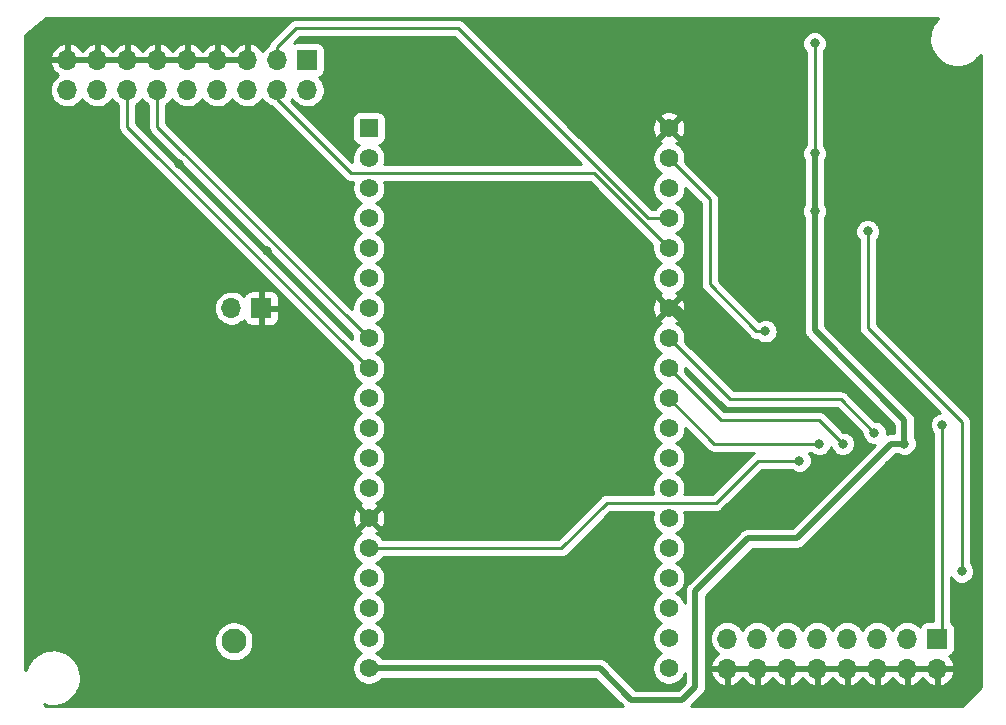
<source format=gbr>
G04 #@! TF.GenerationSoftware,KiCad,Pcbnew,(5.99.0-1157-ga17a78e42)*
G04 #@! TF.CreationDate,2020-04-19T13:41:11-07:00*
G04 #@! TF.ProjectId,signal-board,7369676e-616c-42d6-926f-6172642e6b69,rev?*
G04 #@! TF.SameCoordinates,Original*
G04 #@! TF.FileFunction,Copper,L2,Bot*
G04 #@! TF.FilePolarity,Positive*
%FSLAX46Y46*%
G04 Gerber Fmt 4.6, Leading zero omitted, Abs format (unit mm)*
G04 Created by KiCad (PCBNEW (5.99.0-1157-ga17a78e42)) date 2020-04-19 13:41:11*
%MOMM*%
%LPD*%
G01*
G04 APERTURE LIST*
G04 #@! TA.AperFunction,ComponentPad*
%ADD10C,1.560000*%
G04 #@! TD*
G04 #@! TA.AperFunction,ComponentPad*
%ADD11R,1.560000X1.560000*%
G04 #@! TD*
G04 #@! TA.AperFunction,ComponentPad*
%ADD12O,1.700000X1.700000*%
G04 #@! TD*
G04 #@! TA.AperFunction,ComponentPad*
%ADD13R,1.700000X1.700000*%
G04 #@! TD*
G04 #@! TA.AperFunction,ComponentPad*
%ADD14C,2.100000*%
G04 #@! TD*
G04 #@! TA.AperFunction,ComponentPad*
%ADD15R,2.100000X2.100000*%
G04 #@! TD*
G04 #@! TA.AperFunction,ViaPad*
%ADD16C,0.800000*%
G04 #@! TD*
G04 #@! TA.AperFunction,Conductor*
%ADD17C,0.254000*%
G04 #@! TD*
G04 #@! TA.AperFunction,Conductor*
%ADD18C,0.500000*%
G04 #@! TD*
G04 APERTURE END LIST*
D10*
X147757225Y-106000000D03*
X147757225Y-103460000D03*
X147757225Y-100920000D03*
X147757225Y-98380000D03*
X147757225Y-95840000D03*
X147757225Y-93300000D03*
X147757225Y-90760000D03*
X147757225Y-88220000D03*
X147757225Y-85680000D03*
X147757225Y-83140000D03*
X147757225Y-80600000D03*
X147757225Y-78060000D03*
X147757225Y-75520000D03*
X147757225Y-72980000D03*
X147757225Y-70440000D03*
X147757225Y-67900000D03*
X147757225Y-65360000D03*
X147757225Y-62820000D03*
X147757225Y-60280000D03*
X122357225Y-103460000D03*
X122357225Y-100920000D03*
X122357225Y-98380000D03*
X122357225Y-95840000D03*
X122357225Y-93300000D03*
X122357225Y-90760000D03*
X122357225Y-88220000D03*
X122357225Y-85680000D03*
X122357225Y-83140000D03*
X122357225Y-80600000D03*
X122357225Y-78060000D03*
X122357225Y-75520000D03*
X122357225Y-72980000D03*
X122357225Y-70440000D03*
X122357225Y-67900000D03*
X122357225Y-65360000D03*
X122357225Y-106000000D03*
X122357225Y-62820000D03*
D11*
X122357225Y-60280000D03*
D12*
X110718600Y-75514200D03*
D13*
X113258600Y-75514200D03*
D12*
X152720000Y-106040000D03*
X152720000Y-103500000D03*
X155260000Y-106040000D03*
X155260000Y-103500000D03*
X157800000Y-106040000D03*
X157800000Y-103500000D03*
X160340000Y-106040000D03*
X160340000Y-103500000D03*
X162880000Y-106040000D03*
X162880000Y-103500000D03*
X165420000Y-106040000D03*
X165420000Y-103500000D03*
X167960000Y-106040000D03*
X167960000Y-103500000D03*
X170500000Y-106040000D03*
D13*
X170500000Y-103500000D03*
D12*
X96830000Y-57040000D03*
X96830000Y-54500000D03*
X99370000Y-57040000D03*
X99370000Y-54500000D03*
X101910000Y-57040000D03*
X101910000Y-54500000D03*
X104450000Y-57040000D03*
X104450000Y-54500000D03*
X106990000Y-57040000D03*
X106990000Y-54500000D03*
X109530000Y-57040000D03*
X109530000Y-54500000D03*
X112070000Y-57040000D03*
X112070000Y-54500000D03*
X114610000Y-57040000D03*
X114610000Y-54500000D03*
X117150000Y-57040000D03*
D13*
X117150000Y-54500000D03*
D14*
X110960000Y-103722800D03*
D15*
X113500000Y-103722800D03*
D16*
X106324400Y-63271400D03*
X113766600Y-70688200D03*
X161391600Y-88519000D03*
X150164800Y-94640400D03*
X151409400Y-89382600D03*
X118618000Y-64262000D03*
X137668000Y-62484000D03*
X125501400Y-55702200D03*
X127177800Y-60452000D03*
X119100600Y-60325000D03*
X141249400Y-75514200D03*
X132969000Y-75463400D03*
X168833800Y-77800200D03*
X152400000Y-62255400D03*
X110134400Y-88595200D03*
X104749600Y-72694800D03*
X95885000Y-72440800D03*
X96062800Y-85521800D03*
X135813800Y-103022400D03*
X128600200Y-103174800D03*
X143205200Y-102920800D03*
X136245600Y-92583000D03*
X128041400Y-92405200D03*
X141046200Y-86360000D03*
X129108200Y-86614000D03*
X128930400Y-79324200D03*
X141046200Y-79324200D03*
X146431000Y-54864000D03*
X137820400Y-72771000D03*
X127279400Y-67640200D03*
X158825000Y-88425000D03*
X160500000Y-87000000D03*
X162500000Y-87000000D03*
X165175000Y-86075000D03*
X172575000Y-97800000D03*
X164600000Y-69000000D03*
X155930600Y-77470000D03*
X170900000Y-85400000D03*
X167715000Y-86985000D03*
X160100000Y-67300000D03*
X160100000Y-62400000D03*
X160100000Y-53100000D03*
X151200000Y-78300000D03*
X154900000Y-82000000D03*
X166446200Y-88823800D03*
X169600000Y-87800000D03*
X95631000Y-102920800D03*
D17*
X141417225Y-64100000D02*
X120869000Y-64100000D01*
X147757225Y-70440000D02*
X141417225Y-64100000D01*
X120869000Y-64100000D02*
X114610000Y-57841000D01*
X114610000Y-57841000D02*
X114610000Y-57040000D01*
D18*
X166420800Y-88798400D02*
X168601600Y-88798400D01*
X168601600Y-88798400D02*
X169600000Y-87800000D01*
D17*
X155930600Y-77470000D02*
X155220000Y-77470000D01*
X155220000Y-77470000D02*
X155169200Y-77419200D01*
X155169200Y-77419200D02*
X151250000Y-73500000D01*
X151250000Y-73500000D02*
X151250000Y-66312775D01*
X151250000Y-66312775D02*
X147757225Y-62820000D01*
X151000000Y-92000000D02*
X142500000Y-92000000D01*
X142500000Y-92000000D02*
X138660000Y-95840000D01*
X138660000Y-95840000D02*
X122357225Y-95840000D01*
X155325000Y-88425000D02*
X158825000Y-88425000D01*
X151750000Y-92000000D02*
X155325000Y-88425000D01*
X151000000Y-92000000D02*
X151750000Y-92000000D01*
X151617225Y-87000000D02*
X147757225Y-83140000D01*
X160500000Y-87000000D02*
X151617225Y-87000000D01*
X160500000Y-85000000D02*
X152157225Y-85000000D01*
X152157225Y-85000000D02*
X147757225Y-80600000D01*
X162500000Y-87000000D02*
X160750000Y-85250000D01*
X160750000Y-85250000D02*
X160500000Y-85000000D01*
X152947225Y-83250000D02*
X147757225Y-78060000D01*
X162350000Y-83250000D02*
X152947225Y-83250000D01*
X165175000Y-86075000D02*
X162350000Y-83250000D01*
X172575000Y-85175000D02*
X164600000Y-77200000D01*
X164600000Y-77200000D02*
X164600000Y-69000000D01*
X146000000Y-67900000D02*
X129900000Y-51800000D01*
X147757225Y-67900000D02*
X146000000Y-67900000D01*
X129900000Y-51800000D02*
X116800000Y-51800000D01*
X114610000Y-53390000D02*
X114610000Y-54500000D01*
X116200000Y-51800000D02*
X114610000Y-53390000D01*
X116800000Y-51800000D02*
X116200000Y-51800000D01*
X104450000Y-60152775D02*
X122357225Y-78060000D01*
X104450000Y-57040000D02*
X104450000Y-60152775D01*
X101910000Y-60152775D02*
X122357225Y-80600000D01*
X101910000Y-57040000D02*
X101910000Y-60152775D01*
X170900000Y-103100000D02*
X170500000Y-103500000D01*
X170900000Y-85400000D02*
X170900000Y-103100000D01*
D18*
X144600000Y-108700000D02*
X148900000Y-108700000D01*
X150000000Y-107600000D02*
X150000000Y-99500000D01*
X122357225Y-106000000D02*
X141900000Y-106000000D01*
X148900000Y-108700000D02*
X150000000Y-107600000D01*
X141900000Y-106000000D02*
X144600000Y-108700000D01*
X150000000Y-99500000D02*
X154500000Y-95000000D01*
X166615000Y-86985000D02*
X167715000Y-86985000D01*
X158600000Y-95000000D02*
X166615000Y-86985000D01*
X154500000Y-95000000D02*
X158600000Y-95000000D01*
X160100000Y-77400000D02*
X160100000Y-67300000D01*
X167715000Y-85015000D02*
X160100000Y-77400000D01*
X167715000Y-86985000D02*
X167715000Y-85015000D01*
X160100000Y-67300000D02*
X160100000Y-62400000D01*
D17*
X160100000Y-62400000D02*
X160100000Y-53100000D01*
X160100000Y-53100000D02*
X160100000Y-53074999D01*
D18*
X148420000Y-75520000D02*
X151200000Y-78300000D01*
X147757225Y-75520000D02*
X148420000Y-75520000D01*
X151200000Y-78300000D02*
X154900000Y-82000000D01*
D17*
X172575000Y-85175000D02*
X172575000Y-97800000D01*
G36*
X170356552Y-51180365D02*
G01*
X170351245Y-51186825D01*
X170171764Y-51437522D01*
X170167359Y-51444627D01*
X170022610Y-51716859D01*
X170019183Y-51724484D01*
X169911710Y-52013470D01*
X169909322Y-52021481D01*
X169841014Y-52322142D01*
X169839706Y-52330399D01*
X169811763Y-52637453D01*
X169811558Y-52645812D01*
X169812684Y-52672633D01*
X169824470Y-52953860D01*
X169825372Y-52962171D01*
X169878912Y-53265810D01*
X169880906Y-53273928D01*
X169974133Y-53567819D01*
X169977183Y-53575602D01*
X170108461Y-53854580D01*
X170112514Y-53861892D01*
X170279535Y-54121057D01*
X170284519Y-54127768D01*
X170484348Y-54362568D01*
X170490176Y-54368561D01*
X170719305Y-54574869D01*
X170725874Y-54580039D01*
X170980275Y-54754231D01*
X170987471Y-54758486D01*
X171262675Y-54897501D01*
X171270370Y-54900768D01*
X171561542Y-55002165D01*
X171569602Y-55004385D01*
X171871627Y-55066382D01*
X171879909Y-55067517D01*
X172187480Y-55089024D01*
X172195840Y-55089053D01*
X172503554Y-55069693D01*
X172511844Y-55068616D01*
X172814295Y-55008730D01*
X172822369Y-55006566D01*
X173114243Y-54907205D01*
X173121961Y-54903992D01*
X173398129Y-54766901D01*
X173405354Y-54762696D01*
X173660965Y-54590284D01*
X173667570Y-54585161D01*
X173898133Y-54380457D01*
X173904003Y-54374505D01*
X174105467Y-54141106D01*
X174110498Y-54134430D01*
X174168800Y-54045335D01*
X174168800Y-107618410D01*
X172566210Y-109221000D01*
X149631991Y-109221000D01*
X150556306Y-108296686D01*
X150572460Y-108286494D01*
X150586134Y-108274857D01*
X150646589Y-108206404D01*
X150668252Y-108184742D01*
X150674126Y-108177967D01*
X150687697Y-108159859D01*
X150742128Y-108098228D01*
X150751985Y-108083223D01*
X150763477Y-108058745D01*
X150779696Y-108037104D01*
X150788317Y-108021357D01*
X150817184Y-107944352D01*
X150852217Y-107869735D01*
X150857526Y-107852180D01*
X150861363Y-107826506D01*
X150871036Y-107800702D01*
X150874891Y-107783168D01*
X150881865Y-107689321D01*
X150885307Y-107666291D01*
X150886000Y-107656966D01*
X150886000Y-107633681D01*
X150892356Y-107548164D01*
X150891135Y-107530252D01*
X150886000Y-107506197D01*
X150886000Y-106264852D01*
X151246602Y-106264852D01*
X151309221Y-106516005D01*
X151312669Y-106526104D01*
X151409591Y-106746900D01*
X151414692Y-106756275D01*
X151547430Y-106957584D01*
X151554038Y-106965965D01*
X151718798Y-107142032D01*
X151726722Y-107149180D01*
X151918792Y-107294968D01*
X151927808Y-107300679D01*
X152141696Y-107412021D01*
X152151545Y-107416131D01*
X152381134Y-107489845D01*
X152391535Y-107492236D01*
X152505162Y-107508407D01*
X152591197Y-107433748D01*
X152847999Y-107433748D01*
X152940217Y-107509362D01*
X153129019Y-107471636D01*
X153139270Y-107468667D01*
X153364387Y-107382253D01*
X153373991Y-107377600D01*
X153581330Y-107254491D01*
X153590012Y-107248286D01*
X153773645Y-107092004D01*
X153781158Y-107084424D01*
X153935833Y-106899435D01*
X153941962Y-106890698D01*
X153989486Y-106809043D01*
X154087430Y-106957584D01*
X154094038Y-106965965D01*
X154258798Y-107142032D01*
X154266722Y-107149180D01*
X154458792Y-107294968D01*
X154467808Y-107300679D01*
X154681696Y-107412021D01*
X154691545Y-107416131D01*
X154921134Y-107489845D01*
X154931535Y-107492236D01*
X155045162Y-107508407D01*
X155131197Y-107433748D01*
X155387999Y-107433748D01*
X155480217Y-107509362D01*
X155669019Y-107471636D01*
X155679270Y-107468667D01*
X155904387Y-107382253D01*
X155913991Y-107377600D01*
X156121330Y-107254491D01*
X156130012Y-107248286D01*
X156313645Y-107092004D01*
X156321158Y-107084424D01*
X156475833Y-106899435D01*
X156481962Y-106890698D01*
X156529486Y-106809043D01*
X156627430Y-106957584D01*
X156634038Y-106965965D01*
X156798798Y-107142032D01*
X156806722Y-107149180D01*
X156998792Y-107294968D01*
X157007808Y-107300679D01*
X157221696Y-107412021D01*
X157231545Y-107416131D01*
X157461134Y-107489845D01*
X157471535Y-107492236D01*
X157585162Y-107508407D01*
X157671197Y-107433748D01*
X157927999Y-107433748D01*
X158020217Y-107509362D01*
X158209019Y-107471636D01*
X158219270Y-107468667D01*
X158444387Y-107382253D01*
X158453991Y-107377600D01*
X158661330Y-107254491D01*
X158670012Y-107248286D01*
X158853645Y-107092004D01*
X158861158Y-107084424D01*
X159015833Y-106899435D01*
X159021962Y-106890698D01*
X159069486Y-106809043D01*
X159167430Y-106957584D01*
X159174038Y-106965965D01*
X159338798Y-107142032D01*
X159346722Y-107149180D01*
X159538792Y-107294968D01*
X159547808Y-107300679D01*
X159761696Y-107412021D01*
X159771545Y-107416131D01*
X160001134Y-107489845D01*
X160011535Y-107492236D01*
X160125162Y-107508407D01*
X160211197Y-107433748D01*
X160467999Y-107433748D01*
X160560217Y-107509362D01*
X160749019Y-107471636D01*
X160759270Y-107468667D01*
X160984387Y-107382253D01*
X160993991Y-107377600D01*
X161201330Y-107254491D01*
X161210012Y-107248286D01*
X161393645Y-107092004D01*
X161401158Y-107084424D01*
X161555833Y-106899435D01*
X161561962Y-106890698D01*
X161609486Y-106809043D01*
X161707430Y-106957584D01*
X161714038Y-106965965D01*
X161878798Y-107142032D01*
X161886722Y-107149180D01*
X162078792Y-107294968D01*
X162087808Y-107300679D01*
X162301696Y-107412021D01*
X162311545Y-107416131D01*
X162541134Y-107489845D01*
X162551535Y-107492236D01*
X162665162Y-107508407D01*
X162751197Y-107433748D01*
X163007999Y-107433748D01*
X163100217Y-107509362D01*
X163289019Y-107471636D01*
X163299270Y-107468667D01*
X163524387Y-107382253D01*
X163533991Y-107377600D01*
X163741330Y-107254491D01*
X163750012Y-107248286D01*
X163933645Y-107092004D01*
X163941158Y-107084424D01*
X164095833Y-106899435D01*
X164101962Y-106890698D01*
X164149486Y-106809043D01*
X164247430Y-106957584D01*
X164254038Y-106965965D01*
X164418798Y-107142032D01*
X164426722Y-107149180D01*
X164618792Y-107294968D01*
X164627808Y-107300679D01*
X164841696Y-107412021D01*
X164851545Y-107416131D01*
X165081134Y-107489845D01*
X165091535Y-107492236D01*
X165205162Y-107508407D01*
X165291197Y-107433748D01*
X165547999Y-107433748D01*
X165640217Y-107509362D01*
X165829019Y-107471636D01*
X165839270Y-107468667D01*
X166064387Y-107382253D01*
X166073991Y-107377600D01*
X166281330Y-107254491D01*
X166290012Y-107248286D01*
X166473645Y-107092004D01*
X166481158Y-107084424D01*
X166635833Y-106899435D01*
X166641962Y-106890698D01*
X166689486Y-106809043D01*
X166787430Y-106957584D01*
X166794038Y-106965965D01*
X166958798Y-107142032D01*
X166966722Y-107149180D01*
X167158792Y-107294968D01*
X167167808Y-107300679D01*
X167381696Y-107412021D01*
X167391545Y-107416131D01*
X167621134Y-107489845D01*
X167631535Y-107492236D01*
X167745162Y-107508407D01*
X167831197Y-107433748D01*
X168087999Y-107433748D01*
X168180217Y-107509362D01*
X168369019Y-107471636D01*
X168379270Y-107468667D01*
X168604387Y-107382253D01*
X168613991Y-107377600D01*
X168821330Y-107254491D01*
X168830012Y-107248286D01*
X169013645Y-107092004D01*
X169021158Y-107084424D01*
X169175833Y-106899435D01*
X169181962Y-106890698D01*
X169229486Y-106809043D01*
X169327430Y-106957584D01*
X169334038Y-106965965D01*
X169498798Y-107142032D01*
X169506722Y-107149180D01*
X169698792Y-107294968D01*
X169707808Y-107300679D01*
X169921696Y-107412021D01*
X169931545Y-107416131D01*
X170161134Y-107489845D01*
X170171535Y-107492236D01*
X170285162Y-107508407D01*
X170371197Y-107433748D01*
X170627999Y-107433748D01*
X170720217Y-107509362D01*
X170909019Y-107471636D01*
X170919270Y-107468667D01*
X171144387Y-107382253D01*
X171153991Y-107377600D01*
X171361330Y-107254491D01*
X171370012Y-107248286D01*
X171553645Y-107092004D01*
X171561158Y-107084424D01*
X171715833Y-106899435D01*
X171721962Y-106890698D01*
X171843256Y-106682294D01*
X171847825Y-106672650D01*
X171932272Y-106446787D01*
X171935151Y-106436511D01*
X171968943Y-106259370D01*
X171893356Y-106168000D01*
X170701809Y-106167999D01*
X170628000Y-106241808D01*
X170627999Y-107433748D01*
X170371197Y-107433748D01*
X170372000Y-107433052D01*
X170372001Y-106241809D01*
X170298192Y-106168000D01*
X169305809Y-106167999D01*
X169305808Y-106168000D01*
X168161809Y-106167999D01*
X168088000Y-106241808D01*
X168087999Y-107433748D01*
X167831197Y-107433748D01*
X167832000Y-107433052D01*
X167832001Y-106241809D01*
X167758192Y-106168000D01*
X166765809Y-106167999D01*
X166765808Y-106168000D01*
X165621809Y-106167999D01*
X165548000Y-106241808D01*
X165547999Y-107433748D01*
X165291197Y-107433748D01*
X165292000Y-107433052D01*
X165292001Y-106241809D01*
X165218192Y-106168000D01*
X164225809Y-106167999D01*
X164225808Y-106168000D01*
X163081809Y-106167999D01*
X163008000Y-106241808D01*
X163007999Y-107433748D01*
X162751197Y-107433748D01*
X162752000Y-107433052D01*
X162752001Y-106241809D01*
X162678192Y-106168000D01*
X161685809Y-106167999D01*
X161685808Y-106168000D01*
X160541809Y-106167999D01*
X160468000Y-106241808D01*
X160467999Y-107433748D01*
X160211197Y-107433748D01*
X160212000Y-107433052D01*
X160212001Y-106241809D01*
X160138192Y-106168000D01*
X159145809Y-106167999D01*
X159145808Y-106168000D01*
X158001809Y-106167999D01*
X157928000Y-106241808D01*
X157927999Y-107433748D01*
X157671197Y-107433748D01*
X157672000Y-107433052D01*
X157672001Y-106241809D01*
X157598192Y-106168000D01*
X156605809Y-106167999D01*
X156605808Y-106168000D01*
X155461809Y-106167999D01*
X155388000Y-106241808D01*
X155387999Y-107433748D01*
X155131197Y-107433748D01*
X155132000Y-107433052D01*
X155132001Y-106241809D01*
X155058192Y-106168000D01*
X154065809Y-106167999D01*
X154065808Y-106168000D01*
X152921809Y-106167999D01*
X152848000Y-106241808D01*
X152847999Y-107433748D01*
X152591197Y-107433748D01*
X152592000Y-107433052D01*
X152592001Y-106241809D01*
X152518192Y-106168000D01*
X151322272Y-106167999D01*
X151246602Y-106264852D01*
X150886000Y-106264852D01*
X150886000Y-103491043D01*
X151231109Y-103491043D01*
X151249188Y-103731497D01*
X151250885Y-103742034D01*
X151309221Y-103976005D01*
X151312669Y-103986104D01*
X151409591Y-104206900D01*
X151414692Y-104216275D01*
X151547430Y-104417584D01*
X151554038Y-104425965D01*
X151718798Y-104602032D01*
X151726722Y-104609180D01*
X151918792Y-104754968D01*
X151927808Y-104760679D01*
X151944166Y-104769194D01*
X151943032Y-104769882D01*
X151748199Y-104911957D01*
X151740138Y-104918952D01*
X151572029Y-105091822D01*
X151565263Y-105100074D01*
X151428683Y-105298798D01*
X151423403Y-105308073D01*
X151322260Y-105526968D01*
X151318619Y-105537000D01*
X151244085Y-105813233D01*
X151319734Y-105912000D01*
X152518192Y-105912001D01*
X152518193Y-105912000D01*
X153914191Y-105912001D01*
X153914192Y-105912000D01*
X155058192Y-105912001D01*
X155058193Y-105912000D01*
X156454191Y-105912001D01*
X156454192Y-105912000D01*
X157598192Y-105912001D01*
X157598193Y-105912000D01*
X158994191Y-105912001D01*
X158994192Y-105912000D01*
X160138192Y-105912001D01*
X160138193Y-105912000D01*
X161534191Y-105912001D01*
X161534192Y-105912000D01*
X162678192Y-105912001D01*
X162678193Y-105912000D01*
X164074191Y-105912001D01*
X164074192Y-105912000D01*
X165218192Y-105912001D01*
X165218193Y-105912000D01*
X166614191Y-105912001D01*
X166614192Y-105912000D01*
X167758192Y-105912001D01*
X167758193Y-105912000D01*
X169154191Y-105912001D01*
X169154192Y-105912000D01*
X170298192Y-105912001D01*
X170298193Y-105912000D01*
X171892863Y-105912001D01*
X171968373Y-105822488D01*
X171942499Y-105671114D01*
X171939817Y-105660784D01*
X171859723Y-105433343D01*
X171855339Y-105423612D01*
X171738067Y-105212916D01*
X171732107Y-105204064D01*
X171581013Y-105016140D01*
X171573647Y-105008417D01*
X171511130Y-104953107D01*
X171653859Y-104914863D01*
X171678339Y-104902120D01*
X171834590Y-104771010D01*
X171848761Y-104754121D01*
X171949359Y-104579880D01*
X171956900Y-104559163D01*
X171990878Y-104366462D01*
X171991837Y-104355501D01*
X171991837Y-102641742D01*
X171989681Y-102625366D01*
X171914863Y-102346142D01*
X171902120Y-102321662D01*
X171771010Y-102165410D01*
X171754121Y-102151239D01*
X171663000Y-102098630D01*
X171663000Y-98292369D01*
X171741829Y-98428905D01*
X171751884Y-98442009D01*
X171932991Y-98623116D01*
X171946095Y-98633171D01*
X172167905Y-98761233D01*
X172183165Y-98767554D01*
X172430562Y-98833844D01*
X172446938Y-98836000D01*
X172703062Y-98836000D01*
X172719438Y-98833844D01*
X172966835Y-98767554D01*
X172982095Y-98761233D01*
X173203905Y-98633171D01*
X173217009Y-98623116D01*
X173398116Y-98442009D01*
X173408171Y-98428905D01*
X173536233Y-98207095D01*
X173542554Y-98191835D01*
X173608844Y-97944438D01*
X173611000Y-97928062D01*
X173611000Y-97671938D01*
X173608844Y-97655562D01*
X173542554Y-97408165D01*
X173536233Y-97392905D01*
X173408171Y-97171095D01*
X173398116Y-97157991D01*
X173338000Y-97097876D01*
X173338000Y-85119665D01*
X173337999Y-85119653D01*
X173337999Y-85064193D01*
X173334897Y-85044605D01*
X173319213Y-84996331D01*
X173311271Y-84946197D01*
X173305143Y-84927335D01*
X173282098Y-84882107D01*
X173266414Y-84833836D01*
X173257410Y-84816164D01*
X173227574Y-84775100D01*
X173204532Y-84729876D01*
X173192874Y-84713830D01*
X173155440Y-84676397D01*
X173155433Y-84676388D01*
X165363000Y-76883957D01*
X165363000Y-69702124D01*
X165423116Y-69642009D01*
X165433171Y-69628905D01*
X165561233Y-69407095D01*
X165567554Y-69391835D01*
X165633844Y-69144438D01*
X165636000Y-69128062D01*
X165636000Y-68871938D01*
X165633844Y-68855562D01*
X165567554Y-68608165D01*
X165561233Y-68592905D01*
X165433171Y-68371095D01*
X165423116Y-68357991D01*
X165242009Y-68176884D01*
X165228905Y-68166829D01*
X165007095Y-68038767D01*
X164991835Y-68032446D01*
X164744438Y-67966156D01*
X164728062Y-67964000D01*
X164471938Y-67964000D01*
X164455562Y-67966156D01*
X164208165Y-68032446D01*
X164192905Y-68038767D01*
X163971095Y-68166829D01*
X163957991Y-68176884D01*
X163776884Y-68357991D01*
X163766829Y-68371095D01*
X163638767Y-68592905D01*
X163632446Y-68608165D01*
X163566156Y-68855562D01*
X163564000Y-68871938D01*
X163564000Y-69128062D01*
X163566156Y-69144438D01*
X163632446Y-69391835D01*
X163638767Y-69407095D01*
X163766829Y-69628905D01*
X163776884Y-69642009D01*
X163837001Y-69702125D01*
X163837000Y-77255334D01*
X163837001Y-77255346D01*
X163837001Y-77310806D01*
X163840103Y-77330394D01*
X163855787Y-77378668D01*
X163863729Y-77428802D01*
X163869857Y-77447664D01*
X163892902Y-77492892D01*
X163908586Y-77541163D01*
X163917590Y-77558835D01*
X163947426Y-77599899D01*
X163970468Y-77645123D01*
X163982125Y-77661168D01*
X164020621Y-77699663D01*
X164020630Y-77699674D01*
X170701577Y-84380621D01*
X170508165Y-84432446D01*
X170492905Y-84438767D01*
X170271095Y-84566829D01*
X170257991Y-84576884D01*
X170076884Y-84757991D01*
X170066829Y-84771095D01*
X169938767Y-84992905D01*
X169932446Y-85008165D01*
X169866156Y-85255562D01*
X169864000Y-85271938D01*
X169864000Y-85528062D01*
X169866156Y-85544438D01*
X169932446Y-85791835D01*
X169938767Y-85807095D01*
X170066829Y-86028905D01*
X170076884Y-86042009D01*
X170137000Y-86102124D01*
X170137001Y-102008163D01*
X169641742Y-102008163D01*
X169625366Y-102010319D01*
X169346142Y-102085137D01*
X169321662Y-102097880D01*
X169165410Y-102228990D01*
X169151239Y-102245879D01*
X169050641Y-102420120D01*
X169043100Y-102440837D01*
X169037521Y-102472479D01*
X169033647Y-102468417D01*
X168853049Y-102308638D01*
X168844486Y-102302267D01*
X168639549Y-102175202D01*
X168630036Y-102170365D01*
X168406619Y-102079645D01*
X168396427Y-102076480D01*
X168160919Y-102024700D01*
X168150340Y-102023298D01*
X167909475Y-102011939D01*
X167898809Y-102012339D01*
X167659474Y-102041727D01*
X167649030Y-102043918D01*
X167418068Y-102113210D01*
X167408142Y-102117130D01*
X167192155Y-102224346D01*
X167183032Y-102229882D01*
X166988199Y-102371957D01*
X166980138Y-102378952D01*
X166812029Y-102551822D01*
X166805263Y-102560074D01*
X166689229Y-102728903D01*
X166658067Y-102672916D01*
X166652107Y-102664064D01*
X166501013Y-102476140D01*
X166493647Y-102468417D01*
X166313049Y-102308638D01*
X166304486Y-102302267D01*
X166099549Y-102175202D01*
X166090036Y-102170365D01*
X165866619Y-102079645D01*
X165856427Y-102076480D01*
X165620919Y-102024700D01*
X165610340Y-102023298D01*
X165369475Y-102011939D01*
X165358809Y-102012339D01*
X165119474Y-102041727D01*
X165109030Y-102043918D01*
X164878068Y-102113210D01*
X164868142Y-102117130D01*
X164652155Y-102224346D01*
X164643032Y-102229882D01*
X164448199Y-102371957D01*
X164440138Y-102378952D01*
X164272029Y-102551822D01*
X164265263Y-102560074D01*
X164149229Y-102728903D01*
X164118067Y-102672916D01*
X164112107Y-102664064D01*
X163961013Y-102476140D01*
X163953647Y-102468417D01*
X163773049Y-102308638D01*
X163764486Y-102302267D01*
X163559549Y-102175202D01*
X163550036Y-102170365D01*
X163326619Y-102079645D01*
X163316427Y-102076480D01*
X163080919Y-102024700D01*
X163070340Y-102023298D01*
X162829475Y-102011939D01*
X162818809Y-102012339D01*
X162579474Y-102041727D01*
X162569030Y-102043918D01*
X162338068Y-102113210D01*
X162328142Y-102117130D01*
X162112155Y-102224346D01*
X162103032Y-102229882D01*
X161908199Y-102371957D01*
X161900138Y-102378952D01*
X161732029Y-102551822D01*
X161725263Y-102560074D01*
X161609229Y-102728903D01*
X161578067Y-102672916D01*
X161572107Y-102664064D01*
X161421013Y-102476140D01*
X161413647Y-102468417D01*
X161233049Y-102308638D01*
X161224486Y-102302267D01*
X161019549Y-102175202D01*
X161010036Y-102170365D01*
X160786619Y-102079645D01*
X160776427Y-102076480D01*
X160540919Y-102024700D01*
X160530340Y-102023298D01*
X160289475Y-102011939D01*
X160278809Y-102012339D01*
X160039474Y-102041727D01*
X160029030Y-102043918D01*
X159798068Y-102113210D01*
X159788142Y-102117130D01*
X159572155Y-102224346D01*
X159563032Y-102229882D01*
X159368199Y-102371957D01*
X159360138Y-102378952D01*
X159192029Y-102551822D01*
X159185263Y-102560074D01*
X159069229Y-102728903D01*
X159038067Y-102672916D01*
X159032107Y-102664064D01*
X158881013Y-102476140D01*
X158873647Y-102468417D01*
X158693049Y-102308638D01*
X158684486Y-102302267D01*
X158479549Y-102175202D01*
X158470036Y-102170365D01*
X158246619Y-102079645D01*
X158236427Y-102076480D01*
X158000919Y-102024700D01*
X157990340Y-102023298D01*
X157749475Y-102011939D01*
X157738809Y-102012339D01*
X157499474Y-102041727D01*
X157489030Y-102043918D01*
X157258068Y-102113210D01*
X157248142Y-102117130D01*
X157032155Y-102224346D01*
X157023032Y-102229882D01*
X156828199Y-102371957D01*
X156820138Y-102378952D01*
X156652029Y-102551822D01*
X156645263Y-102560074D01*
X156529229Y-102728903D01*
X156498067Y-102672916D01*
X156492107Y-102664064D01*
X156341013Y-102476140D01*
X156333647Y-102468417D01*
X156153049Y-102308638D01*
X156144486Y-102302267D01*
X155939549Y-102175202D01*
X155930036Y-102170365D01*
X155706619Y-102079645D01*
X155696427Y-102076480D01*
X155460919Y-102024700D01*
X155450340Y-102023298D01*
X155209475Y-102011939D01*
X155198809Y-102012339D01*
X154959474Y-102041727D01*
X154949030Y-102043918D01*
X154718068Y-102113210D01*
X154708142Y-102117130D01*
X154492155Y-102224346D01*
X154483032Y-102229882D01*
X154288199Y-102371957D01*
X154280138Y-102378952D01*
X154112029Y-102551822D01*
X154105263Y-102560074D01*
X153989229Y-102728903D01*
X153958067Y-102672916D01*
X153952107Y-102664064D01*
X153801013Y-102476140D01*
X153793647Y-102468417D01*
X153613049Y-102308638D01*
X153604486Y-102302267D01*
X153399549Y-102175202D01*
X153390036Y-102170365D01*
X153166619Y-102079645D01*
X153156427Y-102076480D01*
X152920919Y-102024700D01*
X152910340Y-102023298D01*
X152669475Y-102011939D01*
X152658809Y-102012339D01*
X152419474Y-102041727D01*
X152409030Y-102043918D01*
X152178068Y-102113210D01*
X152168142Y-102117130D01*
X151952155Y-102224346D01*
X151943032Y-102229882D01*
X151748199Y-102371957D01*
X151740138Y-102378952D01*
X151572029Y-102551822D01*
X151565263Y-102560074D01*
X151428683Y-102758798D01*
X151423403Y-102768073D01*
X151322260Y-102986968D01*
X151318618Y-102997000D01*
X151255802Y-103229807D01*
X151253903Y-103240309D01*
X151231211Y-103480372D01*
X151231109Y-103491043D01*
X150886000Y-103491043D01*
X150886000Y-99866991D01*
X154866992Y-95886000D01*
X158500742Y-95886000D01*
X158519370Y-95890215D01*
X158537265Y-95891655D01*
X158628413Y-95886000D01*
X158659053Y-95886000D01*
X158667995Y-95885363D01*
X158690394Y-95882155D01*
X158772463Y-95877063D01*
X158790043Y-95873423D01*
X158815476Y-95864242D01*
X158842248Y-95860408D01*
X158859479Y-95855369D01*
X158934353Y-95821327D01*
X159011877Y-95793340D01*
X159028044Y-95784680D01*
X159048908Y-95769241D01*
X159073998Y-95757834D01*
X159089123Y-95748161D01*
X159160428Y-95686720D01*
X159179131Y-95672881D01*
X159186215Y-95666777D01*
X159202659Y-95650332D01*
X159267645Y-95594337D01*
X159279447Y-95580808D01*
X159292828Y-95560163D01*
X166981993Y-87871000D01*
X167177598Y-87871000D01*
X167307905Y-87946233D01*
X167323165Y-87952554D01*
X167570562Y-88018844D01*
X167586938Y-88021000D01*
X167843062Y-88021000D01*
X167859438Y-88018844D01*
X168106835Y-87952554D01*
X168122095Y-87946233D01*
X168343905Y-87818171D01*
X168357009Y-87808116D01*
X168538116Y-87627009D01*
X168548171Y-87613905D01*
X168676233Y-87392095D01*
X168682554Y-87376835D01*
X168748844Y-87129438D01*
X168751000Y-87113062D01*
X168751000Y-86856938D01*
X168748844Y-86840562D01*
X168682554Y-86593165D01*
X168676233Y-86577905D01*
X168601000Y-86447598D01*
X168601000Y-85114258D01*
X168605215Y-85095630D01*
X168606655Y-85077735D01*
X168601000Y-84986587D01*
X168601000Y-84955947D01*
X168600363Y-84947005D01*
X168597155Y-84924606D01*
X168592063Y-84842536D01*
X168588423Y-84824956D01*
X168579242Y-84799524D01*
X168575408Y-84772752D01*
X168570369Y-84755521D01*
X168536324Y-84680642D01*
X168508339Y-84603122D01*
X168499680Y-84586957D01*
X168484241Y-84566092D01*
X168472833Y-84541001D01*
X168463161Y-84525877D01*
X168401734Y-84454588D01*
X168387881Y-84435867D01*
X168381777Y-84428783D01*
X168365320Y-84412327D01*
X168309337Y-84347355D01*
X168295808Y-84335553D01*
X168275167Y-84322174D01*
X160986000Y-77033009D01*
X160986000Y-67837402D01*
X161061233Y-67707095D01*
X161067554Y-67691835D01*
X161133844Y-67444438D01*
X161136000Y-67428062D01*
X161136000Y-67171938D01*
X161133844Y-67155562D01*
X161067554Y-66908165D01*
X161061233Y-66892905D01*
X160986000Y-66762598D01*
X160986000Y-62937402D01*
X161061233Y-62807095D01*
X161067554Y-62791835D01*
X161133844Y-62544438D01*
X161136000Y-62528062D01*
X161136000Y-62271938D01*
X161133844Y-62255562D01*
X161067554Y-62008165D01*
X161061233Y-61992905D01*
X160933171Y-61771095D01*
X160923116Y-61757991D01*
X160863000Y-61697876D01*
X160863000Y-53802124D01*
X160923116Y-53742009D01*
X160933171Y-53728905D01*
X161061233Y-53507095D01*
X161067554Y-53491835D01*
X161133844Y-53244438D01*
X161136000Y-53228062D01*
X161136000Y-52971938D01*
X161133844Y-52955562D01*
X161067554Y-52708165D01*
X161061233Y-52692905D01*
X160933171Y-52471095D01*
X160923116Y-52457991D01*
X160742009Y-52276884D01*
X160728905Y-52266829D01*
X160507095Y-52138767D01*
X160491835Y-52132446D01*
X160244438Y-52066156D01*
X160228062Y-52064000D01*
X159971938Y-52064000D01*
X159955562Y-52066156D01*
X159708165Y-52132446D01*
X159692905Y-52138767D01*
X159471095Y-52266829D01*
X159457991Y-52276884D01*
X159276884Y-52457991D01*
X159266829Y-52471095D01*
X159138767Y-52692905D01*
X159132446Y-52708165D01*
X159066156Y-52955562D01*
X159064000Y-52971938D01*
X159064000Y-53228062D01*
X159066156Y-53244438D01*
X159132446Y-53491835D01*
X159138767Y-53507095D01*
X159266829Y-53728905D01*
X159276884Y-53742009D01*
X159337001Y-53802125D01*
X159337000Y-61697876D01*
X159276884Y-61757991D01*
X159266829Y-61771095D01*
X159138767Y-61992905D01*
X159132446Y-62008165D01*
X159066156Y-62255562D01*
X159064000Y-62271938D01*
X159064000Y-62528062D01*
X159066156Y-62544438D01*
X159132446Y-62791835D01*
X159138767Y-62807095D01*
X159214001Y-62937404D01*
X159214000Y-66762598D01*
X159138767Y-66892905D01*
X159132446Y-66908165D01*
X159066156Y-67155562D01*
X159064000Y-67171938D01*
X159064000Y-67428062D01*
X159066156Y-67444438D01*
X159132446Y-67691835D01*
X159138767Y-67707095D01*
X159214001Y-67837404D01*
X159214000Y-77300742D01*
X159209785Y-77319370D01*
X159208345Y-77337265D01*
X159214000Y-77428413D01*
X159214000Y-77459052D01*
X159214637Y-77467994D01*
X159217845Y-77490393D01*
X159222937Y-77572463D01*
X159226577Y-77590043D01*
X159235758Y-77615475D01*
X159239592Y-77642248D01*
X159244631Y-77659478D01*
X159278671Y-77734348D01*
X159306660Y-77811877D01*
X159315320Y-77828043D01*
X159330759Y-77848909D01*
X159342167Y-77873998D01*
X159351839Y-77889122D01*
X159413271Y-77960417D01*
X159427119Y-77979131D01*
X159433223Y-77986215D01*
X159449675Y-78002667D01*
X159505663Y-78067645D01*
X159519192Y-78079447D01*
X159539837Y-78092828D01*
X166829001Y-85381993D01*
X166829000Y-86099000D01*
X166714263Y-86099000D01*
X166695631Y-86094784D01*
X166677735Y-86093344D01*
X166586575Y-86099000D01*
X166555948Y-86099000D01*
X166547007Y-86099637D01*
X166524605Y-86102845D01*
X166442535Y-86107937D01*
X166424956Y-86111577D01*
X166399524Y-86120758D01*
X166372751Y-86124592D01*
X166355521Y-86129631D01*
X166280651Y-86163671D01*
X166211000Y-86188816D01*
X166211000Y-85946938D01*
X166208844Y-85930562D01*
X166142554Y-85683165D01*
X166136233Y-85667905D01*
X166008171Y-85446095D01*
X165998116Y-85432991D01*
X165817009Y-85251884D01*
X165803905Y-85241829D01*
X165582095Y-85113767D01*
X165566835Y-85107446D01*
X165319438Y-85041156D01*
X165303062Y-85039000D01*
X165218044Y-85039000D01*
X162854074Y-82675031D01*
X162811170Y-82632126D01*
X162795125Y-82620468D01*
X162749892Y-82597420D01*
X162708834Y-82567590D01*
X162691163Y-82558586D01*
X162642895Y-82542903D01*
X162597665Y-82519857D01*
X162578803Y-82513729D01*
X162528665Y-82505787D01*
X162480395Y-82490103D01*
X162460806Y-82487001D01*
X162405347Y-82487001D01*
X162405335Y-82487000D01*
X153263270Y-82487000D01*
X149139559Y-78363291D01*
X149170265Y-78189147D01*
X149171224Y-78178186D01*
X149171224Y-77941814D01*
X149170265Y-77930853D01*
X149129220Y-77698071D01*
X149126372Y-77687443D01*
X149045528Y-77465325D01*
X149040878Y-77455353D01*
X148922690Y-77250648D01*
X148916380Y-77241635D01*
X148764443Y-77060563D01*
X148756662Y-77052782D01*
X148575590Y-76900845D01*
X148566577Y-76894535D01*
X148385520Y-76790000D01*
X148589188Y-76672412D01*
X148605408Y-76549203D01*
X147809416Y-75753210D01*
X147705034Y-75753210D01*
X146909042Y-76549203D01*
X146925262Y-76672412D01*
X147128930Y-76790000D01*
X146947873Y-76894535D01*
X146938860Y-76900845D01*
X146757788Y-77052782D01*
X146750007Y-77060563D01*
X146598070Y-77241635D01*
X146591760Y-77250648D01*
X146473572Y-77455353D01*
X146468922Y-77465325D01*
X146388078Y-77687443D01*
X146385230Y-77698071D01*
X146344185Y-77930853D01*
X146343226Y-77941814D01*
X146343226Y-78178186D01*
X146344185Y-78189147D01*
X146385230Y-78421929D01*
X146388078Y-78432557D01*
X146468922Y-78654675D01*
X146473572Y-78664647D01*
X146591760Y-78869352D01*
X146598070Y-78878365D01*
X146750007Y-79059437D01*
X146757788Y-79067218D01*
X146938860Y-79219155D01*
X146947873Y-79225465D01*
X147128931Y-79330000D01*
X146947873Y-79434535D01*
X146938860Y-79440845D01*
X146757788Y-79592782D01*
X146750007Y-79600563D01*
X146598070Y-79781635D01*
X146591760Y-79790648D01*
X146473572Y-79995353D01*
X146468922Y-80005325D01*
X146388078Y-80227443D01*
X146385230Y-80238071D01*
X146344185Y-80470853D01*
X146343226Y-80481814D01*
X146343226Y-80718186D01*
X146344185Y-80729147D01*
X146385230Y-80961929D01*
X146388078Y-80972557D01*
X146468922Y-81194675D01*
X146473572Y-81204647D01*
X146591760Y-81409352D01*
X146598070Y-81418365D01*
X146750007Y-81599437D01*
X146757788Y-81607218D01*
X146938860Y-81759155D01*
X146947873Y-81765465D01*
X147128931Y-81870000D01*
X146947873Y-81974535D01*
X146938860Y-81980845D01*
X146757788Y-82132782D01*
X146750007Y-82140563D01*
X146598070Y-82321635D01*
X146591760Y-82330648D01*
X146473572Y-82535353D01*
X146468922Y-82545325D01*
X146388078Y-82767443D01*
X146385230Y-82778071D01*
X146344185Y-83010853D01*
X146343226Y-83021814D01*
X146343226Y-83258186D01*
X146344185Y-83269147D01*
X146385230Y-83501929D01*
X146388078Y-83512557D01*
X146468922Y-83734675D01*
X146473572Y-83744647D01*
X146591760Y-83949352D01*
X146598070Y-83958365D01*
X146750007Y-84139437D01*
X146757788Y-84147218D01*
X146938860Y-84299155D01*
X146947873Y-84305465D01*
X147128931Y-84410000D01*
X146947873Y-84514535D01*
X146938860Y-84520845D01*
X146757788Y-84672782D01*
X146750007Y-84680563D01*
X146598070Y-84861635D01*
X146591760Y-84870648D01*
X146473572Y-85075353D01*
X146468922Y-85085325D01*
X146388078Y-85307443D01*
X146385230Y-85318071D01*
X146344185Y-85550853D01*
X146343226Y-85561814D01*
X146343226Y-85798186D01*
X146344185Y-85809147D01*
X146385230Y-86041929D01*
X146388078Y-86052557D01*
X146468922Y-86274675D01*
X146473572Y-86284647D01*
X146591760Y-86489352D01*
X146598070Y-86498365D01*
X146750007Y-86679437D01*
X146757788Y-86687218D01*
X146938860Y-86839155D01*
X146947873Y-86845465D01*
X147128931Y-86950000D01*
X146947873Y-87054535D01*
X146938860Y-87060845D01*
X146757788Y-87212782D01*
X146750007Y-87220563D01*
X146598070Y-87401635D01*
X146591760Y-87410648D01*
X146473572Y-87615353D01*
X146468922Y-87625325D01*
X146388078Y-87847443D01*
X146385230Y-87858071D01*
X146344185Y-88090853D01*
X146343226Y-88101814D01*
X146343226Y-88338186D01*
X146344185Y-88349147D01*
X146385230Y-88581929D01*
X146388078Y-88592557D01*
X146468922Y-88814675D01*
X146473572Y-88824647D01*
X146591760Y-89029352D01*
X146598070Y-89038365D01*
X146750007Y-89219437D01*
X146757788Y-89227218D01*
X146938860Y-89379155D01*
X146947873Y-89385465D01*
X147128931Y-89490000D01*
X146947873Y-89594535D01*
X146938860Y-89600845D01*
X146757788Y-89752782D01*
X146750007Y-89760563D01*
X146598070Y-89941635D01*
X146591760Y-89950648D01*
X146473572Y-90155353D01*
X146468922Y-90165325D01*
X146388078Y-90387443D01*
X146385230Y-90398071D01*
X146344185Y-90630853D01*
X146343226Y-90641814D01*
X146343226Y-90878186D01*
X146344185Y-90889147D01*
X146385230Y-91121929D01*
X146388078Y-91132557D01*
X146426092Y-91237000D01*
X142444665Y-91237000D01*
X142444653Y-91237001D01*
X142389193Y-91237001D01*
X142369605Y-91240103D01*
X142321331Y-91255787D01*
X142271197Y-91263729D01*
X142252335Y-91269857D01*
X142207107Y-91292902D01*
X142158836Y-91308586D01*
X142141164Y-91317590D01*
X142100100Y-91347426D01*
X142054876Y-91370468D01*
X142038831Y-91382125D01*
X141999101Y-91421856D01*
X141999086Y-91421869D01*
X138343957Y-95077000D01*
X123549452Y-95077000D01*
X123522691Y-95030648D01*
X123516380Y-95021635D01*
X123364443Y-94840563D01*
X123356662Y-94832782D01*
X123175590Y-94680845D01*
X123166577Y-94674535D01*
X122985520Y-94570000D01*
X123189188Y-94452412D01*
X123205408Y-94329203D01*
X122409416Y-93533210D01*
X122305034Y-93533210D01*
X121509042Y-94329203D01*
X121525262Y-94452412D01*
X121728930Y-94570000D01*
X121547873Y-94674535D01*
X121538860Y-94680845D01*
X121357788Y-94832782D01*
X121350007Y-94840563D01*
X121198070Y-95021635D01*
X121191760Y-95030648D01*
X121073572Y-95235353D01*
X121068922Y-95245325D01*
X120988078Y-95467443D01*
X120985230Y-95478071D01*
X120944185Y-95710853D01*
X120943226Y-95721814D01*
X120943226Y-95958186D01*
X120944185Y-95969147D01*
X120985230Y-96201929D01*
X120988078Y-96212557D01*
X121068922Y-96434675D01*
X121073572Y-96444647D01*
X121191760Y-96649352D01*
X121198070Y-96658365D01*
X121350007Y-96839437D01*
X121357788Y-96847218D01*
X121538860Y-96999155D01*
X121547873Y-97005465D01*
X121728931Y-97110000D01*
X121547873Y-97214535D01*
X121538860Y-97220845D01*
X121357788Y-97372782D01*
X121350007Y-97380563D01*
X121198070Y-97561635D01*
X121191760Y-97570648D01*
X121073572Y-97775353D01*
X121068922Y-97785325D01*
X120988078Y-98007443D01*
X120985230Y-98018071D01*
X120944185Y-98250853D01*
X120943226Y-98261814D01*
X120943226Y-98498186D01*
X120944185Y-98509147D01*
X120985230Y-98741929D01*
X120988078Y-98752557D01*
X121068922Y-98974675D01*
X121073572Y-98984647D01*
X121191760Y-99189352D01*
X121198070Y-99198365D01*
X121350007Y-99379437D01*
X121357788Y-99387218D01*
X121538860Y-99539155D01*
X121547873Y-99545465D01*
X121728931Y-99650000D01*
X121547873Y-99754535D01*
X121538860Y-99760845D01*
X121357788Y-99912782D01*
X121350007Y-99920563D01*
X121198070Y-100101635D01*
X121191760Y-100110648D01*
X121073572Y-100315353D01*
X121068922Y-100325325D01*
X120988078Y-100547443D01*
X120985230Y-100558071D01*
X120944185Y-100790853D01*
X120943226Y-100801814D01*
X120943226Y-101038186D01*
X120944185Y-101049147D01*
X120985230Y-101281929D01*
X120988078Y-101292557D01*
X121068922Y-101514675D01*
X121073572Y-101524647D01*
X121191760Y-101729352D01*
X121198070Y-101738365D01*
X121350007Y-101919437D01*
X121357788Y-101927218D01*
X121538860Y-102079155D01*
X121547873Y-102085465D01*
X121728931Y-102190000D01*
X121547873Y-102294535D01*
X121538860Y-102300845D01*
X121357788Y-102452782D01*
X121350007Y-102460563D01*
X121198070Y-102641635D01*
X121191760Y-102650648D01*
X121073572Y-102855353D01*
X121068922Y-102865325D01*
X120988078Y-103087443D01*
X120985230Y-103098071D01*
X120944185Y-103330853D01*
X120943226Y-103341814D01*
X120943226Y-103578186D01*
X120944185Y-103589147D01*
X120985230Y-103821929D01*
X120988078Y-103832557D01*
X121068922Y-104054675D01*
X121073572Y-104064647D01*
X121191760Y-104269352D01*
X121198070Y-104278365D01*
X121350007Y-104459437D01*
X121357788Y-104467218D01*
X121538860Y-104619155D01*
X121547873Y-104625465D01*
X121728931Y-104730000D01*
X121547873Y-104834535D01*
X121538860Y-104840845D01*
X121357788Y-104992782D01*
X121350007Y-105000563D01*
X121198070Y-105181635D01*
X121191760Y-105190648D01*
X121073572Y-105395353D01*
X121068922Y-105405325D01*
X120988078Y-105627443D01*
X120985230Y-105638071D01*
X120944185Y-105870853D01*
X120943226Y-105881814D01*
X120943226Y-106118186D01*
X120944185Y-106129147D01*
X120985230Y-106361929D01*
X120988078Y-106372557D01*
X121068922Y-106594675D01*
X121073572Y-106604647D01*
X121191760Y-106809352D01*
X121198070Y-106818365D01*
X121350007Y-106999437D01*
X121357788Y-107007218D01*
X121538860Y-107159155D01*
X121547873Y-107165465D01*
X121752578Y-107283653D01*
X121762550Y-107288303D01*
X121984668Y-107369147D01*
X121995296Y-107371995D01*
X122228078Y-107413040D01*
X122239039Y-107413999D01*
X122475411Y-107413999D01*
X122486372Y-107413040D01*
X122719154Y-107371995D01*
X122729782Y-107369147D01*
X122951900Y-107288303D01*
X122961872Y-107283653D01*
X123166577Y-107165465D01*
X123175590Y-107159155D01*
X123356662Y-107007218D01*
X123364442Y-106999438D01*
X123459628Y-106886000D01*
X141533009Y-106886000D01*
X143868007Y-109221000D01*
X94997390Y-109221000D01*
X94834215Y-109057825D01*
X94961542Y-109102165D01*
X94969602Y-109104385D01*
X95271627Y-109166382D01*
X95279909Y-109167517D01*
X95587480Y-109189024D01*
X95595840Y-109189053D01*
X95903554Y-109169693D01*
X95911844Y-109168616D01*
X96214295Y-109108730D01*
X96222369Y-109106566D01*
X96514243Y-109007205D01*
X96521961Y-109003992D01*
X96798129Y-108866901D01*
X96805354Y-108862696D01*
X97060965Y-108690284D01*
X97067570Y-108685161D01*
X97298133Y-108480457D01*
X97304003Y-108474505D01*
X97505467Y-108241106D01*
X97510498Y-108234430D01*
X97679324Y-107976437D01*
X97683428Y-107969153D01*
X97816650Y-107691098D01*
X97819755Y-107683336D01*
X97915031Y-107390105D01*
X97917081Y-107382001D01*
X97972879Y-107077985D01*
X97973896Y-107068137D01*
X97984161Y-106648149D01*
X97983626Y-106638262D01*
X97942746Y-106331884D01*
X97941094Y-106323689D01*
X97860255Y-106026152D01*
X97857533Y-106018248D01*
X97738053Y-105734017D01*
X97734310Y-105726542D01*
X97578289Y-105460611D01*
X97573590Y-105453697D01*
X97383768Y-105210735D01*
X97378196Y-105204503D01*
X97157908Y-104988781D01*
X97151561Y-104983341D01*
X96904677Y-104798648D01*
X96897666Y-104794095D01*
X96628525Y-104643677D01*
X96620973Y-104640091D01*
X96334302Y-104526590D01*
X96326343Y-104524035D01*
X96027179Y-104449445D01*
X96018951Y-104447964D01*
X95712550Y-104413596D01*
X95704199Y-104413217D01*
X95395944Y-104419674D01*
X95387616Y-104420403D01*
X95082923Y-104467572D01*
X95074765Y-104469395D01*
X94778987Y-104556448D01*
X94771142Y-104559334D01*
X94489475Y-104684739D01*
X94482080Y-104688638D01*
X94219473Y-104850196D01*
X94212659Y-104855038D01*
X93973727Y-105049907D01*
X93967613Y-105055608D01*
X93756552Y-105280365D01*
X93751245Y-105286825D01*
X93571764Y-105537522D01*
X93567359Y-105544627D01*
X93422610Y-105816859D01*
X93419183Y-105824484D01*
X93311710Y-106113470D01*
X93309322Y-106121481D01*
X93293200Y-106192443D01*
X93293200Y-103710173D01*
X109270972Y-103710173D01*
X109289167Y-103970372D01*
X109290680Y-103980379D01*
X109350242Y-104234322D01*
X109353336Y-104243959D01*
X109452732Y-104485112D01*
X109457327Y-104494130D01*
X109594000Y-104716290D01*
X109599978Y-104724457D01*
X109770412Y-104921907D01*
X109777619Y-104929014D01*
X109977429Y-105096675D01*
X109985680Y-105102538D01*
X110209725Y-105236096D01*
X110218807Y-105240565D01*
X110461325Y-105336584D01*
X110471004Y-105339543D01*
X110725753Y-105395553D01*
X110735781Y-105396927D01*
X110996208Y-105411487D01*
X111006326Y-105411240D01*
X111265731Y-105383976D01*
X111275680Y-105382114D01*
X111527389Y-105313726D01*
X111536913Y-105310298D01*
X111774450Y-105202545D01*
X111783302Y-105197639D01*
X112000556Y-105053296D01*
X112008510Y-105047036D01*
X112199893Y-104869815D01*
X112206744Y-104862364D01*
X112367329Y-104656825D01*
X112372901Y-104648375D01*
X112498559Y-104419804D01*
X112502708Y-104410572D01*
X112590205Y-104164851D01*
X112592824Y-104155075D01*
X112639969Y-103898201D01*
X112641003Y-103887468D01*
X112644083Y-103593373D01*
X112643274Y-103582621D01*
X112601519Y-103324816D01*
X112599105Y-103314986D01*
X112516773Y-103067487D01*
X112512818Y-103058170D01*
X112391974Y-102827018D01*
X112386581Y-102818453D01*
X112230336Y-102609596D01*
X112223642Y-102602004D01*
X112036014Y-102420813D01*
X112028192Y-102414388D01*
X111814008Y-102265527D01*
X111805261Y-102260436D01*
X111570032Y-102147732D01*
X111560583Y-102144105D01*
X111310361Y-102070462D01*
X111300454Y-102068392D01*
X111041676Y-102035700D01*
X111031565Y-102035241D01*
X110770890Y-102044344D01*
X110760836Y-102045508D01*
X110504969Y-102096171D01*
X110495230Y-102098926D01*
X110250756Y-102189845D01*
X110241583Y-102194123D01*
X110014788Y-102322960D01*
X110006417Y-102328649D01*
X109803139Y-102492088D01*
X109795785Y-102499043D01*
X109621253Y-102692881D01*
X109615106Y-102700921D01*
X109473810Y-102920170D01*
X109469027Y-102929090D01*
X109364602Y-103168108D01*
X109361307Y-103177678D01*
X109296440Y-103430318D01*
X109294717Y-103440292D01*
X109271078Y-103700052D01*
X109270972Y-103710173D01*
X93293200Y-103710173D01*
X93293200Y-93181814D01*
X120943226Y-93181814D01*
X120943226Y-93418186D01*
X120944185Y-93429147D01*
X120985230Y-93661929D01*
X120988078Y-93672557D01*
X121068922Y-93894675D01*
X121073572Y-93904647D01*
X121204813Y-94131963D01*
X121328022Y-94148183D01*
X122124015Y-93352191D01*
X122124015Y-93247809D01*
X122590435Y-93247809D01*
X122590435Y-93352191D01*
X123386428Y-94148183D01*
X123509637Y-94131963D01*
X123640878Y-93904647D01*
X123645528Y-93894675D01*
X123726372Y-93672557D01*
X123729220Y-93661929D01*
X123770265Y-93429147D01*
X123771224Y-93418186D01*
X123771224Y-93181814D01*
X123770265Y-93170853D01*
X123729220Y-92938071D01*
X123726372Y-92927443D01*
X123645528Y-92705325D01*
X123640878Y-92695353D01*
X123509637Y-92468037D01*
X123386428Y-92451817D01*
X122590435Y-93247809D01*
X122124015Y-93247809D01*
X121328022Y-92451817D01*
X121204813Y-92468037D01*
X121073572Y-92695353D01*
X121068922Y-92705325D01*
X120988078Y-92927443D01*
X120985230Y-92938071D01*
X120944185Y-93170853D01*
X120943226Y-93181814D01*
X93293200Y-93181814D01*
X93293200Y-75505243D01*
X109229709Y-75505243D01*
X109247788Y-75745697D01*
X109249485Y-75756234D01*
X109307821Y-75990205D01*
X109311269Y-76000304D01*
X109408191Y-76221100D01*
X109413292Y-76230475D01*
X109546030Y-76431784D01*
X109552638Y-76440165D01*
X109717398Y-76616232D01*
X109725322Y-76623380D01*
X109917392Y-76769168D01*
X109926408Y-76774879D01*
X110140296Y-76886221D01*
X110150145Y-76890331D01*
X110379734Y-76964044D01*
X110390135Y-76966436D01*
X110628862Y-77000412D01*
X110639517Y-77001017D01*
X110880556Y-76994284D01*
X110891161Y-76993085D01*
X111127619Y-76945836D01*
X111137870Y-76942867D01*
X111362987Y-76856453D01*
X111372591Y-76851800D01*
X111579930Y-76728691D01*
X111588612Y-76722486D01*
X111772245Y-76566204D01*
X111779758Y-76558624D01*
X111806003Y-76527235D01*
X111843737Y-76668059D01*
X111856480Y-76692539D01*
X111987590Y-76848790D01*
X112004479Y-76862961D01*
X112178720Y-76963559D01*
X112199437Y-76971100D01*
X112392138Y-77005078D01*
X112403099Y-77006037D01*
X113056791Y-77006037D01*
X113130600Y-76932228D01*
X113386599Y-76932228D01*
X113460408Y-77006037D01*
X114116858Y-77006037D01*
X114133234Y-77003881D01*
X114412459Y-76929063D01*
X114436939Y-76916320D01*
X114593190Y-76785210D01*
X114607361Y-76768321D01*
X114707959Y-76594080D01*
X114715500Y-76573363D01*
X114749478Y-76380662D01*
X114750437Y-76369701D01*
X114750437Y-75716009D01*
X114676628Y-75642200D01*
X113460409Y-75642199D01*
X113386600Y-75716008D01*
X113386599Y-76932228D01*
X113130600Y-76932228D01*
X113130601Y-75716008D01*
X113130600Y-75716007D01*
X113130600Y-75312391D01*
X113386599Y-75312391D01*
X113460408Y-75386200D01*
X114676628Y-75386201D01*
X114750437Y-75312392D01*
X114750437Y-74655942D01*
X114748281Y-74639566D01*
X114673463Y-74360342D01*
X114660720Y-74335862D01*
X114529610Y-74179610D01*
X114512721Y-74165439D01*
X114338480Y-74064841D01*
X114317763Y-74057300D01*
X114125062Y-74023322D01*
X114114101Y-74022363D01*
X113460409Y-74022363D01*
X113386600Y-74096172D01*
X113386599Y-75312391D01*
X113130600Y-75312391D01*
X113130601Y-74096172D01*
X113056792Y-74022363D01*
X112400342Y-74022363D01*
X112383966Y-74024519D01*
X112104742Y-74099337D01*
X112080262Y-74112080D01*
X111924010Y-74243190D01*
X111909839Y-74260079D01*
X111809241Y-74434320D01*
X111801700Y-74455037D01*
X111796121Y-74486679D01*
X111792247Y-74482617D01*
X111611649Y-74322838D01*
X111603086Y-74316467D01*
X111398149Y-74189402D01*
X111388636Y-74184565D01*
X111165219Y-74093845D01*
X111155027Y-74090680D01*
X110919519Y-74038900D01*
X110908940Y-74037498D01*
X110668075Y-74026139D01*
X110657409Y-74026539D01*
X110418074Y-74055927D01*
X110407630Y-74058118D01*
X110176668Y-74127410D01*
X110166742Y-74131330D01*
X109950755Y-74238546D01*
X109941632Y-74244082D01*
X109746799Y-74386157D01*
X109738738Y-74393152D01*
X109570629Y-74566022D01*
X109563863Y-74574274D01*
X109427283Y-74772998D01*
X109422003Y-74782273D01*
X109320860Y-75001168D01*
X109317218Y-75011200D01*
X109254402Y-75244007D01*
X109252503Y-75254509D01*
X109229811Y-75494572D01*
X109229709Y-75505243D01*
X93293200Y-75505243D01*
X93293200Y-57031043D01*
X95341109Y-57031043D01*
X95359188Y-57271497D01*
X95360885Y-57282034D01*
X95419221Y-57516005D01*
X95422669Y-57526104D01*
X95519591Y-57746900D01*
X95524692Y-57756275D01*
X95657430Y-57957584D01*
X95664038Y-57965965D01*
X95828798Y-58142032D01*
X95836722Y-58149180D01*
X96028792Y-58294968D01*
X96037808Y-58300679D01*
X96251696Y-58412021D01*
X96261545Y-58416131D01*
X96491134Y-58489844D01*
X96501535Y-58492236D01*
X96740262Y-58526212D01*
X96750917Y-58526817D01*
X96991956Y-58520084D01*
X97002561Y-58518885D01*
X97239019Y-58471636D01*
X97249270Y-58468667D01*
X97474387Y-58382253D01*
X97483991Y-58377600D01*
X97691330Y-58254491D01*
X97700012Y-58248286D01*
X97883645Y-58092004D01*
X97891158Y-58084424D01*
X98045833Y-57899435D01*
X98051962Y-57890698D01*
X98099486Y-57809043D01*
X98197430Y-57957584D01*
X98204038Y-57965965D01*
X98368798Y-58142032D01*
X98376722Y-58149180D01*
X98568792Y-58294968D01*
X98577808Y-58300679D01*
X98791696Y-58412021D01*
X98801545Y-58416131D01*
X99031134Y-58489844D01*
X99041535Y-58492236D01*
X99280262Y-58526212D01*
X99290917Y-58526817D01*
X99531956Y-58520084D01*
X99542561Y-58518885D01*
X99779019Y-58471636D01*
X99789270Y-58468667D01*
X100014387Y-58382253D01*
X100023991Y-58377600D01*
X100231330Y-58254491D01*
X100240012Y-58248286D01*
X100423645Y-58092004D01*
X100431158Y-58084424D01*
X100585833Y-57899435D01*
X100591962Y-57890698D01*
X100639486Y-57809043D01*
X100737430Y-57957584D01*
X100744038Y-57965965D01*
X100908798Y-58142032D01*
X100916722Y-58149180D01*
X101108792Y-58294968D01*
X101117808Y-58300679D01*
X101147000Y-58315875D01*
X101147001Y-60051885D01*
X101147001Y-60263581D01*
X101150103Y-60283170D01*
X101165789Y-60331446D01*
X101173730Y-60381577D01*
X101179858Y-60400439D01*
X101202899Y-60445660D01*
X101218586Y-60493938D01*
X101227590Y-60511609D01*
X101257425Y-60552674D01*
X101280469Y-60597900D01*
X101292127Y-60613945D01*
X101331856Y-60653673D01*
X101331869Y-60653688D01*
X120974891Y-80296710D01*
X120944185Y-80470853D01*
X120943226Y-80481814D01*
X120943226Y-80718186D01*
X120944185Y-80729147D01*
X120985230Y-80961929D01*
X120988078Y-80972557D01*
X121068922Y-81194675D01*
X121073572Y-81204647D01*
X121191760Y-81409352D01*
X121198070Y-81418365D01*
X121350007Y-81599437D01*
X121357788Y-81607218D01*
X121538860Y-81759155D01*
X121547873Y-81765465D01*
X121728931Y-81870000D01*
X121547873Y-81974535D01*
X121538860Y-81980845D01*
X121357788Y-82132782D01*
X121350007Y-82140563D01*
X121198070Y-82321635D01*
X121191760Y-82330648D01*
X121073572Y-82535353D01*
X121068922Y-82545325D01*
X120988078Y-82767443D01*
X120985230Y-82778071D01*
X120944185Y-83010853D01*
X120943226Y-83021814D01*
X120943226Y-83258186D01*
X120944185Y-83269147D01*
X120985230Y-83501929D01*
X120988078Y-83512557D01*
X121068922Y-83734675D01*
X121073572Y-83744647D01*
X121191760Y-83949352D01*
X121198070Y-83958365D01*
X121350007Y-84139437D01*
X121357788Y-84147218D01*
X121538860Y-84299155D01*
X121547873Y-84305465D01*
X121728931Y-84410000D01*
X121547873Y-84514535D01*
X121538860Y-84520845D01*
X121357788Y-84672782D01*
X121350007Y-84680563D01*
X121198070Y-84861635D01*
X121191760Y-84870648D01*
X121073572Y-85075353D01*
X121068922Y-85085325D01*
X120988078Y-85307443D01*
X120985230Y-85318071D01*
X120944185Y-85550853D01*
X120943226Y-85561814D01*
X120943226Y-85798186D01*
X120944185Y-85809147D01*
X120985230Y-86041929D01*
X120988078Y-86052557D01*
X121068922Y-86274675D01*
X121073572Y-86284647D01*
X121191760Y-86489352D01*
X121198070Y-86498365D01*
X121350007Y-86679437D01*
X121357788Y-86687218D01*
X121538860Y-86839155D01*
X121547873Y-86845465D01*
X121728931Y-86950000D01*
X121547873Y-87054535D01*
X121538860Y-87060845D01*
X121357788Y-87212782D01*
X121350007Y-87220563D01*
X121198070Y-87401635D01*
X121191760Y-87410648D01*
X121073572Y-87615353D01*
X121068922Y-87625325D01*
X120988078Y-87847443D01*
X120985230Y-87858071D01*
X120944185Y-88090853D01*
X120943226Y-88101814D01*
X120943226Y-88338186D01*
X120944185Y-88349147D01*
X120985230Y-88581929D01*
X120988078Y-88592557D01*
X121068922Y-88814675D01*
X121073572Y-88824647D01*
X121191760Y-89029352D01*
X121198070Y-89038365D01*
X121350007Y-89219437D01*
X121357788Y-89227218D01*
X121538860Y-89379155D01*
X121547873Y-89385465D01*
X121728931Y-89490000D01*
X121547873Y-89594535D01*
X121538860Y-89600845D01*
X121357788Y-89752782D01*
X121350007Y-89760563D01*
X121198070Y-89941635D01*
X121191760Y-89950648D01*
X121073572Y-90155353D01*
X121068922Y-90165325D01*
X120988078Y-90387443D01*
X120985230Y-90398071D01*
X120944185Y-90630853D01*
X120943226Y-90641814D01*
X120943226Y-90878186D01*
X120944185Y-90889147D01*
X120985230Y-91121929D01*
X120988078Y-91132557D01*
X121068922Y-91354675D01*
X121073572Y-91364647D01*
X121191760Y-91569352D01*
X121198070Y-91578365D01*
X121350007Y-91759437D01*
X121357788Y-91767218D01*
X121538860Y-91919155D01*
X121547873Y-91925465D01*
X121728930Y-92030000D01*
X121525262Y-92147588D01*
X121509042Y-92270797D01*
X122305034Y-93066790D01*
X122409416Y-93066790D01*
X123205408Y-92270797D01*
X123189188Y-92147588D01*
X122985520Y-92030000D01*
X123166577Y-91925465D01*
X123175590Y-91919155D01*
X123356662Y-91767218D01*
X123364443Y-91759437D01*
X123516380Y-91578365D01*
X123522690Y-91569352D01*
X123640878Y-91364647D01*
X123645528Y-91354675D01*
X123726372Y-91132557D01*
X123729220Y-91121929D01*
X123770265Y-90889147D01*
X123771224Y-90878186D01*
X123771224Y-90641814D01*
X123770265Y-90630853D01*
X123729220Y-90398071D01*
X123726372Y-90387443D01*
X123645528Y-90165325D01*
X123640878Y-90155353D01*
X123522690Y-89950648D01*
X123516380Y-89941635D01*
X123364443Y-89760563D01*
X123356662Y-89752782D01*
X123175590Y-89600845D01*
X123166577Y-89594535D01*
X122985519Y-89490000D01*
X123166577Y-89385465D01*
X123175590Y-89379155D01*
X123356662Y-89227218D01*
X123364443Y-89219437D01*
X123516380Y-89038365D01*
X123522690Y-89029352D01*
X123640878Y-88824647D01*
X123645528Y-88814675D01*
X123726372Y-88592557D01*
X123729220Y-88581929D01*
X123770265Y-88349147D01*
X123771224Y-88338186D01*
X123771224Y-88101814D01*
X123770265Y-88090853D01*
X123729220Y-87858071D01*
X123726372Y-87847443D01*
X123645528Y-87625325D01*
X123640878Y-87615353D01*
X123522690Y-87410648D01*
X123516380Y-87401635D01*
X123364443Y-87220563D01*
X123356662Y-87212782D01*
X123175590Y-87060845D01*
X123166577Y-87054535D01*
X122985519Y-86950000D01*
X123166577Y-86845465D01*
X123175590Y-86839155D01*
X123356662Y-86687218D01*
X123364443Y-86679437D01*
X123516380Y-86498365D01*
X123522690Y-86489352D01*
X123640878Y-86284647D01*
X123645528Y-86274675D01*
X123726372Y-86052557D01*
X123729220Y-86041929D01*
X123770265Y-85809147D01*
X123771224Y-85798186D01*
X123771224Y-85561814D01*
X123770265Y-85550853D01*
X123729220Y-85318071D01*
X123726372Y-85307443D01*
X123645528Y-85085325D01*
X123640878Y-85075353D01*
X123522690Y-84870648D01*
X123516380Y-84861635D01*
X123364443Y-84680563D01*
X123356662Y-84672782D01*
X123175590Y-84520845D01*
X123166577Y-84514535D01*
X122985519Y-84410000D01*
X123166577Y-84305465D01*
X123175590Y-84299155D01*
X123356662Y-84147218D01*
X123364443Y-84139437D01*
X123516380Y-83958365D01*
X123522690Y-83949352D01*
X123640878Y-83744647D01*
X123645528Y-83734675D01*
X123726372Y-83512557D01*
X123729220Y-83501929D01*
X123770265Y-83269147D01*
X123771224Y-83258186D01*
X123771224Y-83021814D01*
X123770265Y-83010853D01*
X123729220Y-82778071D01*
X123726372Y-82767443D01*
X123645528Y-82545325D01*
X123640878Y-82535353D01*
X123522690Y-82330648D01*
X123516380Y-82321635D01*
X123364443Y-82140563D01*
X123356662Y-82132782D01*
X123175590Y-81980845D01*
X123166577Y-81974535D01*
X122985519Y-81870000D01*
X123166577Y-81765465D01*
X123175590Y-81759155D01*
X123356662Y-81607218D01*
X123364443Y-81599437D01*
X123516380Y-81418365D01*
X123522690Y-81409352D01*
X123640878Y-81204647D01*
X123645528Y-81194675D01*
X123726372Y-80972557D01*
X123729220Y-80961929D01*
X123770265Y-80729147D01*
X123771224Y-80718186D01*
X123771224Y-80481814D01*
X123770265Y-80470853D01*
X123729220Y-80238071D01*
X123726372Y-80227443D01*
X123645528Y-80005325D01*
X123640878Y-79995353D01*
X123522690Y-79790648D01*
X123516380Y-79781635D01*
X123364443Y-79600563D01*
X123356662Y-79592782D01*
X123175590Y-79440845D01*
X123166577Y-79434535D01*
X122985519Y-79330000D01*
X123166577Y-79225465D01*
X123175590Y-79219155D01*
X123356662Y-79067218D01*
X123364443Y-79059437D01*
X123516380Y-78878365D01*
X123522690Y-78869352D01*
X123640878Y-78664647D01*
X123645528Y-78654675D01*
X123726372Y-78432557D01*
X123729220Y-78421929D01*
X123770265Y-78189147D01*
X123771224Y-78178186D01*
X123771224Y-77941814D01*
X123770265Y-77930853D01*
X123729220Y-77698071D01*
X123726372Y-77687443D01*
X123645528Y-77465325D01*
X123640878Y-77455353D01*
X123522690Y-77250648D01*
X123516380Y-77241635D01*
X123364443Y-77060563D01*
X123356662Y-77052782D01*
X123175590Y-76900845D01*
X123166577Y-76894535D01*
X122985519Y-76790000D01*
X123166577Y-76685465D01*
X123175590Y-76679155D01*
X123356662Y-76527218D01*
X123364443Y-76519437D01*
X123516380Y-76338365D01*
X123522690Y-76329352D01*
X123640878Y-76124647D01*
X123645528Y-76114675D01*
X123726372Y-75892557D01*
X123729220Y-75881929D01*
X123770265Y-75649147D01*
X123771224Y-75638186D01*
X123771224Y-75401814D01*
X146343226Y-75401814D01*
X146343226Y-75638186D01*
X146344185Y-75649147D01*
X146385230Y-75881929D01*
X146388078Y-75892557D01*
X146468922Y-76114675D01*
X146473572Y-76124647D01*
X146604813Y-76351963D01*
X146728022Y-76368183D01*
X147524015Y-75572191D01*
X147524015Y-75467809D01*
X147990435Y-75467809D01*
X147990435Y-75572191D01*
X148786428Y-76368183D01*
X148909637Y-76351963D01*
X149040878Y-76124647D01*
X149045528Y-76114675D01*
X149126372Y-75892557D01*
X149129220Y-75881929D01*
X149170265Y-75649147D01*
X149171224Y-75638186D01*
X149171224Y-75401814D01*
X149170265Y-75390853D01*
X149129220Y-75158071D01*
X149126372Y-75147443D01*
X149045528Y-74925325D01*
X149040878Y-74915353D01*
X148909637Y-74688037D01*
X148786428Y-74671817D01*
X147990435Y-75467809D01*
X147524015Y-75467809D01*
X146728022Y-74671817D01*
X146604813Y-74688037D01*
X146473572Y-74915353D01*
X146468922Y-74925325D01*
X146388078Y-75147443D01*
X146385230Y-75158071D01*
X146344185Y-75390853D01*
X146343226Y-75401814D01*
X123771224Y-75401814D01*
X123770265Y-75390853D01*
X123729220Y-75158071D01*
X123726372Y-75147443D01*
X123645528Y-74925325D01*
X123640878Y-74915353D01*
X123522690Y-74710648D01*
X123516380Y-74701635D01*
X123364443Y-74520563D01*
X123356662Y-74512782D01*
X123175590Y-74360845D01*
X123166577Y-74354535D01*
X122985519Y-74250000D01*
X123166577Y-74145465D01*
X123175590Y-74139155D01*
X123356662Y-73987218D01*
X123364443Y-73979437D01*
X123516380Y-73798365D01*
X123522690Y-73789352D01*
X123640878Y-73584647D01*
X123645528Y-73574675D01*
X123726372Y-73352557D01*
X123729220Y-73341929D01*
X123770265Y-73109147D01*
X123771224Y-73098186D01*
X123771224Y-72861814D01*
X123770265Y-72850853D01*
X123729220Y-72618071D01*
X123726372Y-72607443D01*
X123645528Y-72385325D01*
X123640878Y-72375353D01*
X123522690Y-72170648D01*
X123516380Y-72161635D01*
X123364443Y-71980563D01*
X123356662Y-71972782D01*
X123175590Y-71820845D01*
X123166577Y-71814535D01*
X122985519Y-71710000D01*
X123166577Y-71605465D01*
X123175590Y-71599155D01*
X123356662Y-71447218D01*
X123364443Y-71439437D01*
X123516380Y-71258365D01*
X123522690Y-71249352D01*
X123640878Y-71044647D01*
X123645528Y-71034675D01*
X123726372Y-70812557D01*
X123729220Y-70801929D01*
X123770265Y-70569147D01*
X123771224Y-70558186D01*
X123771224Y-70321814D01*
X123770265Y-70310853D01*
X123729220Y-70078071D01*
X123726372Y-70067443D01*
X123645528Y-69845325D01*
X123640878Y-69835353D01*
X123522690Y-69630648D01*
X123516380Y-69621635D01*
X123364443Y-69440563D01*
X123356662Y-69432782D01*
X123175590Y-69280845D01*
X123166577Y-69274535D01*
X122985519Y-69170000D01*
X123166577Y-69065465D01*
X123175590Y-69059155D01*
X123356662Y-68907218D01*
X123364443Y-68899437D01*
X123516380Y-68718365D01*
X123522690Y-68709352D01*
X123640878Y-68504647D01*
X123645528Y-68494675D01*
X123726372Y-68272557D01*
X123729220Y-68261929D01*
X123770265Y-68029147D01*
X123771224Y-68018186D01*
X123771224Y-67781814D01*
X123770265Y-67770853D01*
X123729220Y-67538071D01*
X123726372Y-67527443D01*
X123645528Y-67305325D01*
X123640878Y-67295353D01*
X123522690Y-67090648D01*
X123516380Y-67081635D01*
X123364443Y-66900563D01*
X123356662Y-66892782D01*
X123175590Y-66740845D01*
X123166577Y-66734535D01*
X122985519Y-66630000D01*
X123166577Y-66525465D01*
X123175590Y-66519155D01*
X123356662Y-66367218D01*
X123364443Y-66359437D01*
X123516380Y-66178365D01*
X123522690Y-66169352D01*
X123640878Y-65964647D01*
X123645528Y-65954675D01*
X123726372Y-65732557D01*
X123729220Y-65721929D01*
X123770265Y-65489147D01*
X123771224Y-65478186D01*
X123771224Y-65241814D01*
X123770265Y-65230853D01*
X123729220Y-64998071D01*
X123726372Y-64987443D01*
X123681079Y-64863000D01*
X141101182Y-64863000D01*
X146374891Y-70136710D01*
X146344185Y-70310853D01*
X146343226Y-70321814D01*
X146343226Y-70558186D01*
X146344185Y-70569147D01*
X146385230Y-70801929D01*
X146388078Y-70812557D01*
X146468922Y-71034675D01*
X146473572Y-71044647D01*
X146591760Y-71249352D01*
X146598070Y-71258365D01*
X146750007Y-71439437D01*
X146757788Y-71447218D01*
X146938860Y-71599155D01*
X146947873Y-71605465D01*
X147128931Y-71710000D01*
X146947873Y-71814535D01*
X146938860Y-71820845D01*
X146757788Y-71972782D01*
X146750007Y-71980563D01*
X146598070Y-72161635D01*
X146591760Y-72170648D01*
X146473572Y-72375353D01*
X146468922Y-72385325D01*
X146388078Y-72607443D01*
X146385230Y-72618071D01*
X146344185Y-72850853D01*
X146343226Y-72861814D01*
X146343226Y-73098186D01*
X146344185Y-73109147D01*
X146385230Y-73341929D01*
X146388078Y-73352557D01*
X146468922Y-73574675D01*
X146473572Y-73584647D01*
X146591760Y-73789352D01*
X146598070Y-73798365D01*
X146750007Y-73979437D01*
X146757788Y-73987218D01*
X146938860Y-74139155D01*
X146947873Y-74145465D01*
X147128930Y-74250000D01*
X146925262Y-74367588D01*
X146909042Y-74490797D01*
X147705034Y-75286790D01*
X147809416Y-75286790D01*
X148605408Y-74490797D01*
X148589188Y-74367588D01*
X148385520Y-74250000D01*
X148566577Y-74145465D01*
X148575590Y-74139155D01*
X148756662Y-73987218D01*
X148764443Y-73979437D01*
X148916380Y-73798365D01*
X148922690Y-73789352D01*
X149040878Y-73584647D01*
X149045528Y-73574675D01*
X149126372Y-73352557D01*
X149129220Y-73341929D01*
X149170265Y-73109147D01*
X149171224Y-73098186D01*
X149171224Y-72861814D01*
X149170265Y-72850853D01*
X149129220Y-72618071D01*
X149126372Y-72607443D01*
X149045528Y-72385325D01*
X149040878Y-72375353D01*
X148922690Y-72170648D01*
X148916380Y-72161635D01*
X148764443Y-71980563D01*
X148756662Y-71972782D01*
X148575590Y-71820845D01*
X148566577Y-71814535D01*
X148385519Y-71710000D01*
X148566577Y-71605465D01*
X148575590Y-71599155D01*
X148756662Y-71447218D01*
X148764443Y-71439437D01*
X148916380Y-71258365D01*
X148922690Y-71249352D01*
X149040878Y-71044647D01*
X149045528Y-71034675D01*
X149126372Y-70812557D01*
X149129220Y-70801929D01*
X149170265Y-70569147D01*
X149171224Y-70558186D01*
X149171224Y-70321814D01*
X149170265Y-70310853D01*
X149129220Y-70078071D01*
X149126372Y-70067443D01*
X149045528Y-69845325D01*
X149040878Y-69835353D01*
X148922690Y-69630648D01*
X148916380Y-69621635D01*
X148764443Y-69440563D01*
X148756662Y-69432782D01*
X148575590Y-69280845D01*
X148566577Y-69274535D01*
X148385519Y-69170000D01*
X148566577Y-69065465D01*
X148575590Y-69059155D01*
X148756662Y-68907218D01*
X148764443Y-68899437D01*
X148916380Y-68718365D01*
X148922690Y-68709352D01*
X149040878Y-68504647D01*
X149045528Y-68494675D01*
X149126372Y-68272557D01*
X149129220Y-68261929D01*
X149170265Y-68029147D01*
X149171224Y-68018186D01*
X149171224Y-67781814D01*
X149170265Y-67770853D01*
X149129220Y-67538071D01*
X149126372Y-67527443D01*
X149045528Y-67305325D01*
X149040878Y-67295353D01*
X148922690Y-67090648D01*
X148916380Y-67081635D01*
X148764443Y-66900563D01*
X148756662Y-66892782D01*
X148575590Y-66740845D01*
X148566577Y-66734535D01*
X148385519Y-66630000D01*
X148566577Y-66525465D01*
X148575590Y-66519155D01*
X148756662Y-66367218D01*
X148764443Y-66359437D01*
X148916380Y-66178365D01*
X148922690Y-66169352D01*
X149040878Y-65964647D01*
X149045528Y-65954675D01*
X149126372Y-65732557D01*
X149129220Y-65721929D01*
X149170265Y-65489147D01*
X149171224Y-65478186D01*
X149171224Y-65313042D01*
X150487001Y-66628820D01*
X150487000Y-73555334D01*
X150487001Y-73555346D01*
X150487001Y-73610806D01*
X150490103Y-73630394D01*
X150505787Y-73678668D01*
X150513729Y-73728802D01*
X150519857Y-73747664D01*
X150542902Y-73792892D01*
X150558586Y-73841163D01*
X150567590Y-73858835D01*
X150597426Y-73899899D01*
X150620468Y-73945123D01*
X150632125Y-73961168D01*
X150670621Y-73999663D01*
X150670630Y-73999674D01*
X154668286Y-77997331D01*
X154668301Y-77997344D01*
X154758830Y-78087874D01*
X154774875Y-78099532D01*
X154820108Y-78122580D01*
X154861166Y-78152410D01*
X154878837Y-78161414D01*
X154927105Y-78177097D01*
X154972335Y-78200143D01*
X154991197Y-78206271D01*
X155041335Y-78214213D01*
X155089605Y-78229897D01*
X155109194Y-78232999D01*
X155164653Y-78232999D01*
X155164665Y-78233000D01*
X155228476Y-78233000D01*
X155288591Y-78293116D01*
X155301695Y-78303171D01*
X155523505Y-78431233D01*
X155538765Y-78437554D01*
X155786162Y-78503844D01*
X155802538Y-78506000D01*
X156058662Y-78506000D01*
X156075038Y-78503844D01*
X156322435Y-78437554D01*
X156337695Y-78431233D01*
X156559505Y-78303171D01*
X156572609Y-78293116D01*
X156753716Y-78112009D01*
X156763771Y-78098905D01*
X156891833Y-77877095D01*
X156898154Y-77861835D01*
X156964444Y-77614438D01*
X156966600Y-77598062D01*
X156966600Y-77341938D01*
X156964444Y-77325562D01*
X156898154Y-77078165D01*
X156891833Y-77062905D01*
X156763771Y-76841095D01*
X156753716Y-76827991D01*
X156572609Y-76646884D01*
X156559505Y-76636829D01*
X156337695Y-76508767D01*
X156322435Y-76502446D01*
X156075038Y-76436156D01*
X156058662Y-76434000D01*
X155802538Y-76434000D01*
X155786162Y-76436156D01*
X155538765Y-76502446D01*
X155523505Y-76508767D01*
X155405780Y-76576736D01*
X152013000Y-73183957D01*
X152013000Y-66257440D01*
X152012999Y-66257428D01*
X152012999Y-66201968D01*
X152009897Y-66182380D01*
X151994213Y-66134106D01*
X151986271Y-66083972D01*
X151980143Y-66065110D01*
X151957098Y-66019882D01*
X151941414Y-65971611D01*
X151932410Y-65953939D01*
X151902574Y-65912875D01*
X151879532Y-65867651D01*
X151867875Y-65851606D01*
X151828144Y-65811876D01*
X151828131Y-65811861D01*
X149139559Y-63123291D01*
X149170265Y-62949147D01*
X149171224Y-62938186D01*
X149171224Y-62701814D01*
X149170265Y-62690853D01*
X149129220Y-62458071D01*
X149126372Y-62447443D01*
X149045528Y-62225325D01*
X149040878Y-62215353D01*
X148922690Y-62010648D01*
X148916380Y-62001635D01*
X148764443Y-61820563D01*
X148756662Y-61812782D01*
X148575590Y-61660845D01*
X148566577Y-61654535D01*
X148385520Y-61550000D01*
X148589188Y-61432412D01*
X148605408Y-61309203D01*
X147809416Y-60513210D01*
X147705034Y-60513210D01*
X146909042Y-61309203D01*
X146925262Y-61432412D01*
X147128930Y-61550000D01*
X146947873Y-61654535D01*
X146938860Y-61660845D01*
X146757788Y-61812782D01*
X146750007Y-61820563D01*
X146598070Y-62001635D01*
X146591760Y-62010648D01*
X146473572Y-62215353D01*
X146468922Y-62225325D01*
X146388078Y-62447443D01*
X146385230Y-62458071D01*
X146344185Y-62690853D01*
X146343226Y-62701814D01*
X146343226Y-62938186D01*
X146344185Y-62949147D01*
X146385230Y-63181929D01*
X146388078Y-63192557D01*
X146468922Y-63414675D01*
X146473572Y-63424647D01*
X146591760Y-63629352D01*
X146598070Y-63638365D01*
X146750007Y-63819437D01*
X146757788Y-63827218D01*
X146938860Y-63979155D01*
X146947873Y-63985465D01*
X147128931Y-64090000D01*
X146947873Y-64194535D01*
X146938860Y-64200845D01*
X146757788Y-64352782D01*
X146750007Y-64360563D01*
X146598070Y-64541635D01*
X146591760Y-64550648D01*
X146473572Y-64755353D01*
X146468922Y-64765325D01*
X146388078Y-64987443D01*
X146385230Y-64998071D01*
X146344185Y-65230853D01*
X146343226Y-65241814D01*
X146343226Y-65478186D01*
X146344185Y-65489147D01*
X146385230Y-65721929D01*
X146388078Y-65732557D01*
X146468922Y-65954675D01*
X146473572Y-65964647D01*
X146591760Y-66169352D01*
X146598070Y-66178365D01*
X146750007Y-66359437D01*
X146757788Y-66367218D01*
X146938860Y-66519155D01*
X146947873Y-66525465D01*
X147128931Y-66630000D01*
X146947873Y-66734535D01*
X146938860Y-66740845D01*
X146757788Y-66892782D01*
X146750007Y-66900563D01*
X146598070Y-67081635D01*
X146591759Y-67090648D01*
X146564998Y-67137000D01*
X146316045Y-67137000D01*
X139340859Y-60161814D01*
X146343226Y-60161814D01*
X146343226Y-60398186D01*
X146344185Y-60409147D01*
X146385230Y-60641929D01*
X146388078Y-60652557D01*
X146468922Y-60874675D01*
X146473572Y-60884647D01*
X146604813Y-61111963D01*
X146728022Y-61128183D01*
X147524015Y-60332191D01*
X147524015Y-60227809D01*
X147990435Y-60227809D01*
X147990435Y-60332191D01*
X148786428Y-61128183D01*
X148909637Y-61111963D01*
X149040878Y-60884647D01*
X149045528Y-60874675D01*
X149126372Y-60652557D01*
X149129220Y-60641929D01*
X149170265Y-60409147D01*
X149171224Y-60398186D01*
X149171224Y-60161814D01*
X149170265Y-60150853D01*
X149129220Y-59918071D01*
X149126372Y-59907443D01*
X149045528Y-59685325D01*
X149040878Y-59675353D01*
X148909637Y-59448037D01*
X148786428Y-59431817D01*
X147990435Y-60227809D01*
X147524015Y-60227809D01*
X146728022Y-59431817D01*
X146604813Y-59448037D01*
X146473572Y-59675353D01*
X146468922Y-59685325D01*
X146388078Y-59907443D01*
X146385230Y-59918071D01*
X146344185Y-60150853D01*
X146343226Y-60161814D01*
X139340859Y-60161814D01*
X138429842Y-59250797D01*
X146909042Y-59250797D01*
X147705034Y-60046790D01*
X147809416Y-60046790D01*
X148605408Y-59250797D01*
X148589188Y-59127588D01*
X148361872Y-58996347D01*
X148351900Y-58991697D01*
X148129782Y-58910853D01*
X148119154Y-58908005D01*
X147886372Y-58866960D01*
X147875411Y-58866001D01*
X147639039Y-58866001D01*
X147628078Y-58866960D01*
X147395296Y-58908005D01*
X147384668Y-58910853D01*
X147162550Y-58991697D01*
X147152578Y-58996347D01*
X146925262Y-59127588D01*
X146909042Y-59250797D01*
X138429842Y-59250797D01*
X130404074Y-51225031D01*
X130361170Y-51182126D01*
X130345125Y-51170468D01*
X130299892Y-51147420D01*
X130258834Y-51117590D01*
X130241163Y-51108586D01*
X130192895Y-51092903D01*
X130147665Y-51069857D01*
X130128803Y-51063729D01*
X130078665Y-51055787D01*
X130030395Y-51040103D01*
X130010806Y-51037001D01*
X129955347Y-51037001D01*
X129955335Y-51037000D01*
X116144665Y-51037000D01*
X116144653Y-51037001D01*
X116089193Y-51037001D01*
X116069605Y-51040103D01*
X116021331Y-51055787D01*
X115971197Y-51063729D01*
X115952335Y-51069857D01*
X115907107Y-51092902D01*
X115858836Y-51108586D01*
X115841164Y-51117590D01*
X115800100Y-51147426D01*
X115754876Y-51170468D01*
X115738831Y-51182125D01*
X115699101Y-51221856D01*
X115699086Y-51221869D01*
X114030630Y-52890326D01*
X114030621Y-52890337D01*
X113992125Y-52928832D01*
X113980468Y-52944877D01*
X113957426Y-52990101D01*
X113927590Y-53031165D01*
X113918586Y-53048837D01*
X113902902Y-53097108D01*
X113879857Y-53142336D01*
X113873729Y-53161198D01*
X113865787Y-53211332D01*
X113865290Y-53212862D01*
X113842156Y-53224346D01*
X113833032Y-53229882D01*
X113638199Y-53371957D01*
X113630138Y-53378952D01*
X113462029Y-53551822D01*
X113455263Y-53560074D01*
X113339229Y-53728903D01*
X113308067Y-53672916D01*
X113302107Y-53664064D01*
X113151013Y-53476140D01*
X113143647Y-53468417D01*
X112963049Y-53308638D01*
X112954486Y-53302267D01*
X112749549Y-53175202D01*
X112740036Y-53170365D01*
X112516619Y-53079645D01*
X112506427Y-53076480D01*
X112292096Y-53029356D01*
X112198000Y-53105011D01*
X112197999Y-54298192D01*
X112198000Y-54298193D01*
X112197999Y-54628000D01*
X110875809Y-54627999D01*
X110875808Y-54628000D01*
X109731808Y-54627999D01*
X109731807Y-54628000D01*
X108335809Y-54627999D01*
X108335808Y-54628000D01*
X107191808Y-54627999D01*
X107191807Y-54628000D01*
X105795809Y-54627999D01*
X105795808Y-54628000D01*
X104651808Y-54627999D01*
X104651807Y-54628000D01*
X103255809Y-54627999D01*
X103255808Y-54628000D01*
X102111808Y-54627999D01*
X102111807Y-54628000D01*
X100715809Y-54627999D01*
X100715808Y-54628000D01*
X99571808Y-54627999D01*
X99571807Y-54628000D01*
X98175809Y-54627999D01*
X98175808Y-54628000D01*
X97031808Y-54627999D01*
X97031807Y-54628000D01*
X95432272Y-54627999D01*
X95356602Y-54724852D01*
X95419221Y-54976005D01*
X95422669Y-54986104D01*
X95519591Y-55206900D01*
X95524692Y-55216275D01*
X95657430Y-55417584D01*
X95664038Y-55425965D01*
X95828798Y-55602032D01*
X95836722Y-55609180D01*
X96028792Y-55754968D01*
X96037808Y-55760679D01*
X96054166Y-55769194D01*
X96053032Y-55769882D01*
X95858199Y-55911957D01*
X95850138Y-55918952D01*
X95682029Y-56091822D01*
X95675263Y-56100074D01*
X95538683Y-56298798D01*
X95533403Y-56308073D01*
X95432260Y-56526968D01*
X95428618Y-56537000D01*
X95365802Y-56769807D01*
X95363903Y-56780309D01*
X95341211Y-57020372D01*
X95341109Y-57031043D01*
X93293200Y-57031043D01*
X93293200Y-54273233D01*
X95354085Y-54273233D01*
X95429734Y-54372000D01*
X96628191Y-54372001D01*
X96702000Y-54298192D01*
X96702000Y-54298191D01*
X96957999Y-54298191D01*
X97031808Y-54372000D01*
X98024191Y-54372001D01*
X98024192Y-54372000D01*
X99168191Y-54372001D01*
X99242000Y-54298192D01*
X99242000Y-54298191D01*
X99497999Y-54298191D01*
X99571808Y-54372000D01*
X100564191Y-54372001D01*
X100564192Y-54372000D01*
X101708191Y-54372001D01*
X101782000Y-54298192D01*
X101782000Y-54298191D01*
X102037999Y-54298191D01*
X102111808Y-54372000D01*
X103104191Y-54372001D01*
X103104192Y-54372000D01*
X104248191Y-54372001D01*
X104322000Y-54298192D01*
X104322000Y-54298191D01*
X104577999Y-54298191D01*
X104651808Y-54372000D01*
X105644191Y-54372001D01*
X105644192Y-54372000D01*
X106788191Y-54372001D01*
X106862000Y-54298192D01*
X106862000Y-54298191D01*
X107117999Y-54298191D01*
X107191808Y-54372000D01*
X108184191Y-54372001D01*
X108184192Y-54372000D01*
X109328191Y-54372001D01*
X109402000Y-54298192D01*
X109402000Y-54298191D01*
X109657999Y-54298191D01*
X109731808Y-54372000D01*
X110724191Y-54372001D01*
X110724192Y-54372000D01*
X111868191Y-54372001D01*
X111942000Y-54298192D01*
X111942001Y-53106201D01*
X111856981Y-53030982D01*
X111769474Y-53041726D01*
X111759030Y-53043918D01*
X111528068Y-53113210D01*
X111518142Y-53117130D01*
X111302155Y-53224346D01*
X111293032Y-53229882D01*
X111098199Y-53371957D01*
X111090138Y-53378952D01*
X110922029Y-53551822D01*
X110915263Y-53560074D01*
X110799229Y-53728903D01*
X110768067Y-53672916D01*
X110762107Y-53664064D01*
X110611013Y-53476140D01*
X110603647Y-53468417D01*
X110423049Y-53308638D01*
X110414486Y-53302267D01*
X110209549Y-53175202D01*
X110200036Y-53170365D01*
X109976619Y-53079645D01*
X109966427Y-53076480D01*
X109752096Y-53029356D01*
X109658000Y-53105011D01*
X109657999Y-54298191D01*
X109402000Y-54298191D01*
X109402001Y-53106201D01*
X109316981Y-53030982D01*
X109229474Y-53041726D01*
X109219030Y-53043918D01*
X108988068Y-53113210D01*
X108978142Y-53117130D01*
X108762155Y-53224346D01*
X108753032Y-53229882D01*
X108558199Y-53371957D01*
X108550138Y-53378952D01*
X108382029Y-53551822D01*
X108375263Y-53560074D01*
X108259229Y-53728903D01*
X108228067Y-53672916D01*
X108222107Y-53664064D01*
X108071013Y-53476140D01*
X108063647Y-53468417D01*
X107883049Y-53308638D01*
X107874486Y-53302267D01*
X107669549Y-53175202D01*
X107660036Y-53170365D01*
X107436619Y-53079645D01*
X107426427Y-53076480D01*
X107212096Y-53029356D01*
X107118000Y-53105011D01*
X107117999Y-54298191D01*
X106862000Y-54298191D01*
X106862001Y-53106201D01*
X106776981Y-53030982D01*
X106689474Y-53041726D01*
X106679030Y-53043918D01*
X106448068Y-53113210D01*
X106438142Y-53117130D01*
X106222155Y-53224346D01*
X106213032Y-53229882D01*
X106018199Y-53371957D01*
X106010138Y-53378952D01*
X105842029Y-53551822D01*
X105835263Y-53560074D01*
X105719229Y-53728903D01*
X105688067Y-53672916D01*
X105682107Y-53664064D01*
X105531013Y-53476140D01*
X105523647Y-53468417D01*
X105343049Y-53308638D01*
X105334486Y-53302267D01*
X105129549Y-53175202D01*
X105120036Y-53170365D01*
X104896619Y-53079645D01*
X104886427Y-53076480D01*
X104672096Y-53029356D01*
X104578000Y-53105011D01*
X104577999Y-54298191D01*
X104322000Y-54298191D01*
X104322001Y-53106201D01*
X104236981Y-53030982D01*
X104149474Y-53041726D01*
X104139030Y-53043918D01*
X103908068Y-53113210D01*
X103898142Y-53117130D01*
X103682155Y-53224346D01*
X103673032Y-53229882D01*
X103478199Y-53371957D01*
X103470138Y-53378952D01*
X103302029Y-53551822D01*
X103295263Y-53560074D01*
X103179229Y-53728903D01*
X103148067Y-53672916D01*
X103142107Y-53664064D01*
X102991013Y-53476140D01*
X102983647Y-53468417D01*
X102803049Y-53308638D01*
X102794486Y-53302267D01*
X102589549Y-53175202D01*
X102580036Y-53170365D01*
X102356619Y-53079645D01*
X102346427Y-53076480D01*
X102132096Y-53029356D01*
X102038000Y-53105011D01*
X102037999Y-54298191D01*
X101782000Y-54298191D01*
X101782001Y-53106201D01*
X101696981Y-53030982D01*
X101609474Y-53041726D01*
X101599030Y-53043918D01*
X101368068Y-53113210D01*
X101358142Y-53117130D01*
X101142155Y-53224346D01*
X101133032Y-53229882D01*
X100938199Y-53371957D01*
X100930138Y-53378952D01*
X100762029Y-53551822D01*
X100755263Y-53560074D01*
X100639229Y-53728903D01*
X100608067Y-53672916D01*
X100602107Y-53664064D01*
X100451013Y-53476140D01*
X100443647Y-53468417D01*
X100263049Y-53308638D01*
X100254486Y-53302267D01*
X100049549Y-53175202D01*
X100040036Y-53170365D01*
X99816619Y-53079645D01*
X99806427Y-53076480D01*
X99592096Y-53029356D01*
X99498000Y-53105011D01*
X99497999Y-54298191D01*
X99242000Y-54298191D01*
X99242001Y-53106201D01*
X99156981Y-53030982D01*
X99069474Y-53041726D01*
X99059030Y-53043918D01*
X98828068Y-53113210D01*
X98818142Y-53117130D01*
X98602155Y-53224346D01*
X98593032Y-53229882D01*
X98398199Y-53371957D01*
X98390138Y-53378952D01*
X98222029Y-53551822D01*
X98215263Y-53560074D01*
X98099229Y-53728903D01*
X98068067Y-53672916D01*
X98062107Y-53664064D01*
X97911013Y-53476140D01*
X97903647Y-53468417D01*
X97723049Y-53308638D01*
X97714486Y-53302267D01*
X97509549Y-53175202D01*
X97500036Y-53170365D01*
X97276619Y-53079645D01*
X97266427Y-53076480D01*
X97052096Y-53029356D01*
X96958000Y-53105011D01*
X96957999Y-54298191D01*
X96702000Y-54298191D01*
X96702001Y-53106201D01*
X96616981Y-53030982D01*
X96529474Y-53041726D01*
X96519030Y-53043918D01*
X96288068Y-53113210D01*
X96278142Y-53117130D01*
X96062155Y-53224346D01*
X96053032Y-53229882D01*
X95858199Y-53371957D01*
X95850138Y-53378952D01*
X95682029Y-53551822D01*
X95675263Y-53560074D01*
X95538683Y-53758798D01*
X95533403Y-53768073D01*
X95432260Y-53986968D01*
X95428619Y-53997000D01*
X95354085Y-54273233D01*
X93293200Y-54273233D01*
X93293200Y-52407986D01*
X94991217Y-50976800D01*
X170547712Y-50976800D01*
X170356552Y-51180365D01*
G37*
X170356552Y-51180365D02*
X170351245Y-51186825D01*
X170171764Y-51437522D01*
X170167359Y-51444627D01*
X170022610Y-51716859D01*
X170019183Y-51724484D01*
X169911710Y-52013470D01*
X169909322Y-52021481D01*
X169841014Y-52322142D01*
X169839706Y-52330399D01*
X169811763Y-52637453D01*
X169811558Y-52645812D01*
X169812684Y-52672633D01*
X169824470Y-52953860D01*
X169825372Y-52962171D01*
X169878912Y-53265810D01*
X169880906Y-53273928D01*
X169974133Y-53567819D01*
X169977183Y-53575602D01*
X170108461Y-53854580D01*
X170112514Y-53861892D01*
X170279535Y-54121057D01*
X170284519Y-54127768D01*
X170484348Y-54362568D01*
X170490176Y-54368561D01*
X170719305Y-54574869D01*
X170725874Y-54580039D01*
X170980275Y-54754231D01*
X170987471Y-54758486D01*
X171262675Y-54897501D01*
X171270370Y-54900768D01*
X171561542Y-55002165D01*
X171569602Y-55004385D01*
X171871627Y-55066382D01*
X171879909Y-55067517D01*
X172187480Y-55089024D01*
X172195840Y-55089053D01*
X172503554Y-55069693D01*
X172511844Y-55068616D01*
X172814295Y-55008730D01*
X172822369Y-55006566D01*
X173114243Y-54907205D01*
X173121961Y-54903992D01*
X173398129Y-54766901D01*
X173405354Y-54762696D01*
X173660965Y-54590284D01*
X173667570Y-54585161D01*
X173898133Y-54380457D01*
X173904003Y-54374505D01*
X174105467Y-54141106D01*
X174110498Y-54134430D01*
X174168800Y-54045335D01*
X174168800Y-107618410D01*
X172566210Y-109221000D01*
X149631991Y-109221000D01*
X150556306Y-108296686D01*
X150572460Y-108286494D01*
X150586134Y-108274857D01*
X150646589Y-108206404D01*
X150668252Y-108184742D01*
X150674126Y-108177967D01*
X150687697Y-108159859D01*
X150742128Y-108098228D01*
X150751985Y-108083223D01*
X150763477Y-108058745D01*
X150779696Y-108037104D01*
X150788317Y-108021357D01*
X150817184Y-107944352D01*
X150852217Y-107869735D01*
X150857526Y-107852180D01*
X150861363Y-107826506D01*
X150871036Y-107800702D01*
X150874891Y-107783168D01*
X150881865Y-107689321D01*
X150885307Y-107666291D01*
X150886000Y-107656966D01*
X150886000Y-107633681D01*
X150892356Y-107548164D01*
X150891135Y-107530252D01*
X150886000Y-107506197D01*
X150886000Y-106264852D01*
X151246602Y-106264852D01*
X151309221Y-106516005D01*
X151312669Y-106526104D01*
X151409591Y-106746900D01*
X151414692Y-106756275D01*
X151547430Y-106957584D01*
X151554038Y-106965965D01*
X151718798Y-107142032D01*
X151726722Y-107149180D01*
X151918792Y-107294968D01*
X151927808Y-107300679D01*
X152141696Y-107412021D01*
X152151545Y-107416131D01*
X152381134Y-107489845D01*
X152391535Y-107492236D01*
X152505162Y-107508407D01*
X152591197Y-107433748D01*
X152847999Y-107433748D01*
X152940217Y-107509362D01*
X153129019Y-107471636D01*
X153139270Y-107468667D01*
X153364387Y-107382253D01*
X153373991Y-107377600D01*
X153581330Y-107254491D01*
X153590012Y-107248286D01*
X153773645Y-107092004D01*
X153781158Y-107084424D01*
X153935833Y-106899435D01*
X153941962Y-106890698D01*
X153989486Y-106809043D01*
X154087430Y-106957584D01*
X154094038Y-106965965D01*
X154258798Y-107142032D01*
X154266722Y-107149180D01*
X154458792Y-107294968D01*
X154467808Y-107300679D01*
X154681696Y-107412021D01*
X154691545Y-107416131D01*
X154921134Y-107489845D01*
X154931535Y-107492236D01*
X155045162Y-107508407D01*
X155131197Y-107433748D01*
X155387999Y-107433748D01*
X155480217Y-107509362D01*
X155669019Y-107471636D01*
X155679270Y-107468667D01*
X155904387Y-107382253D01*
X155913991Y-107377600D01*
X156121330Y-107254491D01*
X156130012Y-107248286D01*
X156313645Y-107092004D01*
X156321158Y-107084424D01*
X156475833Y-106899435D01*
X156481962Y-106890698D01*
X156529486Y-106809043D01*
X156627430Y-106957584D01*
X156634038Y-106965965D01*
X156798798Y-107142032D01*
X156806722Y-107149180D01*
X156998792Y-107294968D01*
X157007808Y-107300679D01*
X157221696Y-107412021D01*
X157231545Y-107416131D01*
X157461134Y-107489845D01*
X157471535Y-107492236D01*
X157585162Y-107508407D01*
X157671197Y-107433748D01*
X157927999Y-107433748D01*
X158020217Y-107509362D01*
X158209019Y-107471636D01*
X158219270Y-107468667D01*
X158444387Y-107382253D01*
X158453991Y-107377600D01*
X158661330Y-107254491D01*
X158670012Y-107248286D01*
X158853645Y-107092004D01*
X158861158Y-107084424D01*
X159015833Y-106899435D01*
X159021962Y-106890698D01*
X159069486Y-106809043D01*
X159167430Y-106957584D01*
X159174038Y-106965965D01*
X159338798Y-107142032D01*
X159346722Y-107149180D01*
X159538792Y-107294968D01*
X159547808Y-107300679D01*
X159761696Y-107412021D01*
X159771545Y-107416131D01*
X160001134Y-107489845D01*
X160011535Y-107492236D01*
X160125162Y-107508407D01*
X160211197Y-107433748D01*
X160467999Y-107433748D01*
X160560217Y-107509362D01*
X160749019Y-107471636D01*
X160759270Y-107468667D01*
X160984387Y-107382253D01*
X160993991Y-107377600D01*
X161201330Y-107254491D01*
X161210012Y-107248286D01*
X161393645Y-107092004D01*
X161401158Y-107084424D01*
X161555833Y-106899435D01*
X161561962Y-106890698D01*
X161609486Y-106809043D01*
X161707430Y-106957584D01*
X161714038Y-106965965D01*
X161878798Y-107142032D01*
X161886722Y-107149180D01*
X162078792Y-107294968D01*
X162087808Y-107300679D01*
X162301696Y-107412021D01*
X162311545Y-107416131D01*
X162541134Y-107489845D01*
X162551535Y-107492236D01*
X162665162Y-107508407D01*
X162751197Y-107433748D01*
X163007999Y-107433748D01*
X163100217Y-107509362D01*
X163289019Y-107471636D01*
X163299270Y-107468667D01*
X163524387Y-107382253D01*
X163533991Y-107377600D01*
X163741330Y-107254491D01*
X163750012Y-107248286D01*
X163933645Y-107092004D01*
X163941158Y-107084424D01*
X164095833Y-106899435D01*
X164101962Y-106890698D01*
X164149486Y-106809043D01*
X164247430Y-106957584D01*
X164254038Y-106965965D01*
X164418798Y-107142032D01*
X164426722Y-107149180D01*
X164618792Y-107294968D01*
X164627808Y-107300679D01*
X164841696Y-107412021D01*
X164851545Y-107416131D01*
X165081134Y-107489845D01*
X165091535Y-107492236D01*
X165205162Y-107508407D01*
X165291197Y-107433748D01*
X165547999Y-107433748D01*
X165640217Y-107509362D01*
X165829019Y-107471636D01*
X165839270Y-107468667D01*
X166064387Y-107382253D01*
X166073991Y-107377600D01*
X166281330Y-107254491D01*
X166290012Y-107248286D01*
X166473645Y-107092004D01*
X166481158Y-107084424D01*
X166635833Y-106899435D01*
X166641962Y-106890698D01*
X166689486Y-106809043D01*
X166787430Y-106957584D01*
X166794038Y-106965965D01*
X166958798Y-107142032D01*
X166966722Y-107149180D01*
X167158792Y-107294968D01*
X167167808Y-107300679D01*
X167381696Y-107412021D01*
X167391545Y-107416131D01*
X167621134Y-107489845D01*
X167631535Y-107492236D01*
X167745162Y-107508407D01*
X167831197Y-107433748D01*
X168087999Y-107433748D01*
X168180217Y-107509362D01*
X168369019Y-107471636D01*
X168379270Y-107468667D01*
X168604387Y-107382253D01*
X168613991Y-107377600D01*
X168821330Y-107254491D01*
X168830012Y-107248286D01*
X169013645Y-107092004D01*
X169021158Y-107084424D01*
X169175833Y-106899435D01*
X169181962Y-106890698D01*
X169229486Y-106809043D01*
X169327430Y-106957584D01*
X169334038Y-106965965D01*
X169498798Y-107142032D01*
X169506722Y-107149180D01*
X169698792Y-107294968D01*
X169707808Y-107300679D01*
X169921696Y-107412021D01*
X169931545Y-107416131D01*
X170161134Y-107489845D01*
X170171535Y-107492236D01*
X170285162Y-107508407D01*
X170371197Y-107433748D01*
X170627999Y-107433748D01*
X170720217Y-107509362D01*
X170909019Y-107471636D01*
X170919270Y-107468667D01*
X171144387Y-107382253D01*
X171153991Y-107377600D01*
X171361330Y-107254491D01*
X171370012Y-107248286D01*
X171553645Y-107092004D01*
X171561158Y-107084424D01*
X171715833Y-106899435D01*
X171721962Y-106890698D01*
X171843256Y-106682294D01*
X171847825Y-106672650D01*
X171932272Y-106446787D01*
X171935151Y-106436511D01*
X171968943Y-106259370D01*
X171893356Y-106168000D01*
X170701809Y-106167999D01*
X170628000Y-106241808D01*
X170627999Y-107433748D01*
X170371197Y-107433748D01*
X170372000Y-107433052D01*
X170372001Y-106241809D01*
X170298192Y-106168000D01*
X169305809Y-106167999D01*
X169305808Y-106168000D01*
X168161809Y-106167999D01*
X168088000Y-106241808D01*
X168087999Y-107433748D01*
X167831197Y-107433748D01*
X167832000Y-107433052D01*
X167832001Y-106241809D01*
X167758192Y-106168000D01*
X166765809Y-106167999D01*
X166765808Y-106168000D01*
X165621809Y-106167999D01*
X165548000Y-106241808D01*
X165547999Y-107433748D01*
X165291197Y-107433748D01*
X165292000Y-107433052D01*
X165292001Y-106241809D01*
X165218192Y-106168000D01*
X164225809Y-106167999D01*
X164225808Y-106168000D01*
X163081809Y-106167999D01*
X163008000Y-106241808D01*
X163007999Y-107433748D01*
X162751197Y-107433748D01*
X162752000Y-107433052D01*
X162752001Y-106241809D01*
X162678192Y-106168000D01*
X161685809Y-106167999D01*
X161685808Y-106168000D01*
X160541809Y-106167999D01*
X160468000Y-106241808D01*
X160467999Y-107433748D01*
X160211197Y-107433748D01*
X160212000Y-107433052D01*
X160212001Y-106241809D01*
X160138192Y-106168000D01*
X159145809Y-106167999D01*
X159145808Y-106168000D01*
X158001809Y-106167999D01*
X157928000Y-106241808D01*
X157927999Y-107433748D01*
X157671197Y-107433748D01*
X157672000Y-107433052D01*
X157672001Y-106241809D01*
X157598192Y-106168000D01*
X156605809Y-106167999D01*
X156605808Y-106168000D01*
X155461809Y-106167999D01*
X155388000Y-106241808D01*
X155387999Y-107433748D01*
X155131197Y-107433748D01*
X155132000Y-107433052D01*
X155132001Y-106241809D01*
X155058192Y-106168000D01*
X154065809Y-106167999D01*
X154065808Y-106168000D01*
X152921809Y-106167999D01*
X152848000Y-106241808D01*
X152847999Y-107433748D01*
X152591197Y-107433748D01*
X152592000Y-107433052D01*
X152592001Y-106241809D01*
X152518192Y-106168000D01*
X151322272Y-106167999D01*
X151246602Y-106264852D01*
X150886000Y-106264852D01*
X150886000Y-103491043D01*
X151231109Y-103491043D01*
X151249188Y-103731497D01*
X151250885Y-103742034D01*
X151309221Y-103976005D01*
X151312669Y-103986104D01*
X151409591Y-104206900D01*
X151414692Y-104216275D01*
X151547430Y-104417584D01*
X151554038Y-104425965D01*
X151718798Y-104602032D01*
X151726722Y-104609180D01*
X151918792Y-104754968D01*
X151927808Y-104760679D01*
X151944166Y-104769194D01*
X151943032Y-104769882D01*
X151748199Y-104911957D01*
X151740138Y-104918952D01*
X151572029Y-105091822D01*
X151565263Y-105100074D01*
X151428683Y-105298798D01*
X151423403Y-105308073D01*
X151322260Y-105526968D01*
X151318619Y-105537000D01*
X151244085Y-105813233D01*
X151319734Y-105912000D01*
X152518192Y-105912001D01*
X152518193Y-105912000D01*
X153914191Y-105912001D01*
X153914192Y-105912000D01*
X155058192Y-105912001D01*
X155058193Y-105912000D01*
X156454191Y-105912001D01*
X156454192Y-105912000D01*
X157598192Y-105912001D01*
X157598193Y-105912000D01*
X158994191Y-105912001D01*
X158994192Y-105912000D01*
X160138192Y-105912001D01*
X160138193Y-105912000D01*
X161534191Y-105912001D01*
X161534192Y-105912000D01*
X162678192Y-105912001D01*
X162678193Y-105912000D01*
X164074191Y-105912001D01*
X164074192Y-105912000D01*
X165218192Y-105912001D01*
X165218193Y-105912000D01*
X166614191Y-105912001D01*
X166614192Y-105912000D01*
X167758192Y-105912001D01*
X167758193Y-105912000D01*
X169154191Y-105912001D01*
X169154192Y-105912000D01*
X170298192Y-105912001D01*
X170298193Y-105912000D01*
X171892863Y-105912001D01*
X171968373Y-105822488D01*
X171942499Y-105671114D01*
X171939817Y-105660784D01*
X171859723Y-105433343D01*
X171855339Y-105423612D01*
X171738067Y-105212916D01*
X171732107Y-105204064D01*
X171581013Y-105016140D01*
X171573647Y-105008417D01*
X171511130Y-104953107D01*
X171653859Y-104914863D01*
X171678339Y-104902120D01*
X171834590Y-104771010D01*
X171848761Y-104754121D01*
X171949359Y-104579880D01*
X171956900Y-104559163D01*
X171990878Y-104366462D01*
X171991837Y-104355501D01*
X171991837Y-102641742D01*
X171989681Y-102625366D01*
X171914863Y-102346142D01*
X171902120Y-102321662D01*
X171771010Y-102165410D01*
X171754121Y-102151239D01*
X171663000Y-102098630D01*
X171663000Y-98292369D01*
X171741829Y-98428905D01*
X171751884Y-98442009D01*
X171932991Y-98623116D01*
X171946095Y-98633171D01*
X172167905Y-98761233D01*
X172183165Y-98767554D01*
X172430562Y-98833844D01*
X172446938Y-98836000D01*
X172703062Y-98836000D01*
X172719438Y-98833844D01*
X172966835Y-98767554D01*
X172982095Y-98761233D01*
X173203905Y-98633171D01*
X173217009Y-98623116D01*
X173398116Y-98442009D01*
X173408171Y-98428905D01*
X173536233Y-98207095D01*
X173542554Y-98191835D01*
X173608844Y-97944438D01*
X173611000Y-97928062D01*
X173611000Y-97671938D01*
X173608844Y-97655562D01*
X173542554Y-97408165D01*
X173536233Y-97392905D01*
X173408171Y-97171095D01*
X173398116Y-97157991D01*
X173338000Y-97097876D01*
X173338000Y-85119665D01*
X173337999Y-85119653D01*
X173337999Y-85064193D01*
X173334897Y-85044605D01*
X173319213Y-84996331D01*
X173311271Y-84946197D01*
X173305143Y-84927335D01*
X173282098Y-84882107D01*
X173266414Y-84833836D01*
X173257410Y-84816164D01*
X173227574Y-84775100D01*
X173204532Y-84729876D01*
X173192874Y-84713830D01*
X173155440Y-84676397D01*
X173155433Y-84676388D01*
X165363000Y-76883957D01*
X165363000Y-69702124D01*
X165423116Y-69642009D01*
X165433171Y-69628905D01*
X165561233Y-69407095D01*
X165567554Y-69391835D01*
X165633844Y-69144438D01*
X165636000Y-69128062D01*
X165636000Y-68871938D01*
X165633844Y-68855562D01*
X165567554Y-68608165D01*
X165561233Y-68592905D01*
X165433171Y-68371095D01*
X165423116Y-68357991D01*
X165242009Y-68176884D01*
X165228905Y-68166829D01*
X165007095Y-68038767D01*
X164991835Y-68032446D01*
X164744438Y-67966156D01*
X164728062Y-67964000D01*
X164471938Y-67964000D01*
X164455562Y-67966156D01*
X164208165Y-68032446D01*
X164192905Y-68038767D01*
X163971095Y-68166829D01*
X163957991Y-68176884D01*
X163776884Y-68357991D01*
X163766829Y-68371095D01*
X163638767Y-68592905D01*
X163632446Y-68608165D01*
X163566156Y-68855562D01*
X163564000Y-68871938D01*
X163564000Y-69128062D01*
X163566156Y-69144438D01*
X163632446Y-69391835D01*
X163638767Y-69407095D01*
X163766829Y-69628905D01*
X163776884Y-69642009D01*
X163837001Y-69702125D01*
X163837000Y-77255334D01*
X163837001Y-77255346D01*
X163837001Y-77310806D01*
X163840103Y-77330394D01*
X163855787Y-77378668D01*
X163863729Y-77428802D01*
X163869857Y-77447664D01*
X163892902Y-77492892D01*
X163908586Y-77541163D01*
X163917590Y-77558835D01*
X163947426Y-77599899D01*
X163970468Y-77645123D01*
X163982125Y-77661168D01*
X164020621Y-77699663D01*
X164020630Y-77699674D01*
X170701577Y-84380621D01*
X170508165Y-84432446D01*
X170492905Y-84438767D01*
X170271095Y-84566829D01*
X170257991Y-84576884D01*
X170076884Y-84757991D01*
X170066829Y-84771095D01*
X169938767Y-84992905D01*
X169932446Y-85008165D01*
X169866156Y-85255562D01*
X169864000Y-85271938D01*
X169864000Y-85528062D01*
X169866156Y-85544438D01*
X169932446Y-85791835D01*
X169938767Y-85807095D01*
X170066829Y-86028905D01*
X170076884Y-86042009D01*
X170137000Y-86102124D01*
X170137001Y-102008163D01*
X169641742Y-102008163D01*
X169625366Y-102010319D01*
X169346142Y-102085137D01*
X169321662Y-102097880D01*
X169165410Y-102228990D01*
X169151239Y-102245879D01*
X169050641Y-102420120D01*
X169043100Y-102440837D01*
X169037521Y-102472479D01*
X169033647Y-102468417D01*
X168853049Y-102308638D01*
X168844486Y-102302267D01*
X168639549Y-102175202D01*
X168630036Y-102170365D01*
X168406619Y-102079645D01*
X168396427Y-102076480D01*
X168160919Y-102024700D01*
X168150340Y-102023298D01*
X167909475Y-102011939D01*
X167898809Y-102012339D01*
X167659474Y-102041727D01*
X167649030Y-102043918D01*
X167418068Y-102113210D01*
X167408142Y-102117130D01*
X167192155Y-102224346D01*
X167183032Y-102229882D01*
X166988199Y-102371957D01*
X166980138Y-102378952D01*
X166812029Y-102551822D01*
X166805263Y-102560074D01*
X166689229Y-102728903D01*
X166658067Y-102672916D01*
X166652107Y-102664064D01*
X166501013Y-102476140D01*
X166493647Y-102468417D01*
X166313049Y-102308638D01*
X166304486Y-102302267D01*
X166099549Y-102175202D01*
X166090036Y-102170365D01*
X165866619Y-102079645D01*
X165856427Y-102076480D01*
X165620919Y-102024700D01*
X165610340Y-102023298D01*
X165369475Y-102011939D01*
X165358809Y-102012339D01*
X165119474Y-102041727D01*
X165109030Y-102043918D01*
X164878068Y-102113210D01*
X164868142Y-102117130D01*
X164652155Y-102224346D01*
X164643032Y-102229882D01*
X164448199Y-102371957D01*
X164440138Y-102378952D01*
X164272029Y-102551822D01*
X164265263Y-102560074D01*
X164149229Y-102728903D01*
X164118067Y-102672916D01*
X164112107Y-102664064D01*
X163961013Y-102476140D01*
X163953647Y-102468417D01*
X163773049Y-102308638D01*
X163764486Y-102302267D01*
X163559549Y-102175202D01*
X163550036Y-102170365D01*
X163326619Y-102079645D01*
X163316427Y-102076480D01*
X163080919Y-102024700D01*
X163070340Y-102023298D01*
X162829475Y-102011939D01*
X162818809Y-102012339D01*
X162579474Y-102041727D01*
X162569030Y-102043918D01*
X162338068Y-102113210D01*
X162328142Y-102117130D01*
X162112155Y-102224346D01*
X162103032Y-102229882D01*
X161908199Y-102371957D01*
X161900138Y-102378952D01*
X161732029Y-102551822D01*
X161725263Y-102560074D01*
X161609229Y-102728903D01*
X161578067Y-102672916D01*
X161572107Y-102664064D01*
X161421013Y-102476140D01*
X161413647Y-102468417D01*
X161233049Y-102308638D01*
X161224486Y-102302267D01*
X161019549Y-102175202D01*
X161010036Y-102170365D01*
X160786619Y-102079645D01*
X160776427Y-102076480D01*
X160540919Y-102024700D01*
X160530340Y-102023298D01*
X160289475Y-102011939D01*
X160278809Y-102012339D01*
X160039474Y-102041727D01*
X160029030Y-102043918D01*
X159798068Y-102113210D01*
X159788142Y-102117130D01*
X159572155Y-102224346D01*
X159563032Y-102229882D01*
X159368199Y-102371957D01*
X159360138Y-102378952D01*
X159192029Y-102551822D01*
X159185263Y-102560074D01*
X159069229Y-102728903D01*
X159038067Y-102672916D01*
X159032107Y-102664064D01*
X158881013Y-102476140D01*
X158873647Y-102468417D01*
X158693049Y-102308638D01*
X158684486Y-102302267D01*
X158479549Y-102175202D01*
X158470036Y-102170365D01*
X158246619Y-102079645D01*
X158236427Y-102076480D01*
X158000919Y-102024700D01*
X157990340Y-102023298D01*
X157749475Y-102011939D01*
X157738809Y-102012339D01*
X157499474Y-102041727D01*
X157489030Y-102043918D01*
X157258068Y-102113210D01*
X157248142Y-102117130D01*
X157032155Y-102224346D01*
X157023032Y-102229882D01*
X156828199Y-102371957D01*
X156820138Y-102378952D01*
X156652029Y-102551822D01*
X156645263Y-102560074D01*
X156529229Y-102728903D01*
X156498067Y-102672916D01*
X156492107Y-102664064D01*
X156341013Y-102476140D01*
X156333647Y-102468417D01*
X156153049Y-102308638D01*
X156144486Y-102302267D01*
X155939549Y-102175202D01*
X155930036Y-102170365D01*
X155706619Y-102079645D01*
X155696427Y-102076480D01*
X155460919Y-102024700D01*
X155450340Y-102023298D01*
X155209475Y-102011939D01*
X155198809Y-102012339D01*
X154959474Y-102041727D01*
X154949030Y-102043918D01*
X154718068Y-102113210D01*
X154708142Y-102117130D01*
X154492155Y-102224346D01*
X154483032Y-102229882D01*
X154288199Y-102371957D01*
X154280138Y-102378952D01*
X154112029Y-102551822D01*
X154105263Y-102560074D01*
X153989229Y-102728903D01*
X153958067Y-102672916D01*
X153952107Y-102664064D01*
X153801013Y-102476140D01*
X153793647Y-102468417D01*
X153613049Y-102308638D01*
X153604486Y-102302267D01*
X153399549Y-102175202D01*
X153390036Y-102170365D01*
X153166619Y-102079645D01*
X153156427Y-102076480D01*
X152920919Y-102024700D01*
X152910340Y-102023298D01*
X152669475Y-102011939D01*
X152658809Y-102012339D01*
X152419474Y-102041727D01*
X152409030Y-102043918D01*
X152178068Y-102113210D01*
X152168142Y-102117130D01*
X151952155Y-102224346D01*
X151943032Y-102229882D01*
X151748199Y-102371957D01*
X151740138Y-102378952D01*
X151572029Y-102551822D01*
X151565263Y-102560074D01*
X151428683Y-102758798D01*
X151423403Y-102768073D01*
X151322260Y-102986968D01*
X151318618Y-102997000D01*
X151255802Y-103229807D01*
X151253903Y-103240309D01*
X151231211Y-103480372D01*
X151231109Y-103491043D01*
X150886000Y-103491043D01*
X150886000Y-99866991D01*
X154866992Y-95886000D01*
X158500742Y-95886000D01*
X158519370Y-95890215D01*
X158537265Y-95891655D01*
X158628413Y-95886000D01*
X158659053Y-95886000D01*
X158667995Y-95885363D01*
X158690394Y-95882155D01*
X158772463Y-95877063D01*
X158790043Y-95873423D01*
X158815476Y-95864242D01*
X158842248Y-95860408D01*
X158859479Y-95855369D01*
X158934353Y-95821327D01*
X159011877Y-95793340D01*
X159028044Y-95784680D01*
X159048908Y-95769241D01*
X159073998Y-95757834D01*
X159089123Y-95748161D01*
X159160428Y-95686720D01*
X159179131Y-95672881D01*
X159186215Y-95666777D01*
X159202659Y-95650332D01*
X159267645Y-95594337D01*
X159279447Y-95580808D01*
X159292828Y-95560163D01*
X166981993Y-87871000D01*
X167177598Y-87871000D01*
X167307905Y-87946233D01*
X167323165Y-87952554D01*
X167570562Y-88018844D01*
X167586938Y-88021000D01*
X167843062Y-88021000D01*
X167859438Y-88018844D01*
X168106835Y-87952554D01*
X168122095Y-87946233D01*
X168343905Y-87818171D01*
X168357009Y-87808116D01*
X168538116Y-87627009D01*
X168548171Y-87613905D01*
X168676233Y-87392095D01*
X168682554Y-87376835D01*
X168748844Y-87129438D01*
X168751000Y-87113062D01*
X168751000Y-86856938D01*
X168748844Y-86840562D01*
X168682554Y-86593165D01*
X168676233Y-86577905D01*
X168601000Y-86447598D01*
X168601000Y-85114258D01*
X168605215Y-85095630D01*
X168606655Y-85077735D01*
X168601000Y-84986587D01*
X168601000Y-84955947D01*
X168600363Y-84947005D01*
X168597155Y-84924606D01*
X168592063Y-84842536D01*
X168588423Y-84824956D01*
X168579242Y-84799524D01*
X168575408Y-84772752D01*
X168570369Y-84755521D01*
X168536324Y-84680642D01*
X168508339Y-84603122D01*
X168499680Y-84586957D01*
X168484241Y-84566092D01*
X168472833Y-84541001D01*
X168463161Y-84525877D01*
X168401734Y-84454588D01*
X168387881Y-84435867D01*
X168381777Y-84428783D01*
X168365320Y-84412327D01*
X168309337Y-84347355D01*
X168295808Y-84335553D01*
X168275167Y-84322174D01*
X160986000Y-77033009D01*
X160986000Y-67837402D01*
X161061233Y-67707095D01*
X161067554Y-67691835D01*
X161133844Y-67444438D01*
X161136000Y-67428062D01*
X161136000Y-67171938D01*
X161133844Y-67155562D01*
X161067554Y-66908165D01*
X161061233Y-66892905D01*
X160986000Y-66762598D01*
X160986000Y-62937402D01*
X161061233Y-62807095D01*
X161067554Y-62791835D01*
X161133844Y-62544438D01*
X161136000Y-62528062D01*
X161136000Y-62271938D01*
X161133844Y-62255562D01*
X161067554Y-62008165D01*
X161061233Y-61992905D01*
X160933171Y-61771095D01*
X160923116Y-61757991D01*
X160863000Y-61697876D01*
X160863000Y-53802124D01*
X160923116Y-53742009D01*
X160933171Y-53728905D01*
X161061233Y-53507095D01*
X161067554Y-53491835D01*
X161133844Y-53244438D01*
X161136000Y-53228062D01*
X161136000Y-52971938D01*
X161133844Y-52955562D01*
X161067554Y-52708165D01*
X161061233Y-52692905D01*
X160933171Y-52471095D01*
X160923116Y-52457991D01*
X160742009Y-52276884D01*
X160728905Y-52266829D01*
X160507095Y-52138767D01*
X160491835Y-52132446D01*
X160244438Y-52066156D01*
X160228062Y-52064000D01*
X159971938Y-52064000D01*
X159955562Y-52066156D01*
X159708165Y-52132446D01*
X159692905Y-52138767D01*
X159471095Y-52266829D01*
X159457991Y-52276884D01*
X159276884Y-52457991D01*
X159266829Y-52471095D01*
X159138767Y-52692905D01*
X159132446Y-52708165D01*
X159066156Y-52955562D01*
X159064000Y-52971938D01*
X159064000Y-53228062D01*
X159066156Y-53244438D01*
X159132446Y-53491835D01*
X159138767Y-53507095D01*
X159266829Y-53728905D01*
X159276884Y-53742009D01*
X159337001Y-53802125D01*
X159337000Y-61697876D01*
X159276884Y-61757991D01*
X159266829Y-61771095D01*
X159138767Y-61992905D01*
X159132446Y-62008165D01*
X159066156Y-62255562D01*
X159064000Y-62271938D01*
X159064000Y-62528062D01*
X159066156Y-62544438D01*
X159132446Y-62791835D01*
X159138767Y-62807095D01*
X159214001Y-62937404D01*
X159214000Y-66762598D01*
X159138767Y-66892905D01*
X159132446Y-66908165D01*
X159066156Y-67155562D01*
X159064000Y-67171938D01*
X159064000Y-67428062D01*
X159066156Y-67444438D01*
X159132446Y-67691835D01*
X159138767Y-67707095D01*
X159214001Y-67837404D01*
X159214000Y-77300742D01*
X159209785Y-77319370D01*
X159208345Y-77337265D01*
X159214000Y-77428413D01*
X159214000Y-77459052D01*
X159214637Y-77467994D01*
X159217845Y-77490393D01*
X159222937Y-77572463D01*
X159226577Y-77590043D01*
X159235758Y-77615475D01*
X159239592Y-77642248D01*
X159244631Y-77659478D01*
X159278671Y-77734348D01*
X159306660Y-77811877D01*
X159315320Y-77828043D01*
X159330759Y-77848909D01*
X159342167Y-77873998D01*
X159351839Y-77889122D01*
X159413271Y-77960417D01*
X159427119Y-77979131D01*
X159433223Y-77986215D01*
X159449675Y-78002667D01*
X159505663Y-78067645D01*
X159519192Y-78079447D01*
X159539837Y-78092828D01*
X166829001Y-85381993D01*
X166829000Y-86099000D01*
X166714263Y-86099000D01*
X166695631Y-86094784D01*
X166677735Y-86093344D01*
X166586575Y-86099000D01*
X166555948Y-86099000D01*
X166547007Y-86099637D01*
X166524605Y-86102845D01*
X166442535Y-86107937D01*
X166424956Y-86111577D01*
X166399524Y-86120758D01*
X166372751Y-86124592D01*
X166355521Y-86129631D01*
X166280651Y-86163671D01*
X166211000Y-86188816D01*
X166211000Y-85946938D01*
X166208844Y-85930562D01*
X166142554Y-85683165D01*
X166136233Y-85667905D01*
X166008171Y-85446095D01*
X165998116Y-85432991D01*
X165817009Y-85251884D01*
X165803905Y-85241829D01*
X165582095Y-85113767D01*
X165566835Y-85107446D01*
X165319438Y-85041156D01*
X165303062Y-85039000D01*
X165218044Y-85039000D01*
X162854074Y-82675031D01*
X162811170Y-82632126D01*
X162795125Y-82620468D01*
X162749892Y-82597420D01*
X162708834Y-82567590D01*
X162691163Y-82558586D01*
X162642895Y-82542903D01*
X162597665Y-82519857D01*
X162578803Y-82513729D01*
X162528665Y-82505787D01*
X162480395Y-82490103D01*
X162460806Y-82487001D01*
X162405347Y-82487001D01*
X162405335Y-82487000D01*
X153263270Y-82487000D01*
X149139559Y-78363291D01*
X149170265Y-78189147D01*
X149171224Y-78178186D01*
X149171224Y-77941814D01*
X149170265Y-77930853D01*
X149129220Y-77698071D01*
X149126372Y-77687443D01*
X149045528Y-77465325D01*
X149040878Y-77455353D01*
X148922690Y-77250648D01*
X148916380Y-77241635D01*
X148764443Y-77060563D01*
X148756662Y-77052782D01*
X148575590Y-76900845D01*
X148566577Y-76894535D01*
X148385520Y-76790000D01*
X148589188Y-76672412D01*
X148605408Y-76549203D01*
X147809416Y-75753210D01*
X147705034Y-75753210D01*
X146909042Y-76549203D01*
X146925262Y-76672412D01*
X147128930Y-76790000D01*
X146947873Y-76894535D01*
X146938860Y-76900845D01*
X146757788Y-77052782D01*
X146750007Y-77060563D01*
X146598070Y-77241635D01*
X146591760Y-77250648D01*
X146473572Y-77455353D01*
X146468922Y-77465325D01*
X146388078Y-77687443D01*
X146385230Y-77698071D01*
X146344185Y-77930853D01*
X146343226Y-77941814D01*
X146343226Y-78178186D01*
X146344185Y-78189147D01*
X146385230Y-78421929D01*
X146388078Y-78432557D01*
X146468922Y-78654675D01*
X146473572Y-78664647D01*
X146591760Y-78869352D01*
X146598070Y-78878365D01*
X146750007Y-79059437D01*
X146757788Y-79067218D01*
X146938860Y-79219155D01*
X146947873Y-79225465D01*
X147128931Y-79330000D01*
X146947873Y-79434535D01*
X146938860Y-79440845D01*
X146757788Y-79592782D01*
X146750007Y-79600563D01*
X146598070Y-79781635D01*
X146591760Y-79790648D01*
X146473572Y-79995353D01*
X146468922Y-80005325D01*
X146388078Y-80227443D01*
X146385230Y-80238071D01*
X146344185Y-80470853D01*
X146343226Y-80481814D01*
X146343226Y-80718186D01*
X146344185Y-80729147D01*
X146385230Y-80961929D01*
X146388078Y-80972557D01*
X146468922Y-81194675D01*
X146473572Y-81204647D01*
X146591760Y-81409352D01*
X146598070Y-81418365D01*
X146750007Y-81599437D01*
X146757788Y-81607218D01*
X146938860Y-81759155D01*
X146947873Y-81765465D01*
X147128931Y-81870000D01*
X146947873Y-81974535D01*
X146938860Y-81980845D01*
X146757788Y-82132782D01*
X146750007Y-82140563D01*
X146598070Y-82321635D01*
X146591760Y-82330648D01*
X146473572Y-82535353D01*
X146468922Y-82545325D01*
X146388078Y-82767443D01*
X146385230Y-82778071D01*
X146344185Y-83010853D01*
X146343226Y-83021814D01*
X146343226Y-83258186D01*
X146344185Y-83269147D01*
X146385230Y-83501929D01*
X146388078Y-83512557D01*
X146468922Y-83734675D01*
X146473572Y-83744647D01*
X146591760Y-83949352D01*
X146598070Y-83958365D01*
X146750007Y-84139437D01*
X146757788Y-84147218D01*
X146938860Y-84299155D01*
X146947873Y-84305465D01*
X147128931Y-84410000D01*
X146947873Y-84514535D01*
X146938860Y-84520845D01*
X146757788Y-84672782D01*
X146750007Y-84680563D01*
X146598070Y-84861635D01*
X146591760Y-84870648D01*
X146473572Y-85075353D01*
X146468922Y-85085325D01*
X146388078Y-85307443D01*
X146385230Y-85318071D01*
X146344185Y-85550853D01*
X146343226Y-85561814D01*
X146343226Y-85798186D01*
X146344185Y-85809147D01*
X146385230Y-86041929D01*
X146388078Y-86052557D01*
X146468922Y-86274675D01*
X146473572Y-86284647D01*
X146591760Y-86489352D01*
X146598070Y-86498365D01*
X146750007Y-86679437D01*
X146757788Y-86687218D01*
X146938860Y-86839155D01*
X146947873Y-86845465D01*
X147128931Y-86950000D01*
X146947873Y-87054535D01*
X146938860Y-87060845D01*
X146757788Y-87212782D01*
X146750007Y-87220563D01*
X146598070Y-87401635D01*
X146591760Y-87410648D01*
X146473572Y-87615353D01*
X146468922Y-87625325D01*
X146388078Y-87847443D01*
X146385230Y-87858071D01*
X146344185Y-88090853D01*
X146343226Y-88101814D01*
X146343226Y-88338186D01*
X146344185Y-88349147D01*
X146385230Y-88581929D01*
X146388078Y-88592557D01*
X146468922Y-88814675D01*
X146473572Y-88824647D01*
X146591760Y-89029352D01*
X146598070Y-89038365D01*
X146750007Y-89219437D01*
X146757788Y-89227218D01*
X146938860Y-89379155D01*
X146947873Y-89385465D01*
X147128931Y-89490000D01*
X146947873Y-89594535D01*
X146938860Y-89600845D01*
X146757788Y-89752782D01*
X146750007Y-89760563D01*
X146598070Y-89941635D01*
X146591760Y-89950648D01*
X146473572Y-90155353D01*
X146468922Y-90165325D01*
X146388078Y-90387443D01*
X146385230Y-90398071D01*
X146344185Y-90630853D01*
X146343226Y-90641814D01*
X146343226Y-90878186D01*
X146344185Y-90889147D01*
X146385230Y-91121929D01*
X146388078Y-91132557D01*
X146426092Y-91237000D01*
X142444665Y-91237000D01*
X142444653Y-91237001D01*
X142389193Y-91237001D01*
X142369605Y-91240103D01*
X142321331Y-91255787D01*
X142271197Y-91263729D01*
X142252335Y-91269857D01*
X142207107Y-91292902D01*
X142158836Y-91308586D01*
X142141164Y-91317590D01*
X142100100Y-91347426D01*
X142054876Y-91370468D01*
X142038831Y-91382125D01*
X141999101Y-91421856D01*
X141999086Y-91421869D01*
X138343957Y-95077000D01*
X123549452Y-95077000D01*
X123522691Y-95030648D01*
X123516380Y-95021635D01*
X123364443Y-94840563D01*
X123356662Y-94832782D01*
X123175590Y-94680845D01*
X123166577Y-94674535D01*
X122985520Y-94570000D01*
X123189188Y-94452412D01*
X123205408Y-94329203D01*
X122409416Y-93533210D01*
X122305034Y-93533210D01*
X121509042Y-94329203D01*
X121525262Y-94452412D01*
X121728930Y-94570000D01*
X121547873Y-94674535D01*
X121538860Y-94680845D01*
X121357788Y-94832782D01*
X121350007Y-94840563D01*
X121198070Y-95021635D01*
X121191760Y-95030648D01*
X121073572Y-95235353D01*
X121068922Y-95245325D01*
X120988078Y-95467443D01*
X120985230Y-95478071D01*
X120944185Y-95710853D01*
X120943226Y-95721814D01*
X120943226Y-95958186D01*
X120944185Y-95969147D01*
X120985230Y-96201929D01*
X120988078Y-96212557D01*
X121068922Y-96434675D01*
X121073572Y-96444647D01*
X121191760Y-96649352D01*
X121198070Y-96658365D01*
X121350007Y-96839437D01*
X121357788Y-96847218D01*
X121538860Y-96999155D01*
X121547873Y-97005465D01*
X121728931Y-97110000D01*
X121547873Y-97214535D01*
X121538860Y-97220845D01*
X121357788Y-97372782D01*
X121350007Y-97380563D01*
X121198070Y-97561635D01*
X121191760Y-97570648D01*
X121073572Y-97775353D01*
X121068922Y-97785325D01*
X120988078Y-98007443D01*
X120985230Y-98018071D01*
X120944185Y-98250853D01*
X120943226Y-98261814D01*
X120943226Y-98498186D01*
X120944185Y-98509147D01*
X120985230Y-98741929D01*
X120988078Y-98752557D01*
X121068922Y-98974675D01*
X121073572Y-98984647D01*
X121191760Y-99189352D01*
X121198070Y-99198365D01*
X121350007Y-99379437D01*
X121357788Y-99387218D01*
X121538860Y-99539155D01*
X121547873Y-99545465D01*
X121728931Y-99650000D01*
X121547873Y-99754535D01*
X121538860Y-99760845D01*
X121357788Y-99912782D01*
X121350007Y-99920563D01*
X121198070Y-100101635D01*
X121191760Y-100110648D01*
X121073572Y-100315353D01*
X121068922Y-100325325D01*
X120988078Y-100547443D01*
X120985230Y-100558071D01*
X120944185Y-100790853D01*
X120943226Y-100801814D01*
X120943226Y-101038186D01*
X120944185Y-101049147D01*
X120985230Y-101281929D01*
X120988078Y-101292557D01*
X121068922Y-101514675D01*
X121073572Y-101524647D01*
X121191760Y-101729352D01*
X121198070Y-101738365D01*
X121350007Y-101919437D01*
X121357788Y-101927218D01*
X121538860Y-102079155D01*
X121547873Y-102085465D01*
X121728931Y-102190000D01*
X121547873Y-102294535D01*
X121538860Y-102300845D01*
X121357788Y-102452782D01*
X121350007Y-102460563D01*
X121198070Y-102641635D01*
X121191760Y-102650648D01*
X121073572Y-102855353D01*
X121068922Y-102865325D01*
X120988078Y-103087443D01*
X120985230Y-103098071D01*
X120944185Y-103330853D01*
X120943226Y-103341814D01*
X120943226Y-103578186D01*
X120944185Y-103589147D01*
X120985230Y-103821929D01*
X120988078Y-103832557D01*
X121068922Y-104054675D01*
X121073572Y-104064647D01*
X121191760Y-104269352D01*
X121198070Y-104278365D01*
X121350007Y-104459437D01*
X121357788Y-104467218D01*
X121538860Y-104619155D01*
X121547873Y-104625465D01*
X121728931Y-104730000D01*
X121547873Y-104834535D01*
X121538860Y-104840845D01*
X121357788Y-104992782D01*
X121350007Y-105000563D01*
X121198070Y-105181635D01*
X121191760Y-105190648D01*
X121073572Y-105395353D01*
X121068922Y-105405325D01*
X120988078Y-105627443D01*
X120985230Y-105638071D01*
X120944185Y-105870853D01*
X120943226Y-105881814D01*
X120943226Y-106118186D01*
X120944185Y-106129147D01*
X120985230Y-106361929D01*
X120988078Y-106372557D01*
X121068922Y-106594675D01*
X121073572Y-106604647D01*
X121191760Y-106809352D01*
X121198070Y-106818365D01*
X121350007Y-106999437D01*
X121357788Y-107007218D01*
X121538860Y-107159155D01*
X121547873Y-107165465D01*
X121752578Y-107283653D01*
X121762550Y-107288303D01*
X121984668Y-107369147D01*
X121995296Y-107371995D01*
X122228078Y-107413040D01*
X122239039Y-107413999D01*
X122475411Y-107413999D01*
X122486372Y-107413040D01*
X122719154Y-107371995D01*
X122729782Y-107369147D01*
X122951900Y-107288303D01*
X122961872Y-107283653D01*
X123166577Y-107165465D01*
X123175590Y-107159155D01*
X123356662Y-107007218D01*
X123364442Y-106999438D01*
X123459628Y-106886000D01*
X141533009Y-106886000D01*
X143868007Y-109221000D01*
X94997390Y-109221000D01*
X94834215Y-109057825D01*
X94961542Y-109102165D01*
X94969602Y-109104385D01*
X95271627Y-109166382D01*
X95279909Y-109167517D01*
X95587480Y-109189024D01*
X95595840Y-109189053D01*
X95903554Y-109169693D01*
X95911844Y-109168616D01*
X96214295Y-109108730D01*
X96222369Y-109106566D01*
X96514243Y-109007205D01*
X96521961Y-109003992D01*
X96798129Y-108866901D01*
X96805354Y-108862696D01*
X97060965Y-108690284D01*
X97067570Y-108685161D01*
X97298133Y-108480457D01*
X97304003Y-108474505D01*
X97505467Y-108241106D01*
X97510498Y-108234430D01*
X97679324Y-107976437D01*
X97683428Y-107969153D01*
X97816650Y-107691098D01*
X97819755Y-107683336D01*
X97915031Y-107390105D01*
X97917081Y-107382001D01*
X97972879Y-107077985D01*
X97973896Y-107068137D01*
X97984161Y-106648149D01*
X97983626Y-106638262D01*
X97942746Y-106331884D01*
X97941094Y-106323689D01*
X97860255Y-106026152D01*
X97857533Y-106018248D01*
X97738053Y-105734017D01*
X97734310Y-105726542D01*
X97578289Y-105460611D01*
X97573590Y-105453697D01*
X97383768Y-105210735D01*
X97378196Y-105204503D01*
X97157908Y-104988781D01*
X97151561Y-104983341D01*
X96904677Y-104798648D01*
X96897666Y-104794095D01*
X96628525Y-104643677D01*
X96620973Y-104640091D01*
X96334302Y-104526590D01*
X96326343Y-104524035D01*
X96027179Y-104449445D01*
X96018951Y-104447964D01*
X95712550Y-104413596D01*
X95704199Y-104413217D01*
X95395944Y-104419674D01*
X95387616Y-104420403D01*
X95082923Y-104467572D01*
X95074765Y-104469395D01*
X94778987Y-104556448D01*
X94771142Y-104559334D01*
X94489475Y-104684739D01*
X94482080Y-104688638D01*
X94219473Y-104850196D01*
X94212659Y-104855038D01*
X93973727Y-105049907D01*
X93967613Y-105055608D01*
X93756552Y-105280365D01*
X93751245Y-105286825D01*
X93571764Y-105537522D01*
X93567359Y-105544627D01*
X93422610Y-105816859D01*
X93419183Y-105824484D01*
X93311710Y-106113470D01*
X93309322Y-106121481D01*
X93293200Y-106192443D01*
X93293200Y-103710173D01*
X109270972Y-103710173D01*
X109289167Y-103970372D01*
X109290680Y-103980379D01*
X109350242Y-104234322D01*
X109353336Y-104243959D01*
X109452732Y-104485112D01*
X109457327Y-104494130D01*
X109594000Y-104716290D01*
X109599978Y-104724457D01*
X109770412Y-104921907D01*
X109777619Y-104929014D01*
X109977429Y-105096675D01*
X109985680Y-105102538D01*
X110209725Y-105236096D01*
X110218807Y-105240565D01*
X110461325Y-105336584D01*
X110471004Y-105339543D01*
X110725753Y-105395553D01*
X110735781Y-105396927D01*
X110996208Y-105411487D01*
X111006326Y-105411240D01*
X111265731Y-105383976D01*
X111275680Y-105382114D01*
X111527389Y-105313726D01*
X111536913Y-105310298D01*
X111774450Y-105202545D01*
X111783302Y-105197639D01*
X112000556Y-105053296D01*
X112008510Y-105047036D01*
X112199893Y-104869815D01*
X112206744Y-104862364D01*
X112367329Y-104656825D01*
X112372901Y-104648375D01*
X112498559Y-104419804D01*
X112502708Y-104410572D01*
X112590205Y-104164851D01*
X112592824Y-104155075D01*
X112639969Y-103898201D01*
X112641003Y-103887468D01*
X112644083Y-103593373D01*
X112643274Y-103582621D01*
X112601519Y-103324816D01*
X112599105Y-103314986D01*
X112516773Y-103067487D01*
X112512818Y-103058170D01*
X112391974Y-102827018D01*
X112386581Y-102818453D01*
X112230336Y-102609596D01*
X112223642Y-102602004D01*
X112036014Y-102420813D01*
X112028192Y-102414388D01*
X111814008Y-102265527D01*
X111805261Y-102260436D01*
X111570032Y-102147732D01*
X111560583Y-102144105D01*
X111310361Y-102070462D01*
X111300454Y-102068392D01*
X111041676Y-102035700D01*
X111031565Y-102035241D01*
X110770890Y-102044344D01*
X110760836Y-102045508D01*
X110504969Y-102096171D01*
X110495230Y-102098926D01*
X110250756Y-102189845D01*
X110241583Y-102194123D01*
X110014788Y-102322960D01*
X110006417Y-102328649D01*
X109803139Y-102492088D01*
X109795785Y-102499043D01*
X109621253Y-102692881D01*
X109615106Y-102700921D01*
X109473810Y-102920170D01*
X109469027Y-102929090D01*
X109364602Y-103168108D01*
X109361307Y-103177678D01*
X109296440Y-103430318D01*
X109294717Y-103440292D01*
X109271078Y-103700052D01*
X109270972Y-103710173D01*
X93293200Y-103710173D01*
X93293200Y-93181814D01*
X120943226Y-93181814D01*
X120943226Y-93418186D01*
X120944185Y-93429147D01*
X120985230Y-93661929D01*
X120988078Y-93672557D01*
X121068922Y-93894675D01*
X121073572Y-93904647D01*
X121204813Y-94131963D01*
X121328022Y-94148183D01*
X122124015Y-93352191D01*
X122124015Y-93247809D01*
X122590435Y-93247809D01*
X122590435Y-93352191D01*
X123386428Y-94148183D01*
X123509637Y-94131963D01*
X123640878Y-93904647D01*
X123645528Y-93894675D01*
X123726372Y-93672557D01*
X123729220Y-93661929D01*
X123770265Y-93429147D01*
X123771224Y-93418186D01*
X123771224Y-93181814D01*
X123770265Y-93170853D01*
X123729220Y-92938071D01*
X123726372Y-92927443D01*
X123645528Y-92705325D01*
X123640878Y-92695353D01*
X123509637Y-92468037D01*
X123386428Y-92451817D01*
X122590435Y-93247809D01*
X122124015Y-93247809D01*
X121328022Y-92451817D01*
X121204813Y-92468037D01*
X121073572Y-92695353D01*
X121068922Y-92705325D01*
X120988078Y-92927443D01*
X120985230Y-92938071D01*
X120944185Y-93170853D01*
X120943226Y-93181814D01*
X93293200Y-93181814D01*
X93293200Y-75505243D01*
X109229709Y-75505243D01*
X109247788Y-75745697D01*
X109249485Y-75756234D01*
X109307821Y-75990205D01*
X109311269Y-76000304D01*
X109408191Y-76221100D01*
X109413292Y-76230475D01*
X109546030Y-76431784D01*
X109552638Y-76440165D01*
X109717398Y-76616232D01*
X109725322Y-76623380D01*
X109917392Y-76769168D01*
X109926408Y-76774879D01*
X110140296Y-76886221D01*
X110150145Y-76890331D01*
X110379734Y-76964044D01*
X110390135Y-76966436D01*
X110628862Y-77000412D01*
X110639517Y-77001017D01*
X110880556Y-76994284D01*
X110891161Y-76993085D01*
X111127619Y-76945836D01*
X111137870Y-76942867D01*
X111362987Y-76856453D01*
X111372591Y-76851800D01*
X111579930Y-76728691D01*
X111588612Y-76722486D01*
X111772245Y-76566204D01*
X111779758Y-76558624D01*
X111806003Y-76527235D01*
X111843737Y-76668059D01*
X111856480Y-76692539D01*
X111987590Y-76848790D01*
X112004479Y-76862961D01*
X112178720Y-76963559D01*
X112199437Y-76971100D01*
X112392138Y-77005078D01*
X112403099Y-77006037D01*
X113056791Y-77006037D01*
X113130600Y-76932228D01*
X113386599Y-76932228D01*
X113460408Y-77006037D01*
X114116858Y-77006037D01*
X114133234Y-77003881D01*
X114412459Y-76929063D01*
X114436939Y-76916320D01*
X114593190Y-76785210D01*
X114607361Y-76768321D01*
X114707959Y-76594080D01*
X114715500Y-76573363D01*
X114749478Y-76380662D01*
X114750437Y-76369701D01*
X114750437Y-75716009D01*
X114676628Y-75642200D01*
X113460409Y-75642199D01*
X113386600Y-75716008D01*
X113386599Y-76932228D01*
X113130600Y-76932228D01*
X113130601Y-75716008D01*
X113130600Y-75716007D01*
X113130600Y-75312391D01*
X113386599Y-75312391D01*
X113460408Y-75386200D01*
X114676628Y-75386201D01*
X114750437Y-75312392D01*
X114750437Y-74655942D01*
X114748281Y-74639566D01*
X114673463Y-74360342D01*
X114660720Y-74335862D01*
X114529610Y-74179610D01*
X114512721Y-74165439D01*
X114338480Y-74064841D01*
X114317763Y-74057300D01*
X114125062Y-74023322D01*
X114114101Y-74022363D01*
X113460409Y-74022363D01*
X113386600Y-74096172D01*
X113386599Y-75312391D01*
X113130600Y-75312391D01*
X113130601Y-74096172D01*
X113056792Y-74022363D01*
X112400342Y-74022363D01*
X112383966Y-74024519D01*
X112104742Y-74099337D01*
X112080262Y-74112080D01*
X111924010Y-74243190D01*
X111909839Y-74260079D01*
X111809241Y-74434320D01*
X111801700Y-74455037D01*
X111796121Y-74486679D01*
X111792247Y-74482617D01*
X111611649Y-74322838D01*
X111603086Y-74316467D01*
X111398149Y-74189402D01*
X111388636Y-74184565D01*
X111165219Y-74093845D01*
X111155027Y-74090680D01*
X110919519Y-74038900D01*
X110908940Y-74037498D01*
X110668075Y-74026139D01*
X110657409Y-74026539D01*
X110418074Y-74055927D01*
X110407630Y-74058118D01*
X110176668Y-74127410D01*
X110166742Y-74131330D01*
X109950755Y-74238546D01*
X109941632Y-74244082D01*
X109746799Y-74386157D01*
X109738738Y-74393152D01*
X109570629Y-74566022D01*
X109563863Y-74574274D01*
X109427283Y-74772998D01*
X109422003Y-74782273D01*
X109320860Y-75001168D01*
X109317218Y-75011200D01*
X109254402Y-75244007D01*
X109252503Y-75254509D01*
X109229811Y-75494572D01*
X109229709Y-75505243D01*
X93293200Y-75505243D01*
X93293200Y-57031043D01*
X95341109Y-57031043D01*
X95359188Y-57271497D01*
X95360885Y-57282034D01*
X95419221Y-57516005D01*
X95422669Y-57526104D01*
X95519591Y-57746900D01*
X95524692Y-57756275D01*
X95657430Y-57957584D01*
X95664038Y-57965965D01*
X95828798Y-58142032D01*
X95836722Y-58149180D01*
X96028792Y-58294968D01*
X96037808Y-58300679D01*
X96251696Y-58412021D01*
X96261545Y-58416131D01*
X96491134Y-58489844D01*
X96501535Y-58492236D01*
X96740262Y-58526212D01*
X96750917Y-58526817D01*
X96991956Y-58520084D01*
X97002561Y-58518885D01*
X97239019Y-58471636D01*
X97249270Y-58468667D01*
X97474387Y-58382253D01*
X97483991Y-58377600D01*
X97691330Y-58254491D01*
X97700012Y-58248286D01*
X97883645Y-58092004D01*
X97891158Y-58084424D01*
X98045833Y-57899435D01*
X98051962Y-57890698D01*
X98099486Y-57809043D01*
X98197430Y-57957584D01*
X98204038Y-57965965D01*
X98368798Y-58142032D01*
X98376722Y-58149180D01*
X98568792Y-58294968D01*
X98577808Y-58300679D01*
X98791696Y-58412021D01*
X98801545Y-58416131D01*
X99031134Y-58489844D01*
X99041535Y-58492236D01*
X99280262Y-58526212D01*
X99290917Y-58526817D01*
X99531956Y-58520084D01*
X99542561Y-58518885D01*
X99779019Y-58471636D01*
X99789270Y-58468667D01*
X100014387Y-58382253D01*
X100023991Y-58377600D01*
X100231330Y-58254491D01*
X100240012Y-58248286D01*
X100423645Y-58092004D01*
X100431158Y-58084424D01*
X100585833Y-57899435D01*
X100591962Y-57890698D01*
X100639486Y-57809043D01*
X100737430Y-57957584D01*
X100744038Y-57965965D01*
X100908798Y-58142032D01*
X100916722Y-58149180D01*
X101108792Y-58294968D01*
X101117808Y-58300679D01*
X101147000Y-58315875D01*
X101147001Y-60051885D01*
X101147001Y-60263581D01*
X101150103Y-60283170D01*
X101165789Y-60331446D01*
X101173730Y-60381577D01*
X101179858Y-60400439D01*
X101202899Y-60445660D01*
X101218586Y-60493938D01*
X101227590Y-60511609D01*
X101257425Y-60552674D01*
X101280469Y-60597900D01*
X101292127Y-60613945D01*
X101331856Y-60653673D01*
X101331869Y-60653688D01*
X120974891Y-80296710D01*
X120944185Y-80470853D01*
X120943226Y-80481814D01*
X120943226Y-80718186D01*
X120944185Y-80729147D01*
X120985230Y-80961929D01*
X120988078Y-80972557D01*
X121068922Y-81194675D01*
X121073572Y-81204647D01*
X121191760Y-81409352D01*
X121198070Y-81418365D01*
X121350007Y-81599437D01*
X121357788Y-81607218D01*
X121538860Y-81759155D01*
X121547873Y-81765465D01*
X121728931Y-81870000D01*
X121547873Y-81974535D01*
X121538860Y-81980845D01*
X121357788Y-82132782D01*
X121350007Y-82140563D01*
X121198070Y-82321635D01*
X121191760Y-82330648D01*
X121073572Y-82535353D01*
X121068922Y-82545325D01*
X120988078Y-82767443D01*
X120985230Y-82778071D01*
X120944185Y-83010853D01*
X120943226Y-83021814D01*
X120943226Y-83258186D01*
X120944185Y-83269147D01*
X120985230Y-83501929D01*
X120988078Y-83512557D01*
X121068922Y-83734675D01*
X121073572Y-83744647D01*
X121191760Y-83949352D01*
X121198070Y-83958365D01*
X121350007Y-84139437D01*
X121357788Y-84147218D01*
X121538860Y-84299155D01*
X121547873Y-84305465D01*
X121728931Y-84410000D01*
X121547873Y-84514535D01*
X121538860Y-84520845D01*
X121357788Y-84672782D01*
X121350007Y-84680563D01*
X121198070Y-84861635D01*
X121191760Y-84870648D01*
X121073572Y-85075353D01*
X121068922Y-85085325D01*
X120988078Y-85307443D01*
X120985230Y-85318071D01*
X120944185Y-85550853D01*
X120943226Y-85561814D01*
X120943226Y-85798186D01*
X120944185Y-85809147D01*
X120985230Y-86041929D01*
X120988078Y-86052557D01*
X121068922Y-86274675D01*
X121073572Y-86284647D01*
X121191760Y-86489352D01*
X121198070Y-86498365D01*
X121350007Y-86679437D01*
X121357788Y-86687218D01*
X121538860Y-86839155D01*
X121547873Y-86845465D01*
X121728931Y-86950000D01*
X121547873Y-87054535D01*
X121538860Y-87060845D01*
X121357788Y-87212782D01*
X121350007Y-87220563D01*
X121198070Y-87401635D01*
X121191760Y-87410648D01*
X121073572Y-87615353D01*
X121068922Y-87625325D01*
X120988078Y-87847443D01*
X120985230Y-87858071D01*
X120944185Y-88090853D01*
X120943226Y-88101814D01*
X120943226Y-88338186D01*
X120944185Y-88349147D01*
X120985230Y-88581929D01*
X120988078Y-88592557D01*
X121068922Y-88814675D01*
X121073572Y-88824647D01*
X121191760Y-89029352D01*
X121198070Y-89038365D01*
X121350007Y-89219437D01*
X121357788Y-89227218D01*
X121538860Y-89379155D01*
X121547873Y-89385465D01*
X121728931Y-89490000D01*
X121547873Y-89594535D01*
X121538860Y-89600845D01*
X121357788Y-89752782D01*
X121350007Y-89760563D01*
X121198070Y-89941635D01*
X121191760Y-89950648D01*
X121073572Y-90155353D01*
X121068922Y-90165325D01*
X120988078Y-90387443D01*
X120985230Y-90398071D01*
X120944185Y-90630853D01*
X120943226Y-90641814D01*
X120943226Y-90878186D01*
X120944185Y-90889147D01*
X120985230Y-91121929D01*
X120988078Y-91132557D01*
X121068922Y-91354675D01*
X121073572Y-91364647D01*
X121191760Y-91569352D01*
X121198070Y-91578365D01*
X121350007Y-91759437D01*
X121357788Y-91767218D01*
X121538860Y-91919155D01*
X121547873Y-91925465D01*
X121728930Y-92030000D01*
X121525262Y-92147588D01*
X121509042Y-92270797D01*
X122305034Y-93066790D01*
X122409416Y-93066790D01*
X123205408Y-92270797D01*
X123189188Y-92147588D01*
X122985520Y-92030000D01*
X123166577Y-91925465D01*
X123175590Y-91919155D01*
X123356662Y-91767218D01*
X123364443Y-91759437D01*
X123516380Y-91578365D01*
X123522690Y-91569352D01*
X123640878Y-91364647D01*
X123645528Y-91354675D01*
X123726372Y-91132557D01*
X123729220Y-91121929D01*
X123770265Y-90889147D01*
X123771224Y-90878186D01*
X123771224Y-90641814D01*
X123770265Y-90630853D01*
X123729220Y-90398071D01*
X123726372Y-90387443D01*
X123645528Y-90165325D01*
X123640878Y-90155353D01*
X123522690Y-89950648D01*
X123516380Y-89941635D01*
X123364443Y-89760563D01*
X123356662Y-89752782D01*
X123175590Y-89600845D01*
X123166577Y-89594535D01*
X122985519Y-89490000D01*
X123166577Y-89385465D01*
X123175590Y-89379155D01*
X123356662Y-89227218D01*
X123364443Y-89219437D01*
X123516380Y-89038365D01*
X123522690Y-89029352D01*
X123640878Y-88824647D01*
X123645528Y-88814675D01*
X123726372Y-88592557D01*
X123729220Y-88581929D01*
X123770265Y-88349147D01*
X123771224Y-88338186D01*
X123771224Y-88101814D01*
X123770265Y-88090853D01*
X123729220Y-87858071D01*
X123726372Y-87847443D01*
X123645528Y-87625325D01*
X123640878Y-87615353D01*
X123522690Y-87410648D01*
X123516380Y-87401635D01*
X123364443Y-87220563D01*
X123356662Y-87212782D01*
X123175590Y-87060845D01*
X123166577Y-87054535D01*
X122985519Y-86950000D01*
X123166577Y-86845465D01*
X123175590Y-86839155D01*
X123356662Y-86687218D01*
X123364443Y-86679437D01*
X123516380Y-86498365D01*
X123522690Y-86489352D01*
X123640878Y-86284647D01*
X123645528Y-86274675D01*
X123726372Y-86052557D01*
X123729220Y-86041929D01*
X123770265Y-85809147D01*
X123771224Y-85798186D01*
X123771224Y-85561814D01*
X123770265Y-85550853D01*
X123729220Y-85318071D01*
X123726372Y-85307443D01*
X123645528Y-85085325D01*
X123640878Y-85075353D01*
X123522690Y-84870648D01*
X123516380Y-84861635D01*
X123364443Y-84680563D01*
X123356662Y-84672782D01*
X123175590Y-84520845D01*
X123166577Y-84514535D01*
X122985519Y-84410000D01*
X123166577Y-84305465D01*
X123175590Y-84299155D01*
X123356662Y-84147218D01*
X123364443Y-84139437D01*
X123516380Y-83958365D01*
X123522690Y-83949352D01*
X123640878Y-83744647D01*
X123645528Y-83734675D01*
X123726372Y-83512557D01*
X123729220Y-83501929D01*
X123770265Y-83269147D01*
X123771224Y-83258186D01*
X123771224Y-83021814D01*
X123770265Y-83010853D01*
X123729220Y-82778071D01*
X123726372Y-82767443D01*
X123645528Y-82545325D01*
X123640878Y-82535353D01*
X123522690Y-82330648D01*
X123516380Y-82321635D01*
X123364443Y-82140563D01*
X123356662Y-82132782D01*
X123175590Y-81980845D01*
X123166577Y-81974535D01*
X122985519Y-81870000D01*
X123166577Y-81765465D01*
X123175590Y-81759155D01*
X123356662Y-81607218D01*
X123364443Y-81599437D01*
X123516380Y-81418365D01*
X123522690Y-81409352D01*
X123640878Y-81204647D01*
X123645528Y-81194675D01*
X123726372Y-80972557D01*
X123729220Y-80961929D01*
X123770265Y-80729147D01*
X123771224Y-80718186D01*
X123771224Y-80481814D01*
X123770265Y-80470853D01*
X123729220Y-80238071D01*
X123726372Y-80227443D01*
X123645528Y-80005325D01*
X123640878Y-79995353D01*
X123522690Y-79790648D01*
X123516380Y-79781635D01*
X123364443Y-79600563D01*
X123356662Y-79592782D01*
X123175590Y-79440845D01*
X123166577Y-79434535D01*
X122985519Y-79330000D01*
X123166577Y-79225465D01*
X123175590Y-79219155D01*
X123356662Y-79067218D01*
X123364443Y-79059437D01*
X123516380Y-78878365D01*
X123522690Y-78869352D01*
X123640878Y-78664647D01*
X123645528Y-78654675D01*
X123726372Y-78432557D01*
X123729220Y-78421929D01*
X123770265Y-78189147D01*
X123771224Y-78178186D01*
X123771224Y-77941814D01*
X123770265Y-77930853D01*
X123729220Y-77698071D01*
X123726372Y-77687443D01*
X123645528Y-77465325D01*
X123640878Y-77455353D01*
X123522690Y-77250648D01*
X123516380Y-77241635D01*
X123364443Y-77060563D01*
X123356662Y-77052782D01*
X123175590Y-76900845D01*
X123166577Y-76894535D01*
X122985519Y-76790000D01*
X123166577Y-76685465D01*
X123175590Y-76679155D01*
X123356662Y-76527218D01*
X123364443Y-76519437D01*
X123516380Y-76338365D01*
X123522690Y-76329352D01*
X123640878Y-76124647D01*
X123645528Y-76114675D01*
X123726372Y-75892557D01*
X123729220Y-75881929D01*
X123770265Y-75649147D01*
X123771224Y-75638186D01*
X123771224Y-75401814D01*
X146343226Y-75401814D01*
X146343226Y-75638186D01*
X146344185Y-75649147D01*
X146385230Y-75881929D01*
X146388078Y-75892557D01*
X146468922Y-76114675D01*
X146473572Y-76124647D01*
X146604813Y-76351963D01*
X146728022Y-76368183D01*
X147524015Y-75572191D01*
X147524015Y-75467809D01*
X147990435Y-75467809D01*
X147990435Y-75572191D01*
X148786428Y-76368183D01*
X148909637Y-76351963D01*
X149040878Y-76124647D01*
X149045528Y-76114675D01*
X149126372Y-75892557D01*
X149129220Y-75881929D01*
X149170265Y-75649147D01*
X149171224Y-75638186D01*
X149171224Y-75401814D01*
X149170265Y-75390853D01*
X149129220Y-75158071D01*
X149126372Y-75147443D01*
X149045528Y-74925325D01*
X149040878Y-74915353D01*
X148909637Y-74688037D01*
X148786428Y-74671817D01*
X147990435Y-75467809D01*
X147524015Y-75467809D01*
X146728022Y-74671817D01*
X146604813Y-74688037D01*
X146473572Y-74915353D01*
X146468922Y-74925325D01*
X146388078Y-75147443D01*
X146385230Y-75158071D01*
X146344185Y-75390853D01*
X146343226Y-75401814D01*
X123771224Y-75401814D01*
X123770265Y-75390853D01*
X123729220Y-75158071D01*
X123726372Y-75147443D01*
X123645528Y-74925325D01*
X123640878Y-74915353D01*
X123522690Y-74710648D01*
X123516380Y-74701635D01*
X123364443Y-74520563D01*
X123356662Y-74512782D01*
X123175590Y-74360845D01*
X123166577Y-74354535D01*
X122985519Y-74250000D01*
X123166577Y-74145465D01*
X123175590Y-74139155D01*
X123356662Y-73987218D01*
X123364443Y-73979437D01*
X123516380Y-73798365D01*
X123522690Y-73789352D01*
X123640878Y-73584647D01*
X123645528Y-73574675D01*
X123726372Y-73352557D01*
X123729220Y-73341929D01*
X123770265Y-73109147D01*
X123771224Y-73098186D01*
X123771224Y-72861814D01*
X123770265Y-72850853D01*
X123729220Y-72618071D01*
X123726372Y-72607443D01*
X123645528Y-72385325D01*
X123640878Y-72375353D01*
X123522690Y-72170648D01*
X123516380Y-72161635D01*
X123364443Y-71980563D01*
X123356662Y-71972782D01*
X123175590Y-71820845D01*
X123166577Y-71814535D01*
X122985519Y-71710000D01*
X123166577Y-71605465D01*
X123175590Y-71599155D01*
X123356662Y-71447218D01*
X123364443Y-71439437D01*
X123516380Y-71258365D01*
X123522690Y-71249352D01*
X123640878Y-71044647D01*
X123645528Y-71034675D01*
X123726372Y-70812557D01*
X123729220Y-70801929D01*
X123770265Y-70569147D01*
X123771224Y-70558186D01*
X123771224Y-70321814D01*
X123770265Y-70310853D01*
X123729220Y-70078071D01*
X123726372Y-70067443D01*
X123645528Y-69845325D01*
X123640878Y-69835353D01*
X123522690Y-69630648D01*
X123516380Y-69621635D01*
X123364443Y-69440563D01*
X123356662Y-69432782D01*
X123175590Y-69280845D01*
X123166577Y-69274535D01*
X122985519Y-69170000D01*
X123166577Y-69065465D01*
X123175590Y-69059155D01*
X123356662Y-68907218D01*
X123364443Y-68899437D01*
X123516380Y-68718365D01*
X123522690Y-68709352D01*
X123640878Y-68504647D01*
X123645528Y-68494675D01*
X123726372Y-68272557D01*
X123729220Y-68261929D01*
X123770265Y-68029147D01*
X123771224Y-68018186D01*
X123771224Y-67781814D01*
X123770265Y-67770853D01*
X123729220Y-67538071D01*
X123726372Y-67527443D01*
X123645528Y-67305325D01*
X123640878Y-67295353D01*
X123522690Y-67090648D01*
X123516380Y-67081635D01*
X123364443Y-66900563D01*
X123356662Y-66892782D01*
X123175590Y-66740845D01*
X123166577Y-66734535D01*
X122985519Y-66630000D01*
X123166577Y-66525465D01*
X123175590Y-66519155D01*
X123356662Y-66367218D01*
X123364443Y-66359437D01*
X123516380Y-66178365D01*
X123522690Y-66169352D01*
X123640878Y-65964647D01*
X123645528Y-65954675D01*
X123726372Y-65732557D01*
X123729220Y-65721929D01*
X123770265Y-65489147D01*
X123771224Y-65478186D01*
X123771224Y-65241814D01*
X123770265Y-65230853D01*
X123729220Y-64998071D01*
X123726372Y-64987443D01*
X123681079Y-64863000D01*
X141101182Y-64863000D01*
X146374891Y-70136710D01*
X146344185Y-70310853D01*
X146343226Y-70321814D01*
X146343226Y-70558186D01*
X146344185Y-70569147D01*
X146385230Y-70801929D01*
X146388078Y-70812557D01*
X146468922Y-71034675D01*
X146473572Y-71044647D01*
X146591760Y-71249352D01*
X146598070Y-71258365D01*
X146750007Y-71439437D01*
X146757788Y-71447218D01*
X146938860Y-71599155D01*
X146947873Y-71605465D01*
X147128931Y-71710000D01*
X146947873Y-71814535D01*
X146938860Y-71820845D01*
X146757788Y-71972782D01*
X146750007Y-71980563D01*
X146598070Y-72161635D01*
X146591760Y-72170648D01*
X146473572Y-72375353D01*
X146468922Y-72385325D01*
X146388078Y-72607443D01*
X146385230Y-72618071D01*
X146344185Y-72850853D01*
X146343226Y-72861814D01*
X146343226Y-73098186D01*
X146344185Y-73109147D01*
X146385230Y-73341929D01*
X146388078Y-73352557D01*
X146468922Y-73574675D01*
X146473572Y-73584647D01*
X146591760Y-73789352D01*
X146598070Y-73798365D01*
X146750007Y-73979437D01*
X146757788Y-73987218D01*
X146938860Y-74139155D01*
X146947873Y-74145465D01*
X147128930Y-74250000D01*
X146925262Y-74367588D01*
X146909042Y-74490797D01*
X147705034Y-75286790D01*
X147809416Y-75286790D01*
X148605408Y-74490797D01*
X148589188Y-74367588D01*
X148385520Y-74250000D01*
X148566577Y-74145465D01*
X148575590Y-74139155D01*
X148756662Y-73987218D01*
X148764443Y-73979437D01*
X148916380Y-73798365D01*
X148922690Y-73789352D01*
X149040878Y-73584647D01*
X149045528Y-73574675D01*
X149126372Y-73352557D01*
X149129220Y-73341929D01*
X149170265Y-73109147D01*
X149171224Y-73098186D01*
X149171224Y-72861814D01*
X149170265Y-72850853D01*
X149129220Y-72618071D01*
X149126372Y-72607443D01*
X149045528Y-72385325D01*
X149040878Y-72375353D01*
X148922690Y-72170648D01*
X148916380Y-72161635D01*
X148764443Y-71980563D01*
X148756662Y-71972782D01*
X148575590Y-71820845D01*
X148566577Y-71814535D01*
X148385519Y-71710000D01*
X148566577Y-71605465D01*
X148575590Y-71599155D01*
X148756662Y-71447218D01*
X148764443Y-71439437D01*
X148916380Y-71258365D01*
X148922690Y-71249352D01*
X149040878Y-71044647D01*
X149045528Y-71034675D01*
X149126372Y-70812557D01*
X149129220Y-70801929D01*
X149170265Y-70569147D01*
X149171224Y-70558186D01*
X149171224Y-70321814D01*
X149170265Y-70310853D01*
X149129220Y-70078071D01*
X149126372Y-70067443D01*
X149045528Y-69845325D01*
X149040878Y-69835353D01*
X148922690Y-69630648D01*
X148916380Y-69621635D01*
X148764443Y-69440563D01*
X148756662Y-69432782D01*
X148575590Y-69280845D01*
X148566577Y-69274535D01*
X148385519Y-69170000D01*
X148566577Y-69065465D01*
X148575590Y-69059155D01*
X148756662Y-68907218D01*
X148764443Y-68899437D01*
X148916380Y-68718365D01*
X148922690Y-68709352D01*
X149040878Y-68504647D01*
X149045528Y-68494675D01*
X149126372Y-68272557D01*
X149129220Y-68261929D01*
X149170265Y-68029147D01*
X149171224Y-68018186D01*
X149171224Y-67781814D01*
X149170265Y-67770853D01*
X149129220Y-67538071D01*
X149126372Y-67527443D01*
X149045528Y-67305325D01*
X149040878Y-67295353D01*
X148922690Y-67090648D01*
X148916380Y-67081635D01*
X148764443Y-66900563D01*
X148756662Y-66892782D01*
X148575590Y-66740845D01*
X148566577Y-66734535D01*
X148385519Y-66630000D01*
X148566577Y-66525465D01*
X148575590Y-66519155D01*
X148756662Y-66367218D01*
X148764443Y-66359437D01*
X148916380Y-66178365D01*
X148922690Y-66169352D01*
X149040878Y-65964647D01*
X149045528Y-65954675D01*
X149126372Y-65732557D01*
X149129220Y-65721929D01*
X149170265Y-65489147D01*
X149171224Y-65478186D01*
X149171224Y-65313042D01*
X150487001Y-66628820D01*
X150487000Y-73555334D01*
X150487001Y-73555346D01*
X150487001Y-73610806D01*
X150490103Y-73630394D01*
X150505787Y-73678668D01*
X150513729Y-73728802D01*
X150519857Y-73747664D01*
X150542902Y-73792892D01*
X150558586Y-73841163D01*
X150567590Y-73858835D01*
X150597426Y-73899899D01*
X150620468Y-73945123D01*
X150632125Y-73961168D01*
X150670621Y-73999663D01*
X150670630Y-73999674D01*
X154668286Y-77997331D01*
X154668301Y-77997344D01*
X154758830Y-78087874D01*
X154774875Y-78099532D01*
X154820108Y-78122580D01*
X154861166Y-78152410D01*
X154878837Y-78161414D01*
X154927105Y-78177097D01*
X154972335Y-78200143D01*
X154991197Y-78206271D01*
X155041335Y-78214213D01*
X155089605Y-78229897D01*
X155109194Y-78232999D01*
X155164653Y-78232999D01*
X155164665Y-78233000D01*
X155228476Y-78233000D01*
X155288591Y-78293116D01*
X155301695Y-78303171D01*
X155523505Y-78431233D01*
X155538765Y-78437554D01*
X155786162Y-78503844D01*
X155802538Y-78506000D01*
X156058662Y-78506000D01*
X156075038Y-78503844D01*
X156322435Y-78437554D01*
X156337695Y-78431233D01*
X156559505Y-78303171D01*
X156572609Y-78293116D01*
X156753716Y-78112009D01*
X156763771Y-78098905D01*
X156891833Y-77877095D01*
X156898154Y-77861835D01*
X156964444Y-77614438D01*
X156966600Y-77598062D01*
X156966600Y-77341938D01*
X156964444Y-77325562D01*
X156898154Y-77078165D01*
X156891833Y-77062905D01*
X156763771Y-76841095D01*
X156753716Y-76827991D01*
X156572609Y-76646884D01*
X156559505Y-76636829D01*
X156337695Y-76508767D01*
X156322435Y-76502446D01*
X156075038Y-76436156D01*
X156058662Y-76434000D01*
X155802538Y-76434000D01*
X155786162Y-76436156D01*
X155538765Y-76502446D01*
X155523505Y-76508767D01*
X155405780Y-76576736D01*
X152013000Y-73183957D01*
X152013000Y-66257440D01*
X152012999Y-66257428D01*
X152012999Y-66201968D01*
X152009897Y-66182380D01*
X151994213Y-66134106D01*
X151986271Y-66083972D01*
X151980143Y-66065110D01*
X151957098Y-66019882D01*
X151941414Y-65971611D01*
X151932410Y-65953939D01*
X151902574Y-65912875D01*
X151879532Y-65867651D01*
X151867875Y-65851606D01*
X151828144Y-65811876D01*
X151828131Y-65811861D01*
X149139559Y-63123291D01*
X149170265Y-62949147D01*
X149171224Y-62938186D01*
X149171224Y-62701814D01*
X149170265Y-62690853D01*
X149129220Y-62458071D01*
X149126372Y-62447443D01*
X149045528Y-62225325D01*
X149040878Y-62215353D01*
X148922690Y-62010648D01*
X148916380Y-62001635D01*
X148764443Y-61820563D01*
X148756662Y-61812782D01*
X148575590Y-61660845D01*
X148566577Y-61654535D01*
X148385520Y-61550000D01*
X148589188Y-61432412D01*
X148605408Y-61309203D01*
X147809416Y-60513210D01*
X147705034Y-60513210D01*
X146909042Y-61309203D01*
X146925262Y-61432412D01*
X147128930Y-61550000D01*
X146947873Y-61654535D01*
X146938860Y-61660845D01*
X146757788Y-61812782D01*
X146750007Y-61820563D01*
X146598070Y-62001635D01*
X146591760Y-62010648D01*
X146473572Y-62215353D01*
X146468922Y-62225325D01*
X146388078Y-62447443D01*
X146385230Y-62458071D01*
X146344185Y-62690853D01*
X146343226Y-62701814D01*
X146343226Y-62938186D01*
X146344185Y-62949147D01*
X146385230Y-63181929D01*
X146388078Y-63192557D01*
X146468922Y-63414675D01*
X146473572Y-63424647D01*
X146591760Y-63629352D01*
X146598070Y-63638365D01*
X146750007Y-63819437D01*
X146757788Y-63827218D01*
X146938860Y-63979155D01*
X146947873Y-63985465D01*
X147128931Y-64090000D01*
X146947873Y-64194535D01*
X146938860Y-64200845D01*
X146757788Y-64352782D01*
X146750007Y-64360563D01*
X146598070Y-64541635D01*
X146591760Y-64550648D01*
X146473572Y-64755353D01*
X146468922Y-64765325D01*
X146388078Y-64987443D01*
X146385230Y-64998071D01*
X146344185Y-65230853D01*
X146343226Y-65241814D01*
X146343226Y-65478186D01*
X146344185Y-65489147D01*
X146385230Y-65721929D01*
X146388078Y-65732557D01*
X146468922Y-65954675D01*
X146473572Y-65964647D01*
X146591760Y-66169352D01*
X146598070Y-66178365D01*
X146750007Y-66359437D01*
X146757788Y-66367218D01*
X146938860Y-66519155D01*
X146947873Y-66525465D01*
X147128931Y-66630000D01*
X146947873Y-66734535D01*
X146938860Y-66740845D01*
X146757788Y-66892782D01*
X146750007Y-66900563D01*
X146598070Y-67081635D01*
X146591759Y-67090648D01*
X146564998Y-67137000D01*
X146316045Y-67137000D01*
X139340859Y-60161814D01*
X146343226Y-60161814D01*
X146343226Y-60398186D01*
X146344185Y-60409147D01*
X146385230Y-60641929D01*
X146388078Y-60652557D01*
X146468922Y-60874675D01*
X146473572Y-60884647D01*
X146604813Y-61111963D01*
X146728022Y-61128183D01*
X147524015Y-60332191D01*
X147524015Y-60227809D01*
X147990435Y-60227809D01*
X147990435Y-60332191D01*
X148786428Y-61128183D01*
X148909637Y-61111963D01*
X149040878Y-60884647D01*
X149045528Y-60874675D01*
X149126372Y-60652557D01*
X149129220Y-60641929D01*
X149170265Y-60409147D01*
X149171224Y-60398186D01*
X149171224Y-60161814D01*
X149170265Y-60150853D01*
X149129220Y-59918071D01*
X149126372Y-59907443D01*
X149045528Y-59685325D01*
X149040878Y-59675353D01*
X148909637Y-59448037D01*
X148786428Y-59431817D01*
X147990435Y-60227809D01*
X147524015Y-60227809D01*
X146728022Y-59431817D01*
X146604813Y-59448037D01*
X146473572Y-59675353D01*
X146468922Y-59685325D01*
X146388078Y-59907443D01*
X146385230Y-59918071D01*
X146344185Y-60150853D01*
X146343226Y-60161814D01*
X139340859Y-60161814D01*
X138429842Y-59250797D01*
X146909042Y-59250797D01*
X147705034Y-60046790D01*
X147809416Y-60046790D01*
X148605408Y-59250797D01*
X148589188Y-59127588D01*
X148361872Y-58996347D01*
X148351900Y-58991697D01*
X148129782Y-58910853D01*
X148119154Y-58908005D01*
X147886372Y-58866960D01*
X147875411Y-58866001D01*
X147639039Y-58866001D01*
X147628078Y-58866960D01*
X147395296Y-58908005D01*
X147384668Y-58910853D01*
X147162550Y-58991697D01*
X147152578Y-58996347D01*
X146925262Y-59127588D01*
X146909042Y-59250797D01*
X138429842Y-59250797D01*
X130404074Y-51225031D01*
X130361170Y-51182126D01*
X130345125Y-51170468D01*
X130299892Y-51147420D01*
X130258834Y-51117590D01*
X130241163Y-51108586D01*
X130192895Y-51092903D01*
X130147665Y-51069857D01*
X130128803Y-51063729D01*
X130078665Y-51055787D01*
X130030395Y-51040103D01*
X130010806Y-51037001D01*
X129955347Y-51037001D01*
X129955335Y-51037000D01*
X116144665Y-51037000D01*
X116144653Y-51037001D01*
X116089193Y-51037001D01*
X116069605Y-51040103D01*
X116021331Y-51055787D01*
X115971197Y-51063729D01*
X115952335Y-51069857D01*
X115907107Y-51092902D01*
X115858836Y-51108586D01*
X115841164Y-51117590D01*
X115800100Y-51147426D01*
X115754876Y-51170468D01*
X115738831Y-51182125D01*
X115699101Y-51221856D01*
X115699086Y-51221869D01*
X114030630Y-52890326D01*
X114030621Y-52890337D01*
X113992125Y-52928832D01*
X113980468Y-52944877D01*
X113957426Y-52990101D01*
X113927590Y-53031165D01*
X113918586Y-53048837D01*
X113902902Y-53097108D01*
X113879857Y-53142336D01*
X113873729Y-53161198D01*
X113865787Y-53211332D01*
X113865290Y-53212862D01*
X113842156Y-53224346D01*
X113833032Y-53229882D01*
X113638199Y-53371957D01*
X113630138Y-53378952D01*
X113462029Y-53551822D01*
X113455263Y-53560074D01*
X113339229Y-53728903D01*
X113308067Y-53672916D01*
X113302107Y-53664064D01*
X113151013Y-53476140D01*
X113143647Y-53468417D01*
X112963049Y-53308638D01*
X112954486Y-53302267D01*
X112749549Y-53175202D01*
X112740036Y-53170365D01*
X112516619Y-53079645D01*
X112506427Y-53076480D01*
X112292096Y-53029356D01*
X112198000Y-53105011D01*
X112197999Y-54298192D01*
X112198000Y-54298193D01*
X112197999Y-54628000D01*
X110875809Y-54627999D01*
X110875808Y-54628000D01*
X109731808Y-54627999D01*
X109731807Y-54628000D01*
X108335809Y-54627999D01*
X108335808Y-54628000D01*
X107191808Y-54627999D01*
X107191807Y-54628000D01*
X105795809Y-54627999D01*
X105795808Y-54628000D01*
X104651808Y-54627999D01*
X104651807Y-54628000D01*
X103255809Y-54627999D01*
X103255808Y-54628000D01*
X102111808Y-54627999D01*
X102111807Y-54628000D01*
X100715809Y-54627999D01*
X100715808Y-54628000D01*
X99571808Y-54627999D01*
X99571807Y-54628000D01*
X98175809Y-54627999D01*
X98175808Y-54628000D01*
X97031808Y-54627999D01*
X97031807Y-54628000D01*
X95432272Y-54627999D01*
X95356602Y-54724852D01*
X95419221Y-54976005D01*
X95422669Y-54986104D01*
X95519591Y-55206900D01*
X95524692Y-55216275D01*
X95657430Y-55417584D01*
X95664038Y-55425965D01*
X95828798Y-55602032D01*
X95836722Y-55609180D01*
X96028792Y-55754968D01*
X96037808Y-55760679D01*
X96054166Y-55769194D01*
X96053032Y-55769882D01*
X95858199Y-55911957D01*
X95850138Y-55918952D01*
X95682029Y-56091822D01*
X95675263Y-56100074D01*
X95538683Y-56298798D01*
X95533403Y-56308073D01*
X95432260Y-56526968D01*
X95428618Y-56537000D01*
X95365802Y-56769807D01*
X95363903Y-56780309D01*
X95341211Y-57020372D01*
X95341109Y-57031043D01*
X93293200Y-57031043D01*
X93293200Y-54273233D01*
X95354085Y-54273233D01*
X95429734Y-54372000D01*
X96628191Y-54372001D01*
X96702000Y-54298192D01*
X96702000Y-54298191D01*
X96957999Y-54298191D01*
X97031808Y-54372000D01*
X98024191Y-54372001D01*
X98024192Y-54372000D01*
X99168191Y-54372001D01*
X99242000Y-54298192D01*
X99242000Y-54298191D01*
X99497999Y-54298191D01*
X99571808Y-54372000D01*
X100564191Y-54372001D01*
X100564192Y-54372000D01*
X101708191Y-54372001D01*
X101782000Y-54298192D01*
X101782000Y-54298191D01*
X102037999Y-54298191D01*
X102111808Y-54372000D01*
X103104191Y-54372001D01*
X103104192Y-54372000D01*
X104248191Y-54372001D01*
X104322000Y-54298192D01*
X104322000Y-54298191D01*
X104577999Y-54298191D01*
X104651808Y-54372000D01*
X105644191Y-54372001D01*
X105644192Y-54372000D01*
X106788191Y-54372001D01*
X106862000Y-54298192D01*
X106862000Y-54298191D01*
X107117999Y-54298191D01*
X107191808Y-54372000D01*
X108184191Y-54372001D01*
X108184192Y-54372000D01*
X109328191Y-54372001D01*
X109402000Y-54298192D01*
X109402000Y-54298191D01*
X109657999Y-54298191D01*
X109731808Y-54372000D01*
X110724191Y-54372001D01*
X110724192Y-54372000D01*
X111868191Y-54372001D01*
X111942000Y-54298192D01*
X111942001Y-53106201D01*
X111856981Y-53030982D01*
X111769474Y-53041726D01*
X111759030Y-53043918D01*
X111528068Y-53113210D01*
X111518142Y-53117130D01*
X111302155Y-53224346D01*
X111293032Y-53229882D01*
X111098199Y-53371957D01*
X111090138Y-53378952D01*
X110922029Y-53551822D01*
X110915263Y-53560074D01*
X110799229Y-53728903D01*
X110768067Y-53672916D01*
X110762107Y-53664064D01*
X110611013Y-53476140D01*
X110603647Y-53468417D01*
X110423049Y-53308638D01*
X110414486Y-53302267D01*
X110209549Y-53175202D01*
X110200036Y-53170365D01*
X109976619Y-53079645D01*
X109966427Y-53076480D01*
X109752096Y-53029356D01*
X109658000Y-53105011D01*
X109657999Y-54298191D01*
X109402000Y-54298191D01*
X109402001Y-53106201D01*
X109316981Y-53030982D01*
X109229474Y-53041726D01*
X109219030Y-53043918D01*
X108988068Y-53113210D01*
X108978142Y-53117130D01*
X108762155Y-53224346D01*
X108753032Y-53229882D01*
X108558199Y-53371957D01*
X108550138Y-53378952D01*
X108382029Y-53551822D01*
X108375263Y-53560074D01*
X108259229Y-53728903D01*
X108228067Y-53672916D01*
X108222107Y-53664064D01*
X108071013Y-53476140D01*
X108063647Y-53468417D01*
X107883049Y-53308638D01*
X107874486Y-53302267D01*
X107669549Y-53175202D01*
X107660036Y-53170365D01*
X107436619Y-53079645D01*
X107426427Y-53076480D01*
X107212096Y-53029356D01*
X107118000Y-53105011D01*
X107117999Y-54298191D01*
X106862000Y-54298191D01*
X106862001Y-53106201D01*
X106776981Y-53030982D01*
X106689474Y-53041726D01*
X106679030Y-53043918D01*
X106448068Y-53113210D01*
X106438142Y-53117130D01*
X106222155Y-53224346D01*
X106213032Y-53229882D01*
X106018199Y-53371957D01*
X106010138Y-53378952D01*
X105842029Y-53551822D01*
X105835263Y-53560074D01*
X105719229Y-53728903D01*
X105688067Y-53672916D01*
X105682107Y-53664064D01*
X105531013Y-53476140D01*
X105523647Y-53468417D01*
X105343049Y-53308638D01*
X105334486Y-53302267D01*
X105129549Y-53175202D01*
X105120036Y-53170365D01*
X104896619Y-53079645D01*
X104886427Y-53076480D01*
X104672096Y-53029356D01*
X104578000Y-53105011D01*
X104577999Y-54298191D01*
X104322000Y-54298191D01*
X104322001Y-53106201D01*
X104236981Y-53030982D01*
X104149474Y-53041726D01*
X104139030Y-53043918D01*
X103908068Y-53113210D01*
X103898142Y-53117130D01*
X103682155Y-53224346D01*
X103673032Y-53229882D01*
X103478199Y-53371957D01*
X103470138Y-53378952D01*
X103302029Y-53551822D01*
X103295263Y-53560074D01*
X103179229Y-53728903D01*
X103148067Y-53672916D01*
X103142107Y-53664064D01*
X102991013Y-53476140D01*
X102983647Y-53468417D01*
X102803049Y-53308638D01*
X102794486Y-53302267D01*
X102589549Y-53175202D01*
X102580036Y-53170365D01*
X102356619Y-53079645D01*
X102346427Y-53076480D01*
X102132096Y-53029356D01*
X102038000Y-53105011D01*
X102037999Y-54298191D01*
X101782000Y-54298191D01*
X101782001Y-53106201D01*
X101696981Y-53030982D01*
X101609474Y-53041726D01*
X101599030Y-53043918D01*
X101368068Y-53113210D01*
X101358142Y-53117130D01*
X101142155Y-53224346D01*
X101133032Y-53229882D01*
X100938199Y-53371957D01*
X100930138Y-53378952D01*
X100762029Y-53551822D01*
X100755263Y-53560074D01*
X100639229Y-53728903D01*
X100608067Y-53672916D01*
X100602107Y-53664064D01*
X100451013Y-53476140D01*
X100443647Y-53468417D01*
X100263049Y-53308638D01*
X100254486Y-53302267D01*
X100049549Y-53175202D01*
X100040036Y-53170365D01*
X99816619Y-53079645D01*
X99806427Y-53076480D01*
X99592096Y-53029356D01*
X99498000Y-53105011D01*
X99497999Y-54298191D01*
X99242000Y-54298191D01*
X99242001Y-53106201D01*
X99156981Y-53030982D01*
X99069474Y-53041726D01*
X99059030Y-53043918D01*
X98828068Y-53113210D01*
X98818142Y-53117130D01*
X98602155Y-53224346D01*
X98593032Y-53229882D01*
X98398199Y-53371957D01*
X98390138Y-53378952D01*
X98222029Y-53551822D01*
X98215263Y-53560074D01*
X98099229Y-53728903D01*
X98068067Y-53672916D01*
X98062107Y-53664064D01*
X97911013Y-53476140D01*
X97903647Y-53468417D01*
X97723049Y-53308638D01*
X97714486Y-53302267D01*
X97509549Y-53175202D01*
X97500036Y-53170365D01*
X97276619Y-53079645D01*
X97266427Y-53076480D01*
X97052096Y-53029356D01*
X96958000Y-53105011D01*
X96957999Y-54298191D01*
X96702000Y-54298191D01*
X96702001Y-53106201D01*
X96616981Y-53030982D01*
X96529474Y-53041726D01*
X96519030Y-53043918D01*
X96288068Y-53113210D01*
X96278142Y-53117130D01*
X96062155Y-53224346D01*
X96053032Y-53229882D01*
X95858199Y-53371957D01*
X95850138Y-53378952D01*
X95682029Y-53551822D01*
X95675263Y-53560074D01*
X95538683Y-53758798D01*
X95533403Y-53768073D01*
X95432260Y-53986968D01*
X95428619Y-53997000D01*
X95354085Y-54273233D01*
X93293200Y-54273233D01*
X93293200Y-52407986D01*
X94991217Y-50976800D01*
X170547712Y-50976800D01*
X170356552Y-51180365D01*
G36*
X103277430Y-57957584D02*
G01*
X103284038Y-57965965D01*
X103448798Y-58142032D01*
X103456722Y-58149180D01*
X103648792Y-58294968D01*
X103657808Y-58300679D01*
X103687000Y-58315875D01*
X103687001Y-60051885D01*
X103687001Y-60263581D01*
X103690103Y-60283170D01*
X103705789Y-60331446D01*
X103713730Y-60381577D01*
X103719858Y-60400439D01*
X103742899Y-60445660D01*
X103758586Y-60493938D01*
X103767590Y-60511609D01*
X103797425Y-60552674D01*
X103820469Y-60597900D01*
X103832127Y-60613945D01*
X103871856Y-60653673D01*
X103871869Y-60653688D01*
X120974891Y-77756710D01*
X120944185Y-77930853D01*
X120943226Y-77941814D01*
X120943226Y-78106957D01*
X102673000Y-59836732D01*
X102673000Y-58312875D01*
X102771329Y-58254491D01*
X102780012Y-58248286D01*
X102963645Y-58092004D01*
X102971158Y-58084424D01*
X103125833Y-57899435D01*
X103131962Y-57890698D01*
X103179486Y-57809043D01*
X103277430Y-57957584D01*
G37*
X103277430Y-57957584D02*
X103284038Y-57965965D01*
X103448798Y-58142032D01*
X103456722Y-58149180D01*
X103648792Y-58294968D01*
X103657808Y-58300679D01*
X103687000Y-58315875D01*
X103687001Y-60051885D01*
X103687001Y-60263581D01*
X103690103Y-60283170D01*
X103705789Y-60331446D01*
X103713730Y-60381577D01*
X103719858Y-60400439D01*
X103742899Y-60445660D01*
X103758586Y-60493938D01*
X103767590Y-60511609D01*
X103797425Y-60552674D01*
X103820469Y-60597900D01*
X103832127Y-60613945D01*
X103871856Y-60653673D01*
X103871869Y-60653688D01*
X120974891Y-77756710D01*
X120944185Y-77930853D01*
X120943226Y-77941814D01*
X120943226Y-78106957D01*
X102673000Y-59836732D01*
X102673000Y-58312875D01*
X102771329Y-58254491D01*
X102780012Y-58248286D01*
X102963645Y-58092004D01*
X102971158Y-58084424D01*
X103125833Y-57899435D01*
X103131962Y-57890698D01*
X103179486Y-57809043D01*
X103277430Y-57957584D01*
G36*
X113437430Y-57957584D02*
G01*
X113444038Y-57965965D01*
X113608798Y-58142032D01*
X113616722Y-58149180D01*
X113808792Y-58294968D01*
X113817808Y-58300679D01*
X114031696Y-58412021D01*
X114041545Y-58416131D01*
X114136610Y-58446653D01*
X120368086Y-64678131D01*
X120368101Y-64678144D01*
X120407831Y-64717875D01*
X120423876Y-64729532D01*
X120469100Y-64752574D01*
X120510164Y-64782410D01*
X120527836Y-64791414D01*
X120576107Y-64807098D01*
X120621335Y-64830143D01*
X120640197Y-64836271D01*
X120690331Y-64844213D01*
X120738605Y-64859897D01*
X120758193Y-64862999D01*
X120813653Y-64862999D01*
X120813665Y-64863000D01*
X121033371Y-64863000D01*
X120988078Y-64987443D01*
X120985230Y-64998071D01*
X120944185Y-65230853D01*
X120943226Y-65241814D01*
X120943226Y-65478186D01*
X120944185Y-65489147D01*
X120985230Y-65721929D01*
X120988078Y-65732557D01*
X121068922Y-65954675D01*
X121073572Y-65964647D01*
X121191760Y-66169352D01*
X121198070Y-66178365D01*
X121350007Y-66359437D01*
X121357788Y-66367218D01*
X121538860Y-66519155D01*
X121547873Y-66525465D01*
X121728931Y-66630000D01*
X121547873Y-66734535D01*
X121538860Y-66740845D01*
X121357788Y-66892782D01*
X121350007Y-66900563D01*
X121198070Y-67081635D01*
X121191760Y-67090648D01*
X121073572Y-67295353D01*
X121068922Y-67305325D01*
X120988078Y-67527443D01*
X120985230Y-67538071D01*
X120944185Y-67770853D01*
X120943226Y-67781814D01*
X120943226Y-68018186D01*
X120944185Y-68029147D01*
X120985230Y-68261929D01*
X120988078Y-68272557D01*
X121068922Y-68494675D01*
X121073572Y-68504647D01*
X121191760Y-68709352D01*
X121198070Y-68718365D01*
X121350007Y-68899437D01*
X121357788Y-68907218D01*
X121538860Y-69059155D01*
X121547873Y-69065465D01*
X121728931Y-69170000D01*
X121547873Y-69274535D01*
X121538860Y-69280845D01*
X121357788Y-69432782D01*
X121350007Y-69440563D01*
X121198070Y-69621635D01*
X121191760Y-69630648D01*
X121073572Y-69835353D01*
X121068922Y-69845325D01*
X120988078Y-70067443D01*
X120985230Y-70078071D01*
X120944185Y-70310853D01*
X120943226Y-70321814D01*
X120943226Y-70558186D01*
X120944185Y-70569147D01*
X120985230Y-70801929D01*
X120988078Y-70812557D01*
X121068922Y-71034675D01*
X121073572Y-71044647D01*
X121191760Y-71249352D01*
X121198070Y-71258365D01*
X121350007Y-71439437D01*
X121357788Y-71447218D01*
X121538860Y-71599155D01*
X121547873Y-71605465D01*
X121728931Y-71710000D01*
X121547873Y-71814535D01*
X121538860Y-71820845D01*
X121357788Y-71972782D01*
X121350007Y-71980563D01*
X121198070Y-72161635D01*
X121191760Y-72170648D01*
X121073572Y-72375353D01*
X121068922Y-72385325D01*
X120988078Y-72607443D01*
X120985230Y-72618071D01*
X120944185Y-72850853D01*
X120943226Y-72861814D01*
X120943226Y-73098186D01*
X120944185Y-73109147D01*
X120985230Y-73341929D01*
X120988078Y-73352557D01*
X121068922Y-73574675D01*
X121073572Y-73584647D01*
X121191760Y-73789352D01*
X121198070Y-73798365D01*
X121350007Y-73979437D01*
X121357788Y-73987218D01*
X121538860Y-74139155D01*
X121547873Y-74145465D01*
X121728931Y-74250000D01*
X121547873Y-74354535D01*
X121538860Y-74360845D01*
X121357788Y-74512782D01*
X121350007Y-74520563D01*
X121198070Y-74701635D01*
X121191760Y-74710648D01*
X121073572Y-74915353D01*
X121068922Y-74925325D01*
X120988078Y-75147443D01*
X120985230Y-75158071D01*
X120944185Y-75390853D01*
X120943226Y-75401814D01*
X120943226Y-75566957D01*
X105213000Y-59836732D01*
X105213000Y-58312875D01*
X105311329Y-58254491D01*
X105320012Y-58248286D01*
X105503645Y-58092004D01*
X105511158Y-58084424D01*
X105665833Y-57899435D01*
X105671962Y-57890698D01*
X105719486Y-57809043D01*
X105817430Y-57957584D01*
X105824038Y-57965965D01*
X105988798Y-58142032D01*
X105996722Y-58149180D01*
X106188792Y-58294968D01*
X106197808Y-58300679D01*
X106411696Y-58412021D01*
X106421545Y-58416131D01*
X106651134Y-58489844D01*
X106661535Y-58492236D01*
X106900262Y-58526212D01*
X106910917Y-58526817D01*
X107151956Y-58520084D01*
X107162561Y-58518885D01*
X107399019Y-58471636D01*
X107409270Y-58468667D01*
X107634387Y-58382253D01*
X107643991Y-58377600D01*
X107851330Y-58254491D01*
X107860012Y-58248286D01*
X108043645Y-58092004D01*
X108051158Y-58084424D01*
X108205833Y-57899435D01*
X108211962Y-57890698D01*
X108259486Y-57809043D01*
X108357430Y-57957584D01*
X108364038Y-57965965D01*
X108528798Y-58142032D01*
X108536722Y-58149180D01*
X108728792Y-58294968D01*
X108737808Y-58300679D01*
X108951696Y-58412021D01*
X108961545Y-58416131D01*
X109191134Y-58489844D01*
X109201535Y-58492236D01*
X109440262Y-58526212D01*
X109450917Y-58526817D01*
X109691956Y-58520084D01*
X109702561Y-58518885D01*
X109939019Y-58471636D01*
X109949270Y-58468667D01*
X110174387Y-58382253D01*
X110183991Y-58377600D01*
X110391330Y-58254491D01*
X110400012Y-58248286D01*
X110583645Y-58092004D01*
X110591158Y-58084424D01*
X110745833Y-57899435D01*
X110751962Y-57890698D01*
X110799486Y-57809043D01*
X110897430Y-57957584D01*
X110904038Y-57965965D01*
X111068798Y-58142032D01*
X111076722Y-58149180D01*
X111268792Y-58294968D01*
X111277808Y-58300679D01*
X111491696Y-58412021D01*
X111501545Y-58416131D01*
X111731134Y-58489844D01*
X111741535Y-58492236D01*
X111980262Y-58526212D01*
X111990917Y-58526817D01*
X112231956Y-58520084D01*
X112242561Y-58518885D01*
X112479019Y-58471636D01*
X112489270Y-58468667D01*
X112714387Y-58382253D01*
X112723991Y-58377600D01*
X112931330Y-58254491D01*
X112940012Y-58248286D01*
X113123645Y-58092004D01*
X113131158Y-58084424D01*
X113285833Y-57899435D01*
X113291962Y-57890698D01*
X113339486Y-57809043D01*
X113437430Y-57957584D01*
G37*
X113437430Y-57957584D02*
X113444038Y-57965965D01*
X113608798Y-58142032D01*
X113616722Y-58149180D01*
X113808792Y-58294968D01*
X113817808Y-58300679D01*
X114031696Y-58412021D01*
X114041545Y-58416131D01*
X114136610Y-58446653D01*
X120368086Y-64678131D01*
X120368101Y-64678144D01*
X120407831Y-64717875D01*
X120423876Y-64729532D01*
X120469100Y-64752574D01*
X120510164Y-64782410D01*
X120527836Y-64791414D01*
X120576107Y-64807098D01*
X120621335Y-64830143D01*
X120640197Y-64836271D01*
X120690331Y-64844213D01*
X120738605Y-64859897D01*
X120758193Y-64862999D01*
X120813653Y-64862999D01*
X120813665Y-64863000D01*
X121033371Y-64863000D01*
X120988078Y-64987443D01*
X120985230Y-64998071D01*
X120944185Y-65230853D01*
X120943226Y-65241814D01*
X120943226Y-65478186D01*
X120944185Y-65489147D01*
X120985230Y-65721929D01*
X120988078Y-65732557D01*
X121068922Y-65954675D01*
X121073572Y-65964647D01*
X121191760Y-66169352D01*
X121198070Y-66178365D01*
X121350007Y-66359437D01*
X121357788Y-66367218D01*
X121538860Y-66519155D01*
X121547873Y-66525465D01*
X121728931Y-66630000D01*
X121547873Y-66734535D01*
X121538860Y-66740845D01*
X121357788Y-66892782D01*
X121350007Y-66900563D01*
X121198070Y-67081635D01*
X121191760Y-67090648D01*
X121073572Y-67295353D01*
X121068922Y-67305325D01*
X120988078Y-67527443D01*
X120985230Y-67538071D01*
X120944185Y-67770853D01*
X120943226Y-67781814D01*
X120943226Y-68018186D01*
X120944185Y-68029147D01*
X120985230Y-68261929D01*
X120988078Y-68272557D01*
X121068922Y-68494675D01*
X121073572Y-68504647D01*
X121191760Y-68709352D01*
X121198070Y-68718365D01*
X121350007Y-68899437D01*
X121357788Y-68907218D01*
X121538860Y-69059155D01*
X121547873Y-69065465D01*
X121728931Y-69170000D01*
X121547873Y-69274535D01*
X121538860Y-69280845D01*
X121357788Y-69432782D01*
X121350007Y-69440563D01*
X121198070Y-69621635D01*
X121191760Y-69630648D01*
X121073572Y-69835353D01*
X121068922Y-69845325D01*
X120988078Y-70067443D01*
X120985230Y-70078071D01*
X120944185Y-70310853D01*
X120943226Y-70321814D01*
X120943226Y-70558186D01*
X120944185Y-70569147D01*
X120985230Y-70801929D01*
X120988078Y-70812557D01*
X121068922Y-71034675D01*
X121073572Y-71044647D01*
X121191760Y-71249352D01*
X121198070Y-71258365D01*
X121350007Y-71439437D01*
X121357788Y-71447218D01*
X121538860Y-71599155D01*
X121547873Y-71605465D01*
X121728931Y-71710000D01*
X121547873Y-71814535D01*
X121538860Y-71820845D01*
X121357788Y-71972782D01*
X121350007Y-71980563D01*
X121198070Y-72161635D01*
X121191760Y-72170648D01*
X121073572Y-72375353D01*
X121068922Y-72385325D01*
X120988078Y-72607443D01*
X120985230Y-72618071D01*
X120944185Y-72850853D01*
X120943226Y-72861814D01*
X120943226Y-73098186D01*
X120944185Y-73109147D01*
X120985230Y-73341929D01*
X120988078Y-73352557D01*
X121068922Y-73574675D01*
X121073572Y-73584647D01*
X121191760Y-73789352D01*
X121198070Y-73798365D01*
X121350007Y-73979437D01*
X121357788Y-73987218D01*
X121538860Y-74139155D01*
X121547873Y-74145465D01*
X121728931Y-74250000D01*
X121547873Y-74354535D01*
X121538860Y-74360845D01*
X121357788Y-74512782D01*
X121350007Y-74520563D01*
X121198070Y-74701635D01*
X121191760Y-74710648D01*
X121073572Y-74915353D01*
X121068922Y-74925325D01*
X120988078Y-75147443D01*
X120985230Y-75158071D01*
X120944185Y-75390853D01*
X120943226Y-75401814D01*
X120943226Y-75566957D01*
X105213000Y-59836732D01*
X105213000Y-58312875D01*
X105311329Y-58254491D01*
X105320012Y-58248286D01*
X105503645Y-58092004D01*
X105511158Y-58084424D01*
X105665833Y-57899435D01*
X105671962Y-57890698D01*
X105719486Y-57809043D01*
X105817430Y-57957584D01*
X105824038Y-57965965D01*
X105988798Y-58142032D01*
X105996722Y-58149180D01*
X106188792Y-58294968D01*
X106197808Y-58300679D01*
X106411696Y-58412021D01*
X106421545Y-58416131D01*
X106651134Y-58489844D01*
X106661535Y-58492236D01*
X106900262Y-58526212D01*
X106910917Y-58526817D01*
X107151956Y-58520084D01*
X107162561Y-58518885D01*
X107399019Y-58471636D01*
X107409270Y-58468667D01*
X107634387Y-58382253D01*
X107643991Y-58377600D01*
X107851330Y-58254491D01*
X107860012Y-58248286D01*
X108043645Y-58092004D01*
X108051158Y-58084424D01*
X108205833Y-57899435D01*
X108211962Y-57890698D01*
X108259486Y-57809043D01*
X108357430Y-57957584D01*
X108364038Y-57965965D01*
X108528798Y-58142032D01*
X108536722Y-58149180D01*
X108728792Y-58294968D01*
X108737808Y-58300679D01*
X108951696Y-58412021D01*
X108961545Y-58416131D01*
X109191134Y-58489844D01*
X109201535Y-58492236D01*
X109440262Y-58526212D01*
X109450917Y-58526817D01*
X109691956Y-58520084D01*
X109702561Y-58518885D01*
X109939019Y-58471636D01*
X109949270Y-58468667D01*
X110174387Y-58382253D01*
X110183991Y-58377600D01*
X110391330Y-58254491D01*
X110400012Y-58248286D01*
X110583645Y-58092004D01*
X110591158Y-58084424D01*
X110745833Y-57899435D01*
X110751962Y-57890698D01*
X110799486Y-57809043D01*
X110897430Y-57957584D01*
X110904038Y-57965965D01*
X111068798Y-58142032D01*
X111076722Y-58149180D01*
X111268792Y-58294968D01*
X111277808Y-58300679D01*
X111491696Y-58412021D01*
X111501545Y-58416131D01*
X111731134Y-58489844D01*
X111741535Y-58492236D01*
X111980262Y-58526212D01*
X111990917Y-58526817D01*
X112231956Y-58520084D01*
X112242561Y-58518885D01*
X112479019Y-58471636D01*
X112489270Y-58468667D01*
X112714387Y-58382253D01*
X112723991Y-58377600D01*
X112931330Y-58254491D01*
X112940012Y-58248286D01*
X113123645Y-58092004D01*
X113131158Y-58084424D01*
X113285833Y-57899435D01*
X113291962Y-57890698D01*
X113339486Y-57809043D01*
X113437430Y-57957584D01*
G36*
X140357956Y-63337000D02*
G01*
X123673799Y-63337000D01*
X123726372Y-63192557D01*
X123729220Y-63181929D01*
X123770265Y-62949147D01*
X123771224Y-62938186D01*
X123771224Y-62701814D01*
X123770265Y-62690853D01*
X123729220Y-62458071D01*
X123726372Y-62447443D01*
X123645528Y-62225325D01*
X123640878Y-62215353D01*
X123522690Y-62010648D01*
X123516380Y-62001635D01*
X123364443Y-61820563D01*
X123356662Y-61812782D01*
X123207347Y-61687492D01*
X123441084Y-61624863D01*
X123465564Y-61612120D01*
X123621815Y-61481010D01*
X123635986Y-61464121D01*
X123736584Y-61289880D01*
X123744125Y-61269163D01*
X123778103Y-61076462D01*
X123779062Y-61065501D01*
X123779062Y-59491742D01*
X123776906Y-59475366D01*
X123702088Y-59196142D01*
X123689345Y-59171662D01*
X123558235Y-59015410D01*
X123541346Y-59001239D01*
X123367105Y-58900641D01*
X123346388Y-58893100D01*
X123153687Y-58859122D01*
X123142726Y-58858163D01*
X121568967Y-58858163D01*
X121552591Y-58860319D01*
X121273367Y-58935137D01*
X121248887Y-58947880D01*
X121092635Y-59078990D01*
X121078464Y-59095879D01*
X120977866Y-59270120D01*
X120970325Y-59290837D01*
X120936347Y-59483538D01*
X120935388Y-59494499D01*
X120935388Y-61068258D01*
X120937544Y-61084634D01*
X121012362Y-61363859D01*
X121025105Y-61388339D01*
X121156215Y-61544590D01*
X121173104Y-61558761D01*
X121347345Y-61659359D01*
X121368062Y-61666900D01*
X121503238Y-61690735D01*
X121357788Y-61812782D01*
X121350007Y-61820563D01*
X121198070Y-62001635D01*
X121191760Y-62010648D01*
X121073572Y-62215353D01*
X121068922Y-62225325D01*
X120988078Y-62447443D01*
X120985230Y-62458071D01*
X120944185Y-62690853D01*
X120943226Y-62701814D01*
X120943226Y-62938186D01*
X120944185Y-62949147D01*
X120975652Y-63127608D01*
X115790152Y-57942109D01*
X115825833Y-57899435D01*
X115831962Y-57890698D01*
X115879486Y-57809043D01*
X115977430Y-57957584D01*
X115984038Y-57965965D01*
X116148798Y-58142032D01*
X116156722Y-58149180D01*
X116348792Y-58294968D01*
X116357808Y-58300679D01*
X116571696Y-58412021D01*
X116581545Y-58416131D01*
X116811134Y-58489844D01*
X116821535Y-58492236D01*
X117060262Y-58526212D01*
X117070917Y-58526817D01*
X117311956Y-58520084D01*
X117322561Y-58518885D01*
X117559019Y-58471636D01*
X117569270Y-58468667D01*
X117794387Y-58382253D01*
X117803991Y-58377600D01*
X118011330Y-58254491D01*
X118020012Y-58248286D01*
X118203645Y-58092004D01*
X118211158Y-58084424D01*
X118365833Y-57899435D01*
X118371962Y-57890698D01*
X118493256Y-57682294D01*
X118497825Y-57672650D01*
X118582272Y-57446787D01*
X118585151Y-57436511D01*
X118630392Y-57199351D01*
X118631507Y-57188128D01*
X118634077Y-56920341D01*
X118633178Y-56909099D01*
X118592499Y-56671114D01*
X118589817Y-56660784D01*
X118509723Y-56433343D01*
X118505339Y-56423612D01*
X118388067Y-56212916D01*
X118382107Y-56204064D01*
X118231013Y-56016140D01*
X118223647Y-56008417D01*
X118161130Y-55953107D01*
X118303859Y-55914863D01*
X118328339Y-55902120D01*
X118484590Y-55771010D01*
X118498761Y-55754121D01*
X118599359Y-55579880D01*
X118606900Y-55559163D01*
X118640878Y-55366462D01*
X118641837Y-55355501D01*
X118641837Y-53641742D01*
X118639681Y-53625366D01*
X118564863Y-53346142D01*
X118552120Y-53321662D01*
X118421010Y-53165410D01*
X118404121Y-53151239D01*
X118229880Y-53050641D01*
X118209163Y-53043100D01*
X118016462Y-53009122D01*
X118005501Y-53008163D01*
X116291742Y-53008163D01*
X116275366Y-53010319D01*
X115996142Y-53085137D01*
X115991479Y-53087564D01*
X116516044Y-52563000D01*
X129583957Y-52563000D01*
X140357956Y-63337000D01*
G37*
X140357956Y-63337000D02*
X123673799Y-63337000D01*
X123726372Y-63192557D01*
X123729220Y-63181929D01*
X123770265Y-62949147D01*
X123771224Y-62938186D01*
X123771224Y-62701814D01*
X123770265Y-62690853D01*
X123729220Y-62458071D01*
X123726372Y-62447443D01*
X123645528Y-62225325D01*
X123640878Y-62215353D01*
X123522690Y-62010648D01*
X123516380Y-62001635D01*
X123364443Y-61820563D01*
X123356662Y-61812782D01*
X123207347Y-61687492D01*
X123441084Y-61624863D01*
X123465564Y-61612120D01*
X123621815Y-61481010D01*
X123635986Y-61464121D01*
X123736584Y-61289880D01*
X123744125Y-61269163D01*
X123778103Y-61076462D01*
X123779062Y-61065501D01*
X123779062Y-59491742D01*
X123776906Y-59475366D01*
X123702088Y-59196142D01*
X123689345Y-59171662D01*
X123558235Y-59015410D01*
X123541346Y-59001239D01*
X123367105Y-58900641D01*
X123346388Y-58893100D01*
X123153687Y-58859122D01*
X123142726Y-58858163D01*
X121568967Y-58858163D01*
X121552591Y-58860319D01*
X121273367Y-58935137D01*
X121248887Y-58947880D01*
X121092635Y-59078990D01*
X121078464Y-59095879D01*
X120977866Y-59270120D01*
X120970325Y-59290837D01*
X120936347Y-59483538D01*
X120935388Y-59494499D01*
X120935388Y-61068258D01*
X120937544Y-61084634D01*
X121012362Y-61363859D01*
X121025105Y-61388339D01*
X121156215Y-61544590D01*
X121173104Y-61558761D01*
X121347345Y-61659359D01*
X121368062Y-61666900D01*
X121503238Y-61690735D01*
X121357788Y-61812782D01*
X121350007Y-61820563D01*
X121198070Y-62001635D01*
X121191760Y-62010648D01*
X121073572Y-62215353D01*
X121068922Y-62225325D01*
X120988078Y-62447443D01*
X120985230Y-62458071D01*
X120944185Y-62690853D01*
X120943226Y-62701814D01*
X120943226Y-62938186D01*
X120944185Y-62949147D01*
X120975652Y-63127608D01*
X115790152Y-57942109D01*
X115825833Y-57899435D01*
X115831962Y-57890698D01*
X115879486Y-57809043D01*
X115977430Y-57957584D01*
X115984038Y-57965965D01*
X116148798Y-58142032D01*
X116156722Y-58149180D01*
X116348792Y-58294968D01*
X116357808Y-58300679D01*
X116571696Y-58412021D01*
X116581545Y-58416131D01*
X116811134Y-58489844D01*
X116821535Y-58492236D01*
X117060262Y-58526212D01*
X117070917Y-58526817D01*
X117311956Y-58520084D01*
X117322561Y-58518885D01*
X117559019Y-58471636D01*
X117569270Y-58468667D01*
X117794387Y-58382253D01*
X117803991Y-58377600D01*
X118011330Y-58254491D01*
X118020012Y-58248286D01*
X118203645Y-58092004D01*
X118211158Y-58084424D01*
X118365833Y-57899435D01*
X118371962Y-57890698D01*
X118493256Y-57682294D01*
X118497825Y-57672650D01*
X118582272Y-57446787D01*
X118585151Y-57436511D01*
X118630392Y-57199351D01*
X118631507Y-57188128D01*
X118634077Y-56920341D01*
X118633178Y-56909099D01*
X118592499Y-56671114D01*
X118589817Y-56660784D01*
X118509723Y-56433343D01*
X118505339Y-56423612D01*
X118388067Y-56212916D01*
X118382107Y-56204064D01*
X118231013Y-56016140D01*
X118223647Y-56008417D01*
X118161130Y-55953107D01*
X118303859Y-55914863D01*
X118328339Y-55902120D01*
X118484590Y-55771010D01*
X118498761Y-55754121D01*
X118599359Y-55579880D01*
X118606900Y-55559163D01*
X118640878Y-55366462D01*
X118641837Y-55355501D01*
X118641837Y-53641742D01*
X118639681Y-53625366D01*
X118564863Y-53346142D01*
X118552120Y-53321662D01*
X118421010Y-53165410D01*
X118404121Y-53151239D01*
X118229880Y-53050641D01*
X118209163Y-53043100D01*
X118016462Y-53009122D01*
X118005501Y-53008163D01*
X116291742Y-53008163D01*
X116275366Y-53010319D01*
X115996142Y-53085137D01*
X115991479Y-53087564D01*
X116516044Y-52563000D01*
X129583957Y-52563000D01*
X140357956Y-63337000D01*
G36*
X146388078Y-92927443D02*
G01*
X146385230Y-92938071D01*
X146344185Y-93170853D01*
X146343226Y-93181814D01*
X146343226Y-93418186D01*
X146344185Y-93429147D01*
X146385230Y-93661929D01*
X146388078Y-93672557D01*
X146468922Y-93894675D01*
X146473572Y-93904647D01*
X146591760Y-94109352D01*
X146598070Y-94118365D01*
X146750007Y-94299437D01*
X146757788Y-94307218D01*
X146938860Y-94459155D01*
X146947873Y-94465465D01*
X147128931Y-94570000D01*
X146947873Y-94674535D01*
X146938860Y-94680845D01*
X146757788Y-94832782D01*
X146750007Y-94840563D01*
X146598070Y-95021635D01*
X146591760Y-95030648D01*
X146473572Y-95235353D01*
X146468922Y-95245325D01*
X146388078Y-95467443D01*
X146385230Y-95478071D01*
X146344185Y-95710853D01*
X146343226Y-95721814D01*
X146343226Y-95958186D01*
X146344185Y-95969147D01*
X146385230Y-96201929D01*
X146388078Y-96212557D01*
X146468922Y-96434675D01*
X146473572Y-96444647D01*
X146591760Y-96649352D01*
X146598070Y-96658365D01*
X146750007Y-96839437D01*
X146757788Y-96847218D01*
X146938860Y-96999155D01*
X146947873Y-97005465D01*
X147128931Y-97110000D01*
X146947873Y-97214535D01*
X146938860Y-97220845D01*
X146757788Y-97372782D01*
X146750007Y-97380563D01*
X146598070Y-97561635D01*
X146591760Y-97570648D01*
X146473572Y-97775353D01*
X146468922Y-97785325D01*
X146388078Y-98007443D01*
X146385230Y-98018071D01*
X146344185Y-98250853D01*
X146343226Y-98261814D01*
X146343226Y-98498186D01*
X146344185Y-98509147D01*
X146385230Y-98741929D01*
X146388078Y-98752557D01*
X146468922Y-98974675D01*
X146473572Y-98984647D01*
X146591760Y-99189352D01*
X146598070Y-99198365D01*
X146750007Y-99379437D01*
X146757788Y-99387218D01*
X146938860Y-99539155D01*
X146947873Y-99545465D01*
X147128931Y-99650000D01*
X146947873Y-99754535D01*
X146938860Y-99760845D01*
X146757788Y-99912782D01*
X146750007Y-99920563D01*
X146598070Y-100101635D01*
X146591760Y-100110648D01*
X146473572Y-100315353D01*
X146468922Y-100325325D01*
X146388078Y-100547443D01*
X146385230Y-100558071D01*
X146344185Y-100790853D01*
X146343226Y-100801814D01*
X146343226Y-101038186D01*
X146344185Y-101049147D01*
X146385230Y-101281929D01*
X146388078Y-101292557D01*
X146468922Y-101514675D01*
X146473572Y-101524647D01*
X146591760Y-101729352D01*
X146598070Y-101738365D01*
X146750007Y-101919437D01*
X146757788Y-101927218D01*
X146938860Y-102079155D01*
X146947873Y-102085465D01*
X147128931Y-102190000D01*
X146947873Y-102294535D01*
X146938860Y-102300845D01*
X146757788Y-102452782D01*
X146750007Y-102460563D01*
X146598070Y-102641635D01*
X146591760Y-102650648D01*
X146473572Y-102855353D01*
X146468922Y-102865325D01*
X146388078Y-103087443D01*
X146385230Y-103098071D01*
X146344185Y-103330853D01*
X146343226Y-103341814D01*
X146343226Y-103578186D01*
X146344185Y-103589147D01*
X146385230Y-103821929D01*
X146388078Y-103832557D01*
X146468922Y-104054675D01*
X146473572Y-104064647D01*
X146591760Y-104269352D01*
X146598070Y-104278365D01*
X146750007Y-104459437D01*
X146757788Y-104467218D01*
X146938860Y-104619155D01*
X146947873Y-104625465D01*
X147128931Y-104730000D01*
X146947873Y-104834535D01*
X146938860Y-104840845D01*
X146757788Y-104992782D01*
X146750007Y-105000563D01*
X146598070Y-105181635D01*
X146591760Y-105190648D01*
X146473572Y-105395353D01*
X146468922Y-105405325D01*
X146388078Y-105627443D01*
X146385230Y-105638071D01*
X146344185Y-105870853D01*
X146343226Y-105881814D01*
X146343226Y-106118186D01*
X146344185Y-106129147D01*
X146385230Y-106361929D01*
X146388078Y-106372557D01*
X146468922Y-106594675D01*
X146473572Y-106604647D01*
X146591760Y-106809352D01*
X146598070Y-106818365D01*
X146750007Y-106999437D01*
X146757788Y-107007218D01*
X146938860Y-107159155D01*
X146947873Y-107165465D01*
X147152578Y-107283653D01*
X147162550Y-107288303D01*
X147384668Y-107369147D01*
X147395296Y-107371995D01*
X147628078Y-107413040D01*
X147639039Y-107413999D01*
X147875411Y-107413999D01*
X147886372Y-107413040D01*
X148119154Y-107371995D01*
X148129782Y-107369147D01*
X148351900Y-107288303D01*
X148361872Y-107283653D01*
X148566577Y-107165465D01*
X148575590Y-107159155D01*
X148756662Y-107007218D01*
X148764443Y-106999437D01*
X148916380Y-106818365D01*
X148922690Y-106809352D01*
X149040878Y-106604647D01*
X149045528Y-106594675D01*
X149114000Y-106406549D01*
X149114000Y-107233007D01*
X148533008Y-107814000D01*
X144966992Y-107814000D01*
X142596691Y-105443700D01*
X142586493Y-105427537D01*
X142574857Y-105413865D01*
X142506383Y-105353392D01*
X142484740Y-105331748D01*
X142477967Y-105325876D01*
X142459880Y-105312320D01*
X142398227Y-105257871D01*
X142383222Y-105248015D01*
X142358739Y-105236521D01*
X142337104Y-105220306D01*
X142321357Y-105211684D01*
X142244364Y-105182821D01*
X142169736Y-105147783D01*
X142152181Y-105142475D01*
X142126504Y-105138637D01*
X142100701Y-105128964D01*
X142083167Y-105125109D01*
X141989321Y-105118135D01*
X141966291Y-105114693D01*
X141956966Y-105114000D01*
X141933681Y-105114000D01*
X141848164Y-105107644D01*
X141830252Y-105108865D01*
X141806197Y-105114000D01*
X123459628Y-105114000D01*
X123364442Y-105000562D01*
X123356662Y-104992782D01*
X123175590Y-104840845D01*
X123166577Y-104834535D01*
X122985519Y-104730000D01*
X123166577Y-104625465D01*
X123175590Y-104619155D01*
X123356662Y-104467218D01*
X123364443Y-104459437D01*
X123516380Y-104278365D01*
X123522690Y-104269352D01*
X123640878Y-104064647D01*
X123645528Y-104054675D01*
X123726372Y-103832557D01*
X123729220Y-103821929D01*
X123770265Y-103589147D01*
X123771224Y-103578186D01*
X123771224Y-103341814D01*
X123770265Y-103330853D01*
X123729220Y-103098071D01*
X123726372Y-103087443D01*
X123645528Y-102865325D01*
X123640878Y-102855353D01*
X123522690Y-102650648D01*
X123516380Y-102641635D01*
X123364443Y-102460563D01*
X123356662Y-102452782D01*
X123175590Y-102300845D01*
X123166577Y-102294535D01*
X122985519Y-102190000D01*
X123166577Y-102085465D01*
X123175590Y-102079155D01*
X123356662Y-101927218D01*
X123364443Y-101919437D01*
X123516380Y-101738365D01*
X123522690Y-101729352D01*
X123640878Y-101524647D01*
X123645528Y-101514675D01*
X123726372Y-101292557D01*
X123729220Y-101281929D01*
X123770265Y-101049147D01*
X123771224Y-101038186D01*
X123771224Y-100801814D01*
X123770265Y-100790853D01*
X123729220Y-100558071D01*
X123726372Y-100547443D01*
X123645528Y-100325325D01*
X123640878Y-100315353D01*
X123522690Y-100110648D01*
X123516380Y-100101635D01*
X123364443Y-99920563D01*
X123356662Y-99912782D01*
X123175590Y-99760845D01*
X123166577Y-99754535D01*
X122985519Y-99650000D01*
X123166577Y-99545465D01*
X123175590Y-99539155D01*
X123356662Y-99387218D01*
X123364443Y-99379437D01*
X123516380Y-99198365D01*
X123522690Y-99189352D01*
X123640878Y-98984647D01*
X123645528Y-98974675D01*
X123726372Y-98752557D01*
X123729220Y-98741929D01*
X123770265Y-98509147D01*
X123771224Y-98498186D01*
X123771224Y-98261814D01*
X123770265Y-98250853D01*
X123729220Y-98018071D01*
X123726372Y-98007443D01*
X123645528Y-97785325D01*
X123640878Y-97775353D01*
X123522690Y-97570648D01*
X123516380Y-97561635D01*
X123364443Y-97380563D01*
X123356662Y-97372782D01*
X123175590Y-97220845D01*
X123166577Y-97214535D01*
X122985519Y-97110000D01*
X123166577Y-97005465D01*
X123175590Y-96999155D01*
X123356662Y-96847218D01*
X123364443Y-96839437D01*
X123516380Y-96658365D01*
X123522691Y-96649352D01*
X123549452Y-96603000D01*
X138715335Y-96603000D01*
X138715347Y-96602999D01*
X138770806Y-96602999D01*
X138790395Y-96599897D01*
X138838665Y-96584213D01*
X138888803Y-96576271D01*
X138907665Y-96570143D01*
X138952895Y-96547097D01*
X139001163Y-96531414D01*
X139018834Y-96522410D01*
X139059892Y-96492580D01*
X139105125Y-96469532D01*
X139121170Y-96457874D01*
X139270862Y-96308181D01*
X142816044Y-92763000D01*
X146447930Y-92763000D01*
X146388078Y-92927443D01*
G37*
X146388078Y-92927443D02*
X146385230Y-92938071D01*
X146344185Y-93170853D01*
X146343226Y-93181814D01*
X146343226Y-93418186D01*
X146344185Y-93429147D01*
X146385230Y-93661929D01*
X146388078Y-93672557D01*
X146468922Y-93894675D01*
X146473572Y-93904647D01*
X146591760Y-94109352D01*
X146598070Y-94118365D01*
X146750007Y-94299437D01*
X146757788Y-94307218D01*
X146938860Y-94459155D01*
X146947873Y-94465465D01*
X147128931Y-94570000D01*
X146947873Y-94674535D01*
X146938860Y-94680845D01*
X146757788Y-94832782D01*
X146750007Y-94840563D01*
X146598070Y-95021635D01*
X146591760Y-95030648D01*
X146473572Y-95235353D01*
X146468922Y-95245325D01*
X146388078Y-95467443D01*
X146385230Y-95478071D01*
X146344185Y-95710853D01*
X146343226Y-95721814D01*
X146343226Y-95958186D01*
X146344185Y-95969147D01*
X146385230Y-96201929D01*
X146388078Y-96212557D01*
X146468922Y-96434675D01*
X146473572Y-96444647D01*
X146591760Y-96649352D01*
X146598070Y-96658365D01*
X146750007Y-96839437D01*
X146757788Y-96847218D01*
X146938860Y-96999155D01*
X146947873Y-97005465D01*
X147128931Y-97110000D01*
X146947873Y-97214535D01*
X146938860Y-97220845D01*
X146757788Y-97372782D01*
X146750007Y-97380563D01*
X146598070Y-97561635D01*
X146591760Y-97570648D01*
X146473572Y-97775353D01*
X146468922Y-97785325D01*
X146388078Y-98007443D01*
X146385230Y-98018071D01*
X146344185Y-98250853D01*
X146343226Y-98261814D01*
X146343226Y-98498186D01*
X146344185Y-98509147D01*
X146385230Y-98741929D01*
X146388078Y-98752557D01*
X146468922Y-98974675D01*
X146473572Y-98984647D01*
X146591760Y-99189352D01*
X146598070Y-99198365D01*
X146750007Y-99379437D01*
X146757788Y-99387218D01*
X146938860Y-99539155D01*
X146947873Y-99545465D01*
X147128931Y-99650000D01*
X146947873Y-99754535D01*
X146938860Y-99760845D01*
X146757788Y-99912782D01*
X146750007Y-99920563D01*
X146598070Y-100101635D01*
X146591760Y-100110648D01*
X146473572Y-100315353D01*
X146468922Y-100325325D01*
X146388078Y-100547443D01*
X146385230Y-100558071D01*
X146344185Y-100790853D01*
X146343226Y-100801814D01*
X146343226Y-101038186D01*
X146344185Y-101049147D01*
X146385230Y-101281929D01*
X146388078Y-101292557D01*
X146468922Y-101514675D01*
X146473572Y-101524647D01*
X146591760Y-101729352D01*
X146598070Y-101738365D01*
X146750007Y-101919437D01*
X146757788Y-101927218D01*
X146938860Y-102079155D01*
X146947873Y-102085465D01*
X147128931Y-102190000D01*
X146947873Y-102294535D01*
X146938860Y-102300845D01*
X146757788Y-102452782D01*
X146750007Y-102460563D01*
X146598070Y-102641635D01*
X146591760Y-102650648D01*
X146473572Y-102855353D01*
X146468922Y-102865325D01*
X146388078Y-103087443D01*
X146385230Y-103098071D01*
X146344185Y-103330853D01*
X146343226Y-103341814D01*
X146343226Y-103578186D01*
X146344185Y-103589147D01*
X146385230Y-103821929D01*
X146388078Y-103832557D01*
X146468922Y-104054675D01*
X146473572Y-104064647D01*
X146591760Y-104269352D01*
X146598070Y-104278365D01*
X146750007Y-104459437D01*
X146757788Y-104467218D01*
X146938860Y-104619155D01*
X146947873Y-104625465D01*
X147128931Y-104730000D01*
X146947873Y-104834535D01*
X146938860Y-104840845D01*
X146757788Y-104992782D01*
X146750007Y-105000563D01*
X146598070Y-105181635D01*
X146591760Y-105190648D01*
X146473572Y-105395353D01*
X146468922Y-105405325D01*
X146388078Y-105627443D01*
X146385230Y-105638071D01*
X146344185Y-105870853D01*
X146343226Y-105881814D01*
X146343226Y-106118186D01*
X146344185Y-106129147D01*
X146385230Y-106361929D01*
X146388078Y-106372557D01*
X146468922Y-106594675D01*
X146473572Y-106604647D01*
X146591760Y-106809352D01*
X146598070Y-106818365D01*
X146750007Y-106999437D01*
X146757788Y-107007218D01*
X146938860Y-107159155D01*
X146947873Y-107165465D01*
X147152578Y-107283653D01*
X147162550Y-107288303D01*
X147384668Y-107369147D01*
X147395296Y-107371995D01*
X147628078Y-107413040D01*
X147639039Y-107413999D01*
X147875411Y-107413999D01*
X147886372Y-107413040D01*
X148119154Y-107371995D01*
X148129782Y-107369147D01*
X148351900Y-107288303D01*
X148361872Y-107283653D01*
X148566577Y-107165465D01*
X148575590Y-107159155D01*
X148756662Y-107007218D01*
X148764443Y-106999437D01*
X148916380Y-106818365D01*
X148922690Y-106809352D01*
X149040878Y-106604647D01*
X149045528Y-106594675D01*
X149114000Y-106406549D01*
X149114000Y-107233007D01*
X148533008Y-107814000D01*
X144966992Y-107814000D01*
X142596691Y-105443700D01*
X142586493Y-105427537D01*
X142574857Y-105413865D01*
X142506383Y-105353392D01*
X142484740Y-105331748D01*
X142477967Y-105325876D01*
X142459880Y-105312320D01*
X142398227Y-105257871D01*
X142383222Y-105248015D01*
X142358739Y-105236521D01*
X142337104Y-105220306D01*
X142321357Y-105211684D01*
X142244364Y-105182821D01*
X142169736Y-105147783D01*
X142152181Y-105142475D01*
X142126504Y-105138637D01*
X142100701Y-105128964D01*
X142083167Y-105125109D01*
X141989321Y-105118135D01*
X141966291Y-105114693D01*
X141956966Y-105114000D01*
X141933681Y-105114000D01*
X141848164Y-105107644D01*
X141830252Y-105108865D01*
X141806197Y-105114000D01*
X123459628Y-105114000D01*
X123364442Y-105000562D01*
X123356662Y-104992782D01*
X123175590Y-104840845D01*
X123166577Y-104834535D01*
X122985519Y-104730000D01*
X123166577Y-104625465D01*
X123175590Y-104619155D01*
X123356662Y-104467218D01*
X123364443Y-104459437D01*
X123516380Y-104278365D01*
X123522690Y-104269352D01*
X123640878Y-104064647D01*
X123645528Y-104054675D01*
X123726372Y-103832557D01*
X123729220Y-103821929D01*
X123770265Y-103589147D01*
X123771224Y-103578186D01*
X123771224Y-103341814D01*
X123770265Y-103330853D01*
X123729220Y-103098071D01*
X123726372Y-103087443D01*
X123645528Y-102865325D01*
X123640878Y-102855353D01*
X123522690Y-102650648D01*
X123516380Y-102641635D01*
X123364443Y-102460563D01*
X123356662Y-102452782D01*
X123175590Y-102300845D01*
X123166577Y-102294535D01*
X122985519Y-102190000D01*
X123166577Y-102085465D01*
X123175590Y-102079155D01*
X123356662Y-101927218D01*
X123364443Y-101919437D01*
X123516380Y-101738365D01*
X123522690Y-101729352D01*
X123640878Y-101524647D01*
X123645528Y-101514675D01*
X123726372Y-101292557D01*
X123729220Y-101281929D01*
X123770265Y-101049147D01*
X123771224Y-101038186D01*
X123771224Y-100801814D01*
X123770265Y-100790853D01*
X123729220Y-100558071D01*
X123726372Y-100547443D01*
X123645528Y-100325325D01*
X123640878Y-100315353D01*
X123522690Y-100110648D01*
X123516380Y-100101635D01*
X123364443Y-99920563D01*
X123356662Y-99912782D01*
X123175590Y-99760845D01*
X123166577Y-99754535D01*
X122985519Y-99650000D01*
X123166577Y-99545465D01*
X123175590Y-99539155D01*
X123356662Y-99387218D01*
X123364443Y-99379437D01*
X123516380Y-99198365D01*
X123522690Y-99189352D01*
X123640878Y-98984647D01*
X123645528Y-98974675D01*
X123726372Y-98752557D01*
X123729220Y-98741929D01*
X123770265Y-98509147D01*
X123771224Y-98498186D01*
X123771224Y-98261814D01*
X123770265Y-98250853D01*
X123729220Y-98018071D01*
X123726372Y-98007443D01*
X123645528Y-97785325D01*
X123640878Y-97775353D01*
X123522690Y-97570648D01*
X123516380Y-97561635D01*
X123364443Y-97380563D01*
X123356662Y-97372782D01*
X123175590Y-97220845D01*
X123166577Y-97214535D01*
X122985519Y-97110000D01*
X123166577Y-97005465D01*
X123175590Y-96999155D01*
X123356662Y-96847218D01*
X123364443Y-96839437D01*
X123516380Y-96658365D01*
X123522691Y-96649352D01*
X123549452Y-96603000D01*
X138715335Y-96603000D01*
X138715347Y-96602999D01*
X138770806Y-96602999D01*
X138790395Y-96599897D01*
X138838665Y-96584213D01*
X138888803Y-96576271D01*
X138907665Y-96570143D01*
X138952895Y-96547097D01*
X139001163Y-96531414D01*
X139018834Y-96522410D01*
X139059892Y-96492580D01*
X139105125Y-96469532D01*
X139121170Y-96457874D01*
X139270862Y-96308181D01*
X142816044Y-92763000D01*
X146447930Y-92763000D01*
X146388078Y-92927443D01*
G36*
X152446829Y-83828650D02*
G01*
X152446848Y-83828666D01*
X152486056Y-83867875D01*
X152502101Y-83879532D01*
X152547330Y-83902577D01*
X152588390Y-83932409D01*
X152606061Y-83941413D01*
X152654326Y-83957095D01*
X152699560Y-83980143D01*
X152718422Y-83986271D01*
X152768557Y-83994212D01*
X152816830Y-84009896D01*
X152836418Y-84012998D01*
X152892258Y-84012998D01*
X152892284Y-84013000D01*
X162033957Y-84013000D01*
X164139000Y-86118044D01*
X164139000Y-86203062D01*
X164141156Y-86219438D01*
X164207446Y-86466835D01*
X164213767Y-86482095D01*
X164341829Y-86703905D01*
X164351884Y-86717009D01*
X164532991Y-86898116D01*
X164546095Y-86908171D01*
X164767905Y-87036233D01*
X164783165Y-87042554D01*
X165030562Y-87108844D01*
X165046938Y-87111000D01*
X165236008Y-87111000D01*
X158233009Y-94114000D01*
X154599258Y-94114000D01*
X154580630Y-94109785D01*
X154562735Y-94108345D01*
X154471587Y-94114000D01*
X154440947Y-94114000D01*
X154432005Y-94114637D01*
X154409606Y-94117845D01*
X154327536Y-94122937D01*
X154309956Y-94126577D01*
X154284524Y-94135758D01*
X154257751Y-94139592D01*
X154240521Y-94144631D01*
X154165651Y-94178671D01*
X154088122Y-94206660D01*
X154071956Y-94215320D01*
X154051090Y-94230759D01*
X154026001Y-94242167D01*
X154010876Y-94251839D01*
X153939571Y-94313280D01*
X153920869Y-94327119D01*
X153913785Y-94333222D01*
X153897334Y-94349674D01*
X153832355Y-94405663D01*
X153820553Y-94419192D01*
X153807172Y-94439836D01*
X149443697Y-98803312D01*
X149427537Y-98813508D01*
X149413866Y-98825143D01*
X149353393Y-98893616D01*
X149331747Y-98915261D01*
X149325874Y-98922036D01*
X149312310Y-98940134D01*
X149257873Y-99001772D01*
X149248016Y-99016778D01*
X149236524Y-99041255D01*
X149220306Y-99062896D01*
X149211684Y-99078643D01*
X149182817Y-99155648D01*
X149147784Y-99230265D01*
X149142475Y-99247819D01*
X149138638Y-99273493D01*
X149128964Y-99299299D01*
X149125109Y-99316833D01*
X149118134Y-99410693D01*
X149114694Y-99433710D01*
X149114001Y-99443034D01*
X149114001Y-99466306D01*
X149107644Y-99551836D01*
X149108865Y-99569748D01*
X149114001Y-99593808D01*
X149114001Y-100513453D01*
X149045528Y-100325325D01*
X149040878Y-100315353D01*
X148922690Y-100110648D01*
X148916380Y-100101635D01*
X148764443Y-99920563D01*
X148756662Y-99912782D01*
X148575590Y-99760845D01*
X148566577Y-99754535D01*
X148385519Y-99650000D01*
X148566577Y-99545465D01*
X148575590Y-99539155D01*
X148756662Y-99387218D01*
X148764443Y-99379437D01*
X148916380Y-99198365D01*
X148922690Y-99189352D01*
X149040878Y-98984647D01*
X149045528Y-98974675D01*
X149126372Y-98752557D01*
X149129220Y-98741929D01*
X149170265Y-98509147D01*
X149171224Y-98498186D01*
X149171224Y-98261814D01*
X149170265Y-98250853D01*
X149129220Y-98018071D01*
X149126372Y-98007443D01*
X149045528Y-97785325D01*
X149040878Y-97775353D01*
X148922690Y-97570648D01*
X148916380Y-97561635D01*
X148764443Y-97380563D01*
X148756662Y-97372782D01*
X148575590Y-97220845D01*
X148566577Y-97214535D01*
X148385519Y-97110000D01*
X148566577Y-97005465D01*
X148575590Y-96999155D01*
X148756662Y-96847218D01*
X148764443Y-96839437D01*
X148916380Y-96658365D01*
X148922690Y-96649352D01*
X149040878Y-96444647D01*
X149045528Y-96434675D01*
X149126372Y-96212557D01*
X149129220Y-96201929D01*
X149170265Y-95969147D01*
X149171224Y-95958186D01*
X149171224Y-95721814D01*
X149170265Y-95710853D01*
X149129220Y-95478071D01*
X149126372Y-95467443D01*
X149045528Y-95245325D01*
X149040878Y-95235353D01*
X148922690Y-95030648D01*
X148916380Y-95021635D01*
X148764443Y-94840563D01*
X148756662Y-94832782D01*
X148575590Y-94680845D01*
X148566577Y-94674535D01*
X148385519Y-94570000D01*
X148566577Y-94465465D01*
X148575590Y-94459155D01*
X148756662Y-94307218D01*
X148764443Y-94299437D01*
X148916380Y-94118365D01*
X148922690Y-94109352D01*
X149040878Y-93904647D01*
X149045528Y-93894675D01*
X149126372Y-93672557D01*
X149129220Y-93661929D01*
X149170265Y-93429147D01*
X149171224Y-93418186D01*
X149171224Y-93181814D01*
X149170265Y-93170853D01*
X149129220Y-92938071D01*
X149126372Y-92927443D01*
X149066520Y-92763000D01*
X151805335Y-92763000D01*
X151805347Y-92762999D01*
X151860806Y-92762999D01*
X151880395Y-92759897D01*
X151928665Y-92744213D01*
X151978803Y-92736271D01*
X151997665Y-92730143D01*
X152042895Y-92707097D01*
X152091163Y-92691414D01*
X152108834Y-92682410D01*
X152149892Y-92652580D01*
X152195125Y-92629532D01*
X152211170Y-92617874D01*
X152360862Y-92468181D01*
X155641044Y-89188000D01*
X158122876Y-89188000D01*
X158182991Y-89248116D01*
X158196095Y-89258171D01*
X158417905Y-89386233D01*
X158433165Y-89392554D01*
X158680562Y-89458844D01*
X158696938Y-89461000D01*
X158953062Y-89461000D01*
X158969438Y-89458844D01*
X159216835Y-89392554D01*
X159232095Y-89386233D01*
X159453905Y-89258171D01*
X159467009Y-89248116D01*
X159648116Y-89067009D01*
X159658171Y-89053905D01*
X159786233Y-88832095D01*
X159792554Y-88816835D01*
X159858844Y-88569438D01*
X159861000Y-88553062D01*
X159861000Y-88296938D01*
X159858844Y-88280562D01*
X159792554Y-88033165D01*
X159786233Y-88017905D01*
X159658171Y-87796095D01*
X159648116Y-87782991D01*
X159628125Y-87763000D01*
X159797876Y-87763000D01*
X159857991Y-87823116D01*
X159871095Y-87833171D01*
X160092905Y-87961233D01*
X160108165Y-87967554D01*
X160355562Y-88033844D01*
X160371938Y-88036000D01*
X160628062Y-88036000D01*
X160644438Y-88033844D01*
X160891835Y-87967554D01*
X160907095Y-87961233D01*
X161128905Y-87833171D01*
X161142009Y-87823116D01*
X161323116Y-87642009D01*
X161333171Y-87628905D01*
X161461233Y-87407095D01*
X161467554Y-87391835D01*
X161500000Y-87270745D01*
X161532446Y-87391835D01*
X161538767Y-87407095D01*
X161666829Y-87628905D01*
X161676884Y-87642009D01*
X161857991Y-87823116D01*
X161871095Y-87833171D01*
X162092905Y-87961233D01*
X162108165Y-87967554D01*
X162355562Y-88033844D01*
X162371938Y-88036000D01*
X162628062Y-88036000D01*
X162644438Y-88033844D01*
X162891835Y-87967554D01*
X162907095Y-87961233D01*
X163128905Y-87833171D01*
X163142009Y-87823116D01*
X163323116Y-87642009D01*
X163333171Y-87628905D01*
X163461233Y-87407095D01*
X163467554Y-87391835D01*
X163533844Y-87144438D01*
X163536000Y-87128062D01*
X163536000Y-86871938D01*
X163533844Y-86855562D01*
X163467554Y-86608165D01*
X163461233Y-86592905D01*
X163333171Y-86371095D01*
X163323116Y-86357991D01*
X163142009Y-86176884D01*
X163128905Y-86166829D01*
X162907095Y-86038767D01*
X162891835Y-86032446D01*
X162644438Y-85966156D01*
X162628062Y-85964000D01*
X162543044Y-85964000D01*
X161328144Y-84749101D01*
X161328131Y-84749086D01*
X161004074Y-84425030D01*
X160961169Y-84382126D01*
X160945125Y-84370468D01*
X160899892Y-84347420D01*
X160858834Y-84317590D01*
X160841163Y-84308586D01*
X160792895Y-84292903D01*
X160747665Y-84269857D01*
X160728803Y-84263729D01*
X160678665Y-84255787D01*
X160630395Y-84240103D01*
X160610806Y-84237001D01*
X160555347Y-84237001D01*
X160555335Y-84237000D01*
X152473269Y-84237000D01*
X149139559Y-80903291D01*
X149170265Y-80729147D01*
X149171224Y-80718186D01*
X149171224Y-80553043D01*
X152446829Y-83828650D01*
G37*
X152446829Y-83828650D02*
X152446848Y-83828666D01*
X152486056Y-83867875D01*
X152502101Y-83879532D01*
X152547330Y-83902577D01*
X152588390Y-83932409D01*
X152606061Y-83941413D01*
X152654326Y-83957095D01*
X152699560Y-83980143D01*
X152718422Y-83986271D01*
X152768557Y-83994212D01*
X152816830Y-84009896D01*
X152836418Y-84012998D01*
X152892258Y-84012998D01*
X152892284Y-84013000D01*
X162033957Y-84013000D01*
X164139000Y-86118044D01*
X164139000Y-86203062D01*
X164141156Y-86219438D01*
X164207446Y-86466835D01*
X164213767Y-86482095D01*
X164341829Y-86703905D01*
X164351884Y-86717009D01*
X164532991Y-86898116D01*
X164546095Y-86908171D01*
X164767905Y-87036233D01*
X164783165Y-87042554D01*
X165030562Y-87108844D01*
X165046938Y-87111000D01*
X165236008Y-87111000D01*
X158233009Y-94114000D01*
X154599258Y-94114000D01*
X154580630Y-94109785D01*
X154562735Y-94108345D01*
X154471587Y-94114000D01*
X154440947Y-94114000D01*
X154432005Y-94114637D01*
X154409606Y-94117845D01*
X154327536Y-94122937D01*
X154309956Y-94126577D01*
X154284524Y-94135758D01*
X154257751Y-94139592D01*
X154240521Y-94144631D01*
X154165651Y-94178671D01*
X154088122Y-94206660D01*
X154071956Y-94215320D01*
X154051090Y-94230759D01*
X154026001Y-94242167D01*
X154010876Y-94251839D01*
X153939571Y-94313280D01*
X153920869Y-94327119D01*
X153913785Y-94333222D01*
X153897334Y-94349674D01*
X153832355Y-94405663D01*
X153820553Y-94419192D01*
X153807172Y-94439836D01*
X149443697Y-98803312D01*
X149427537Y-98813508D01*
X149413866Y-98825143D01*
X149353393Y-98893616D01*
X149331747Y-98915261D01*
X149325874Y-98922036D01*
X149312310Y-98940134D01*
X149257873Y-99001772D01*
X149248016Y-99016778D01*
X149236524Y-99041255D01*
X149220306Y-99062896D01*
X149211684Y-99078643D01*
X149182817Y-99155648D01*
X149147784Y-99230265D01*
X149142475Y-99247819D01*
X149138638Y-99273493D01*
X149128964Y-99299299D01*
X149125109Y-99316833D01*
X149118134Y-99410693D01*
X149114694Y-99433710D01*
X149114001Y-99443034D01*
X149114001Y-99466306D01*
X149107644Y-99551836D01*
X149108865Y-99569748D01*
X149114001Y-99593808D01*
X149114001Y-100513453D01*
X149045528Y-100325325D01*
X149040878Y-100315353D01*
X148922690Y-100110648D01*
X148916380Y-100101635D01*
X148764443Y-99920563D01*
X148756662Y-99912782D01*
X148575590Y-99760845D01*
X148566577Y-99754535D01*
X148385519Y-99650000D01*
X148566577Y-99545465D01*
X148575590Y-99539155D01*
X148756662Y-99387218D01*
X148764443Y-99379437D01*
X148916380Y-99198365D01*
X148922690Y-99189352D01*
X149040878Y-98984647D01*
X149045528Y-98974675D01*
X149126372Y-98752557D01*
X149129220Y-98741929D01*
X149170265Y-98509147D01*
X149171224Y-98498186D01*
X149171224Y-98261814D01*
X149170265Y-98250853D01*
X149129220Y-98018071D01*
X149126372Y-98007443D01*
X149045528Y-97785325D01*
X149040878Y-97775353D01*
X148922690Y-97570648D01*
X148916380Y-97561635D01*
X148764443Y-97380563D01*
X148756662Y-97372782D01*
X148575590Y-97220845D01*
X148566577Y-97214535D01*
X148385519Y-97110000D01*
X148566577Y-97005465D01*
X148575590Y-96999155D01*
X148756662Y-96847218D01*
X148764443Y-96839437D01*
X148916380Y-96658365D01*
X148922690Y-96649352D01*
X149040878Y-96444647D01*
X149045528Y-96434675D01*
X149126372Y-96212557D01*
X149129220Y-96201929D01*
X149170265Y-95969147D01*
X149171224Y-95958186D01*
X149171224Y-95721814D01*
X149170265Y-95710853D01*
X149129220Y-95478071D01*
X149126372Y-95467443D01*
X149045528Y-95245325D01*
X149040878Y-95235353D01*
X148922690Y-95030648D01*
X148916380Y-95021635D01*
X148764443Y-94840563D01*
X148756662Y-94832782D01*
X148575590Y-94680845D01*
X148566577Y-94674535D01*
X148385519Y-94570000D01*
X148566577Y-94465465D01*
X148575590Y-94459155D01*
X148756662Y-94307218D01*
X148764443Y-94299437D01*
X148916380Y-94118365D01*
X148922690Y-94109352D01*
X149040878Y-93904647D01*
X149045528Y-93894675D01*
X149126372Y-93672557D01*
X149129220Y-93661929D01*
X149170265Y-93429147D01*
X149171224Y-93418186D01*
X149171224Y-93181814D01*
X149170265Y-93170853D01*
X149129220Y-92938071D01*
X149126372Y-92927443D01*
X149066520Y-92763000D01*
X151805335Y-92763000D01*
X151805347Y-92762999D01*
X151860806Y-92762999D01*
X151880395Y-92759897D01*
X151928665Y-92744213D01*
X151978803Y-92736271D01*
X151997665Y-92730143D01*
X152042895Y-92707097D01*
X152091163Y-92691414D01*
X152108834Y-92682410D01*
X152149892Y-92652580D01*
X152195125Y-92629532D01*
X152211170Y-92617874D01*
X152360862Y-92468181D01*
X155641044Y-89188000D01*
X158122876Y-89188000D01*
X158182991Y-89248116D01*
X158196095Y-89258171D01*
X158417905Y-89386233D01*
X158433165Y-89392554D01*
X158680562Y-89458844D01*
X158696938Y-89461000D01*
X158953062Y-89461000D01*
X158969438Y-89458844D01*
X159216835Y-89392554D01*
X159232095Y-89386233D01*
X159453905Y-89258171D01*
X159467009Y-89248116D01*
X159648116Y-89067009D01*
X159658171Y-89053905D01*
X159786233Y-88832095D01*
X159792554Y-88816835D01*
X159858844Y-88569438D01*
X159861000Y-88553062D01*
X159861000Y-88296938D01*
X159858844Y-88280562D01*
X159792554Y-88033165D01*
X159786233Y-88017905D01*
X159658171Y-87796095D01*
X159648116Y-87782991D01*
X159628125Y-87763000D01*
X159797876Y-87763000D01*
X159857991Y-87823116D01*
X159871095Y-87833171D01*
X160092905Y-87961233D01*
X160108165Y-87967554D01*
X160355562Y-88033844D01*
X160371938Y-88036000D01*
X160628062Y-88036000D01*
X160644438Y-88033844D01*
X160891835Y-87967554D01*
X160907095Y-87961233D01*
X161128905Y-87833171D01*
X161142009Y-87823116D01*
X161323116Y-87642009D01*
X161333171Y-87628905D01*
X161461233Y-87407095D01*
X161467554Y-87391835D01*
X161500000Y-87270745D01*
X161532446Y-87391835D01*
X161538767Y-87407095D01*
X161666829Y-87628905D01*
X161676884Y-87642009D01*
X161857991Y-87823116D01*
X161871095Y-87833171D01*
X162092905Y-87961233D01*
X162108165Y-87967554D01*
X162355562Y-88033844D01*
X162371938Y-88036000D01*
X162628062Y-88036000D01*
X162644438Y-88033844D01*
X162891835Y-87967554D01*
X162907095Y-87961233D01*
X163128905Y-87833171D01*
X163142009Y-87823116D01*
X163323116Y-87642009D01*
X163333171Y-87628905D01*
X163461233Y-87407095D01*
X163467554Y-87391835D01*
X163533844Y-87144438D01*
X163536000Y-87128062D01*
X163536000Y-86871938D01*
X163533844Y-86855562D01*
X163467554Y-86608165D01*
X163461233Y-86592905D01*
X163333171Y-86371095D01*
X163323116Y-86357991D01*
X163142009Y-86176884D01*
X163128905Y-86166829D01*
X162907095Y-86038767D01*
X162891835Y-86032446D01*
X162644438Y-85966156D01*
X162628062Y-85964000D01*
X162543044Y-85964000D01*
X161328144Y-84749101D01*
X161328131Y-84749086D01*
X161004074Y-84425030D01*
X160961169Y-84382126D01*
X160945125Y-84370468D01*
X160899892Y-84347420D01*
X160858834Y-84317590D01*
X160841163Y-84308586D01*
X160792895Y-84292903D01*
X160747665Y-84269857D01*
X160728803Y-84263729D01*
X160678665Y-84255787D01*
X160630395Y-84240103D01*
X160610806Y-84237001D01*
X160555347Y-84237001D01*
X160555335Y-84237000D01*
X152473269Y-84237000D01*
X149139559Y-80903291D01*
X149170265Y-80729147D01*
X149171224Y-80718186D01*
X149171224Y-80553043D01*
X152446829Y-83828650D01*
G36*
X151116829Y-87578650D02*
G01*
X151116848Y-87578666D01*
X151156056Y-87617875D01*
X151172101Y-87629532D01*
X151217330Y-87652577D01*
X151258390Y-87682409D01*
X151276061Y-87691413D01*
X151324328Y-87707096D01*
X151369560Y-87730143D01*
X151388422Y-87736271D01*
X151438561Y-87744213D01*
X151486829Y-87759896D01*
X151506418Y-87762999D01*
X151561878Y-87762999D01*
X151561890Y-87763000D01*
X154938074Y-87763000D01*
X154925105Y-87772422D01*
X154879875Y-87795468D01*
X154863830Y-87807126D01*
X154824100Y-87846857D01*
X154824085Y-87846870D01*
X151433957Y-91237000D01*
X149088358Y-91237000D01*
X149126372Y-91132557D01*
X149129220Y-91121929D01*
X1491702
... [3327 chars truncated]
</source>
